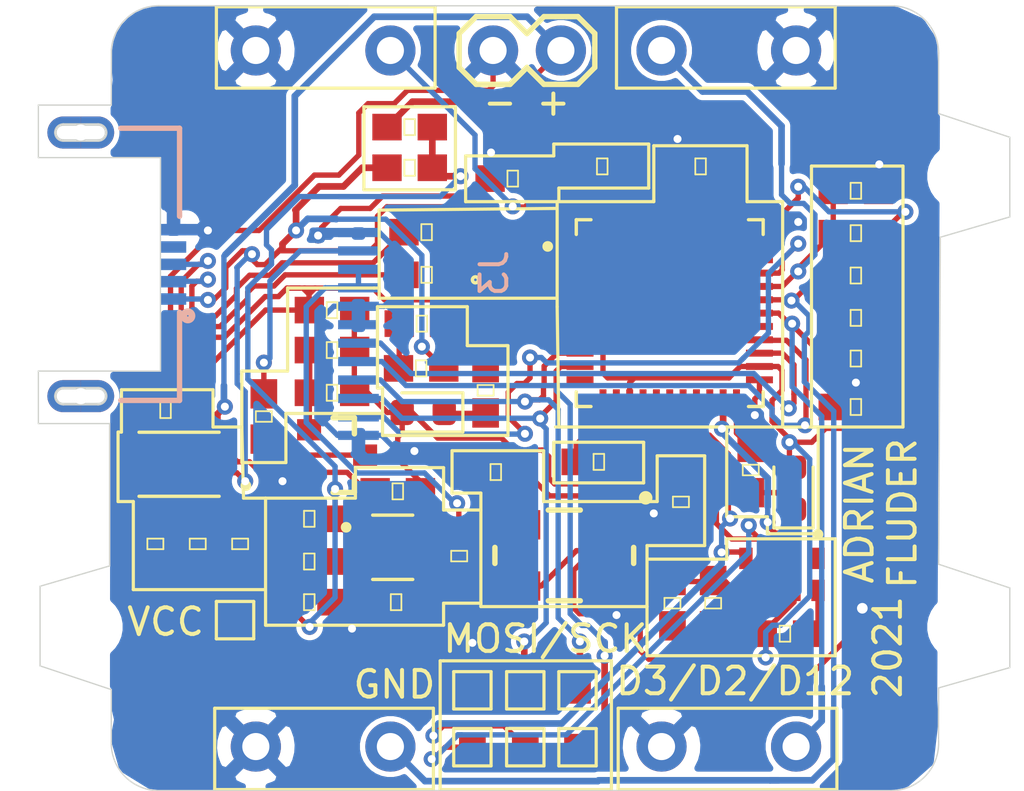
<source format=kicad_pcb>
(kicad_pcb (version 20171130) (host pcbnew "(5.1.10)-1")
  (layers (0 F.Cu signal) (31 B.Cu signal) (34 B.Paste user hide) (35 F.Paste user hide) (36 B.SilkS user hide) (37 F.SilkS user) (38 B.Mask user hide) (39 F.Mask user hide) (44 Edge.Cuts user))
  (net 0 "")
  (net 1 3.3V)
  (net 2 GND)
  (net 3 "Net-(C5-Pad1)")
  (net 4 "Net-(C6-Pad1)")
  (net 5 /BTN1)
  (net 6 /AREF)
  (net 7 VCC)
  (net 8 /BTN3)
  (net 9 /BTN4)
  (net 10 /BTN2)
  (net 11 /D-)
  (net 12 /D+)
  (net 13 /LEDK)
  (net 14 /D4)
  (net 15 /MISO)
  (net 16 /D5)
  (net 17 /SCK)
  (net 18 /MOSI)
  (net 19 "Net-(L1-Pad1)")
  (net 20 "Net-(Q1-Pad1)")
  (net 21 "Net-(Q1-Pad3)")
  (net 22 "Net-(R2-Pad1)")
  (net 23 "Net-(R4-Pad2)")
  (net 24 "Net-(R5-Pad2)")
  (net 25 "Net-(D2-PadC)")
  (net 26 "Net-(R6-Pad1)")
  (net 27 "Net-(R7-Pad2)")
  (net 28 "Net-(R9-Pad2)")
  (net 29 "Net-(R10-Pad2)")
  (net 30 /D14)
  (net 31 "Net-(D3-PadC)")
  (net 32 "Net-(R16-Pad1)")
  (net 33 /D3)
  (net 34 /D2)
  (net 35 /D11)
  (net 36 "Net-(U1-Pad1)")
  (net 37 "Net-(U4-Pad6)")
  (net 38 "Net-(U5-Pad2)")
  (net 39 /RXI)
  (net 40 /D12)
  (net 41 /D6)
  (net 42 /D13)
  (net 43 "Net-(U5-Pad36)")
  (net 44 "Net-(U5-Pad37)")
  (net 45 "Net-(U5-Pad38)")
  (net 46 VBUS)
  (net 47 /BAT+)
  (net 48 "Net-(D6-Pad2)")
  (net 49 /INT)
  (net 50 "Net-(U5-Pad39)")
  (net 51 "Net-(U5-Pad40)")
  (net 52 "Net-(U5-Pad41)")
  (net 53 "Net-(U3-PadID)")
  (net 54 "Net-(Q2-Pad8)")
  (net 55 "Net-(Q2-Pad7)")
  (net 56 "Net-(R18-Pad1)")
  (module MountingHole:MountingHole_2.1mm (layer F.Cu) (at 118.1735 75.5015 180)
    (fp_text reference REF** hide)
    (fp_text value MountingHole_2.1mm)
    (pad "" np_thru_hole circle (at 0 0 180) (size 2.1 2.1) (drill 2.1) (layers *.Cu *.Mask))
  )
  (module MountingHole:MountingHole_2.1mm (layer F.Cu) (at 118.1735 92.3925 180)
    (fp_text reference REF** hide)
    (fp_text value MountingHole_2.1mm)
    (pad "" np_thru_hole circle (at 0 0 180) (size 2.1 2.1) (drill 2.1) (layers *.Cu *.Mask))
  )
  (module MountingHole:MountingHole_2.1mm (layer F.Cu) (at 85.5345 92.3925)
    (fp_text reference REF** hide)
    (fp_text value MountingHole_2.1mm)
    (pad "" np_thru_hole circle (at 0 0) (size 2.1 2.1) (drill 2.1) (layers *.Cu *.Mask))
  )
  (module Downloads:GCT_USB3155-XX-X_REVA (layer B.Cu) (at 85.217 78.8035 90)
    (fp_text reference U3)
    (fp_text value USB-AB)
    (fp_line (start -5.24 0.65) (end -5.24 -0.65) (layer Edge.Cuts) (width 0.1))
    (fp_line (start -4.64 -0.65) (end -4.64 0.65) (layer Edge.Cuts) (width 0.1))
    (fp_poly (pts (xy -4.64 0) (xy -4.34 0) (xy -4.34 0.65) (xy -4.340822 0.681402) (xy -4.343287 0.712717) (xy -4.347387 0.743861) (xy -4.353111 0.774747) (xy -4.360445 0.805291) (xy -4.369366 0.83541) (xy -4.379852 0.865021) (xy -4.391873 0.894042) (xy -4.405396 0.922394) (xy -4.420385 0.95) (xy -4.436798 0.976783) (xy -4.45459 1.002671) (xy -4.473712 1.027592) (xy -4.494113 1.051478) (xy -4.515736 1.074264) (xy -4.538522 1.095887) (xy -4.562408 1.116288) (xy -4.587329 1.13541) (xy -4.613217 1.153202) (xy -4.64 1.169615) (xy -4.667606 1.184604) (xy -4.695958 1.198127) (xy -4.724979 1.210148) (xy -4.75459 1.220634) (xy -4.784709 1.229555) (xy -4.815253 1.236889) (xy -4.846139 1.242613) (xy -4.877283 1.246713) (xy -4.908598 1.249178) (xy -4.94 1.25) (xy -4.971402 1.249178) (xy -5.002717 1.246713) (xy -5.033861 1.242613) (xy -5.064747 1.236889) (xy -5.095291 1.229555) (xy -5.12541 1.220634) (xy -5.155021 1.210148) (xy -5.184042 1.198127) (xy -5.212394 1.184604) (xy -5.24 1.169615) (xy -5.266783 1.153202) (xy -5.292671 1.13541) (xy -5.317592 1.116288) (xy -5.341478 1.095887) (xy -5.364264 1.074264) (xy -5.385887 1.051478) (xy -5.406288 1.027592) (xy -5.42541 1.002671) (xy -5.443202 0.976783) (xy -5.459615 0.95) (xy -5.474604 0.922394) (xy -5.488127 0.894042) (xy -5.500148 0.865021) (xy -5.510634 0.83541) (xy -5.519555 0.805291) (xy -5.526889 0.774747) (xy -5.532613 0.743861) (xy -5.536713 0.712717) (xy -5.539178 0.681402) (xy -5.54 0.65) (xy -5.54 0) (xy -5.24 0) (xy -5.24 0.65) (xy -5.239589 0.665701) (xy -5.238357 0.681359) (xy -5.236307 0.69693) (xy -5.233444 0.712374) (xy -5.229778 0.727646) (xy -5.225317 0.742705) (xy -5.220074 0.75751) (xy -5.214064 0.772021) (xy -5.207302 0.786197) (xy -5.199808 0.8) (xy -5.191601 0.813392) (xy -5.182705 0.826336) (xy -5.173144 0.838796) (xy -5.162943 0.850739) (xy -5.152132 0.862132) (xy -5.140739 0.872943) (xy -5.128796 0.883144) (xy -5.116336 0.892705) (xy -5.103392 0.901601) (xy -5.09 0.909808) (xy -5.076197 0.917302) (xy -5.062021 0.924064) (xy -5.04751 0.930074) (xy -5.032705 0.935317) (xy -5.017646 0.939778) (xy -5.002374 0.943444) (xy -4.98693 0.946307) (xy -4.971359 0.948357) (xy -4.955701 0.949589) (xy -4.94 0.95) (xy -4.924299 0.949589) (xy -4.908641 0.948357) (xy -4.89307 0.946307) (xy -4.877626 0.943444) (xy -4.862354 0.939778) (xy -4.847295 0.935317) (xy -4.83249 0.930074) (xy -4.817979 0.924064) (xy -4.803803 0.917302) (xy -4.79 0.909808) (xy -4.776608 0.901601) (xy -4.763664 0.892705) (xy -4.751204 0.883144) (xy -4.739261 0.872943) (xy -4.727868 0.862132) (xy -4.717057 0.850739) (xy -4.706856 0.838796) (xy -4.697295 0.826336) (xy -4.688399 0.813392) (xy -4.680192 0.8) (xy -4.672698 0.786197) (xy -4.665936 0.772021) (xy -4.659926 0.75751) (xy -4.654683 0.742705) (xy -4.650222 0.727646) (xy -4.646556 0.712374) (xy -4.643693 0.69693) (xy -4.641643 0.681359) (xy -4.640411 0.665701) (xy -4.64 0.65) (xy -4.64 0)) (layer B.Cu) (width 0.001))
    (fp_poly (pts (xy -5.24 0) (xy -5.54 0) (xy -5.54 -0.65) (xy -5.539178 -0.681402) (xy -5.536713 -0.712717) (xy -5.532613 -0.743861) (xy -5.526889 -0.774747) (xy -5.519555 -0.805291) (xy -5.510634 -0.83541) (xy -5.500148 -0.865021) (xy -5.488127 -0.894042) (xy -5.474604 -0.922394) (xy -5.459615 -0.95) (xy -5.443202 -0.976783) (xy -5.42541 -1.002671) (xy -5.406288 -1.027592) (xy -5.385887 -1.051478) (xy -5.364264 -1.074264) (xy -5.341478 -1.095887) (xy -5.317592 -1.116288) (xy -5.292671 -1.13541) (xy -5.266783 -1.153202) (xy -5.24 -1.169615) (xy -5.212394 -1.184604) (xy -5.184042 -1.198127) (xy -5.155021 -1.210148) (xy -5.12541 -1.220634) (xy -5.095291 -1.229555) (xy -5.064747 -1.236889) (xy -5.033861 -1.242613) (xy -5.002717 -1.246713) (xy -4.971402 -1.249178) (xy -4.94 -1.25) (xy -4.908598 -1.249178) (xy -4.877283 -1.246713) (xy -4.846139 -1.242613) (xy -4.815253 -1.236889) (xy -4.784709 -1.229555) (xy -4.75459 -1.220634) (xy -4.724979 -1.210148) (xy -4.695958 -1.198127) (xy -4.667606 -1.184604) (xy -4.64 -1.169615) (xy -4.613217 -1.153202) (xy -4.587329 -1.13541) (xy -4.562408 -1.116288) (xy -4.538522 -1.095887) (xy -4.515736 -1.074264) (xy -4.494113 -1.051478) (xy -4.473712 -1.027592) (xy -4.45459 -1.002671) (xy -4.436798 -0.976783) (xy -4.420385 -0.95) (xy -4.405396 -0.922394) (xy -4.391873 -0.894042) (xy -4.379852 -0.865021) (xy -4.369366 -0.83541) (xy -4.360445 -0.805291) (xy -4.353111 -0.774747) (xy -4.347387 -0.743861) (xy -4.343287 -0.712717) (xy -4.340822 -0.681402) (xy -4.34 -0.65) (xy -4.34 0) (xy -4.64 0) (xy -4.64 -0.65) (xy -4.640411 -0.665701) (xy -4.641643 -0.681359) (xy -4.643693 -0.69693) (xy -4.646556 -0.712374) (xy -4.650222 -0.727646) (xy -4.654683 -0.742705) (xy -4.659926 -0.75751) (xy -4.665936 -0.772021) (xy -4.672698 -0.786197) (xy -4.680192 -0.8) (xy -4.688399 -0.813392) (xy -4.697295 -0.826336) (xy -4.706856 -0.838796) (xy -4.717057 -0.850739) (xy -4.727868 -0.862132) (xy -4.739261 -0.872943) (xy -4.751204 -0.883144) (xy -4.763664 -0.892705) (xy -4.776608 -0.901601) (xy -4.79 -0.909808) (xy -4.803803 -0.917302) (xy -4.817979 -0.924064) (xy -4.83249 -0.930074) (xy -4.847295 -0.935317) (xy -4.862354 -0.939778) (xy -4.877626 -0.943444) (xy -4.89307 -0.946307) (xy -4.908641 -0.948357) (xy -4.924299 -0.949589) (xy -4.94 -0.95) (xy -4.955701 -0.949589) (xy -4.971359 -0.948357) (xy -4.98693 -0.946307) (xy -5.002374 -0.943444) (xy -5.017646 -0.939778) (xy -5.032705 -0.935317) (xy -5.04751 -0.930074) (xy -5.062021 -0.924064) (xy -5.076197 -0.917302) (xy -5.09 -0.909808) (xy -5.103392 -0.901601) (xy -5.116336 -0.892705) (xy -5.128796 -0.883144) (xy -5.140739 -0.872943) (xy -5.152132 -0.862132) (xy -5.162943 -0.850739) (xy -5.173144 -0.838796) (xy -5.182705 -0.826336) (xy -5.191601 -0.813392) (xy -5.199808 -0.8) (xy -5.207302 -0.786197) (xy -5.214064 -0.772021) (xy -5.220074 -0.75751) (xy -5.225317 -0.742705) (xy -5.229778 -0.727646) (xy -5.233444 -0.712374) (xy -5.236307 -0.69693) (xy -5.238357 -0.681359) (xy -5.239589 -0.665701) (xy -5.24 -0.65) (xy -5.24 0)) (layer B.Cu) (width 0.001))
    (fp_poly (pts (xy -4.64 0) (xy -4.34 0) (xy -4.34 0.65) (xy -4.340822 0.681402) (xy -4.343287 0.712717) (xy -4.347387 0.743861) (xy -4.353111 0.774747) (xy -4.360445 0.805291) (xy -4.369366 0.83541) (xy -4.379852 0.865021) (xy -4.391873 0.894042) (xy -4.405396 0.922394) (xy -4.420385 0.95) (xy -4.436798 0.976783) (xy -4.45459 1.002671) (xy -4.473712 1.027592) (xy -4.494113 1.051478) (xy -4.515736 1.074264) (xy -4.538522 1.095887) (xy -4.562408 1.116288) (xy -4.587329 1.13541) (xy -4.613217 1.153202) (xy -4.64 1.169615) (xy -4.667606 1.184604) (xy -4.695958 1.198127) (xy -4.724979 1.210148) (xy -4.75459 1.220634) (xy -4.784709 1.229555) (xy -4.815253 1.236889) (xy -4.846139 1.242613) (xy -4.877283 1.246713) (xy -4.908598 1.249178) (xy -4.94 1.25) (xy -4.971402 1.249178) (xy -5.002717 1.246713) (xy -5.033861 1.242613) (xy -5.064747 1.236889) (xy -5.095291 1.229555) (xy -5.12541 1.220634) (xy -5.155021 1.210148) (xy -5.184042 1.198127) (xy -5.212394 1.184604) (xy -5.24 1.169615) (xy -5.266783 1.153202) (xy -5.292671 1.13541) (xy -5.317592 1.116288) (xy -5.341478 1.095887) (xy -5.364264 1.074264) (xy -5.385887 1.051478) (xy -5.406288 1.027592) (xy -5.42541 1.002671) (xy -5.443202 0.976783) (xy -5.459615 0.95) (xy -5.474604 0.922394) (xy -5.488127 0.894042) (xy -5.500148 0.865021) (xy -5.510634 0.83541) (xy -5.519555 0.805291) (xy -5.526889 0.774747) (xy -5.532613 0.743861) (xy -5.536713 0.712717) (xy -5.539178 0.681402) (xy -5.54 0.65) (xy -5.54 0) (xy -5.24 0) (xy -5.24 0.65) (xy -5.239589 0.665701) (xy -5.238357 0.681359) (xy -5.236307 0.69693) (xy -5.233444 0.712374) (xy -5.229778 0.727646) (xy -5.225317 0.742705) (xy -5.220074 0.75751) (xy -5.214064 0.772021) (xy -5.207302 0.786197) (xy -5.199808 0.8) (xy -5.191601 0.813392) (xy -5.182705 0.826336) (xy -5.173144 0.838796) (xy -5.162943 0.850739) (xy -5.152132 0.862132) (xy -5.140739 0.872943) (xy -5.128796 0.883144) (xy -5.116336 0.892705) (xy -5.103392 0.901601) (xy -5.09 0.909808) (xy -5.076197 0.917302) (xy -5.062021 0.924064) (xy -5.04751 0.930074) (xy -5.032705 0.935317) (xy -5.017646 0.939778) (xy -5.002374 0.943444) (xy -4.98693 0.946307) (xy -4.971359 0.948357) (xy -4.955701 0.949589) (xy -4.94 0.95) (xy -4.924299 0.949589) (xy -4.908641 0.948357) (xy -4.89307 0.946307) (xy -4.877626 0.943444) (xy -4.862354 0.939778) (xy -4.847295 0.935317) (xy -4.83249 0.930074) (xy -4.817979 0.924064) (xy -4.803803 0.917302) (xy -4.79 0.909808) (xy -4.776608 0.901601) (xy -4.763664 0.892705) (xy -4.751204 0.883144) (xy -4.739261 0.872943) (xy -4.727868 0.862132) (xy -4.717057 0.850739) (xy -4.706856 0.838796) (xy -4.697295 0.826336) (xy -4.688399 0.813392) (xy -4.680192 0.8) (xy -4.672698 0.786197) (xy -4.665936 0.772021) (xy -4.659926 0.75751) (xy -4.654683 0.742705) (xy -4.650222 0.727646) (xy -4.646556 0.712374) (xy -4.643693 0.69693) (xy -4.641643 0.681359) (xy -4.640411 0.665701) (xy -4.64 0.65) (xy -4.64 0)) (layer F.Cu) (width 0.001))
    (fp_poly (pts (xy -5.24 0) (xy -5.54 0) (xy -5.54 -0.65) (xy -5.539178 -0.681402) (xy -5.536713 -0.712717) (xy -5.532613 -0.743861) (xy -5.526889 -0.774747) (xy -5.519555 -0.805291) (xy -5.510634 -0.83541) (xy -5.500148 -0.865021) (xy -5.488127 -0.894042) (xy -5.474604 -0.922394) (xy -5.459615 -0.95) (xy -5.443202 -0.976783) (xy -5.42541 -1.002671) (xy -5.406288 -1.027592) (xy -5.385887 -1.051478) (xy -5.364264 -1.074264) (xy -5.341478 -1.095887) (xy -5.317592 -1.116288) (xy -5.292671 -1.13541) (xy -5.266783 -1.153202) (xy -5.24 -1.169615) (xy -5.212394 -1.184604) (xy -5.184042 -1.198127) (xy -5.155021 -1.210148) (xy -5.12541 -1.220634) (xy -5.095291 -1.229555) (xy -5.064747 -1.236889) (xy -5.033861 -1.242613) (xy -5.002717 -1.246713) (xy -4.971402 -1.249178) (xy -4.94 -1.25) (xy -4.908598 -1.249178) (xy -4.877283 -1.246713) (xy -4.846139 -1.242613) (xy -4.815253 -1.236889) (xy -4.784709 -1.229555) (xy -4.75459 -1.220634) (xy -4.724979 -1.210148) (xy -4.695958 -1.198127) (xy -4.667606 -1.184604) (xy -4.64 -1.169615) (xy -4.613217 -1.153202) (xy -4.587329 -1.13541) (xy -4.562408 -1.116288) (xy -4.538522 -1.095887) (xy -4.515736 -1.074264) (xy -4.494113 -1.051478) (xy -4.473712 -1.027592) (xy -4.45459 -1.002671) (xy -4.436798 -0.976783) (xy -4.420385 -0.95) (xy -4.405396 -0.922394) (xy -4.391873 -0.894042) (xy -4.379852 -0.865021) (xy -4.369366 -0.83541) (xy -4.360445 -0.805291) (xy -4.353111 -0.774747) (xy -4.347387 -0.743861) (xy -4.343287 -0.712717) (xy -4.340822 -0.681402) (xy -4.34 -0.65) (xy -4.34 0) (xy -4.64 0) (xy -4.64 -0.65) (xy -4.640411 -0.665701) (xy -4.641643 -0.681359) (xy -4.643693 -0.69693) (xy -4.646556 -0.712374) (xy -4.650222 -0.727646) (xy -4.654683 -0.742705) (xy -4.659926 -0.75751) (xy -4.665936 -0.772021) (xy -4.672698 -0.786197) (xy -4.680192 -0.8) (xy -4.688399 -0.813392) (xy -4.697295 -0.826336) (xy -4.706856 -0.838796) (xy -4.717057 -0.850739) (xy -4.727868 -0.862132) (xy -4.739261 -0.872943) (xy -4.751204 -0.883144) (xy -4.763664 -0.892705) (xy -4.776608 -0.901601) (xy -4.79 -0.909808) (xy -4.803803 -0.917302) (xy -4.817979 -0.924064) (xy -4.83249 -0.930074) (xy -4.847295 -0.935317) (xy -4.862354 -0.939778) (xy -4.877626 -0.943444) (xy -4.89307 -0.946307) (xy -4.908641 -0.948357) (xy -4.924299 -0.949589) (xy -4.94 -0.95) (xy -4.955701 -0.949589) (xy -4.971359 -0.948357) (xy -4.98693 -0.946307) (xy -5.002374 -0.943444) (xy -5.017646 -0.939778) (xy -5.032705 -0.935317) (xy -5.04751 -0.930074) (xy -5.062021 -0.924064) (xy -5.076197 -0.917302) (xy -5.09 -0.909808) (xy -5.103392 -0.901601) (xy -5.116336 -0.892705) (xy -5.128796 -0.883144) (xy -5.140739 -0.872943) (xy -5.152132 -0.862132) (xy -5.162943 -0.850739) (xy -5.173144 -0.838796) (xy -5.182705 -0.826336) (xy -5.191601 -0.813392) (xy -5.199808 -0.8) (xy -5.207302 -0.786197) (xy -5.214064 -0.772021) (xy -5.220074 -0.75751) (xy -5.225317 -0.742705) (xy -5.229778 -0.727646) (xy -5.233444 -0.712374) (xy -5.236307 -0.69693) (xy -5.238357 -0.681359) (xy -5.239589 -0.665701) (xy -5.24 -0.65) (xy -5.24 0)) (layer F.Cu) (width 0.001))
    (fp_line (start 4.64 0.65) (end 4.64 -0.65) (layer Edge.Cuts) (width 0.1))
    (fp_line (start 5.24 -0.65) (end 5.24 0.65) (layer Edge.Cuts) (width 0.1))
    (fp_poly (pts (xy 5.24 0) (xy 5.54 0) (xy 5.54 0.65) (xy 5.539178 0.681402) (xy 5.536713 0.712717) (xy 5.532613 0.743861) (xy 5.526889 0.774747) (xy 5.519555 0.805291) (xy 5.510634 0.83541) (xy 5.500148 0.865021) (xy 5.488127 0.894042) (xy 5.474604 0.922394) (xy 5.459615 0.95) (xy 5.443202 0.976783) (xy 5.42541 1.002671) (xy 5.406288 1.027592) (xy 5.385887 1.051478) (xy 5.364264 1.074264) (xy 5.341478 1.095887) (xy 5.317592 1.116288) (xy 5.292671 1.13541) (xy 5.266783 1.153202) (xy 5.24 1.169615) (xy 5.212394 1.184604) (xy 5.184042 1.198127) (xy 5.155021 1.210148) (xy 5.12541 1.220634) (xy 5.095291 1.229555) (xy 5.064747 1.236889) (xy 5.033861 1.242613) (xy 5.002717 1.246713) (xy 4.971402 1.249178) (xy 4.94 1.25) (xy 4.908598 1.249178) (xy 4.877283 1.246713) (xy 4.846139 1.242613) (xy 4.815253 1.236889) (xy 4.784709 1.229555) (xy 4.75459 1.220634) (xy 4.724979 1.210148) (xy 4.695958 1.198127) (xy 4.667606 1.184604) (xy 4.64 1.169615) (xy 4.613217 1.153202) (xy 4.587329 1.13541) (xy 4.562408 1.116288) (xy 4.538522 1.095887) (xy 4.515736 1.074264) (xy 4.494113 1.051478) (xy 4.473712 1.027592) (xy 4.45459 1.002671) (xy 4.436798 0.976783) (xy 4.420385 0.95) (xy 4.405396 0.922394) (xy 4.391873 0.894042) (xy 4.379852 0.865021) (xy 4.369366 0.83541) (xy 4.360445 0.805291) (xy 4.353111 0.774747) (xy 4.347387 0.743861) (xy 4.343287 0.712717) (xy 4.340822 0.681402) (xy 4.34 0.65) (xy 4.34 0) (xy 4.64 0) (xy 4.64 0.65) (xy 4.640411 0.665701) (xy 4.641643 0.681359) (xy 4.643693 0.69693) (xy 4.646556 0.712374) (xy 4.650222 0.727646) (xy 4.654683 0.742705) (xy 4.659926 0.75751) (xy 4.665936 0.772021) (xy 4.672698 0.786197) (xy 4.680192 0.8) (xy 4.688399 0.813392) (xy 4.697295 0.826336) (xy 4.706856 0.838796) (xy 4.717057 0.850739) (xy 4.727868 0.862132) (xy 4.739261 0.872943) (xy 4.751204 0.883144) (xy 4.763664 0.892705) (xy 4.776608 0.901601) (xy 4.79 0.909808) (xy 4.803803 0.917302) (xy 4.817979 0.924064) (xy 4.83249 0.930074) (xy 4.847295 0.935317) (xy 4.862354 0.939778) (xy 4.877626 0.943444) (xy 4.89307 0.946307) (xy 4.908641 0.948357) (xy 4.924299 0.949589) (xy 4.94 0.95) (xy 4.955701 0.949589) (xy 4.971359 0.948357) (xy 4.98693 0.946307) (xy 5.002374 0.943444) (xy 5.017646 0.939778) (xy 5.032705 0.935317) (xy 5.04751 0.930074) (xy 5.062021 0.924064) (xy 5.076197 0.917302) (xy 5.09 0.909808) (xy 5.103392 0.901601) (xy 5.116336 0.892705) (xy 5.128796 0.883144) (xy 5.140739 0.872943) (xy 5.152132 0.862132) (xy 5.162943 0.850739) (xy 5.173144 0.838796) (xy 5.182705 0.826336) (xy 5.191601 0.813392) (xy 5.199808 0.8) (xy 5.207302 0.786197) (xy 5.214064 0.772021) (xy 5.220074 0.75751) (xy 5.225317 0.742705) (xy 5.229778 0.727646) (xy 5.233444 0.712374) (xy 5.236307 0.69693) (xy 5.238357 0.681359) (xy 5.239589 0.665701) (xy 5.24 0.65) (xy 5.24 0)) (layer B.Cu) (width 0.001))
    (fp_poly (pts (xy 4.64 0) (xy 4.34 0) (xy 4.34 -0.65) (xy 4.340822 -0.681402) (xy 4.343287 -0.712717) (xy 4.347387 -0.743861) (xy 4.353111 -0.774747) (xy 4.360445 -0.805291) (xy 4.369366 -0.83541) (xy 4.379852 -0.865021) (xy 4.391873 -0.894042) (xy 4.405396 -0.922394) (xy 4.420385 -0.95) (xy 4.436798 -0.976783) (xy 4.45459 -1.002671) (xy 4.473712 -1.027592) (xy 4.494113 -1.051478) (xy 4.515736 -1.074264) (xy 4.538522 -1.095887) (xy 4.562408 -1.116288) (xy 4.587329 -1.13541) (xy 4.613217 -1.153202) (xy 4.64 -1.169615) (xy 4.667606 -1.184604) (xy 4.695958 -1.198127) (xy 4.724979 -1.210148) (xy 4.75459 -1.220634) (xy 4.784709 -1.229555) (xy 4.815253 -1.236889) (xy 4.846139 -1.242613) (xy 4.877283 -1.246713) (xy 4.908598 -1.249178) (xy 4.94 -1.25) (xy 4.971402 -1.249178) (xy 5.002717 -1.246713) (xy 5.033861 -1.242613) (xy 5.064747 -1.236889) (xy 5.095291 -1.229555) (xy 5.12541 -1.220634) (xy 5.155021 -1.210148) (xy 5.184042 -1.198127) (xy 5.212394 -1.184604) (xy 5.24 -1.169615) (xy 5.266783 -1.153202) (xy 5.292671 -1.13541) (xy 5.317592 -1.116288) (xy 5.341478 -1.095887) (xy 5.364264 -1.074264) (xy 5.385887 -1.051478) (xy 5.406288 -1.027592) (xy 5.42541 -1.002671) (xy 5.443202 -0.976783) (xy 5.459615 -0.95) (xy 5.474604 -0.922394) (xy 5.488127 -0.894042) (xy 5.500148 -0.865021) (xy 5.510634 -0.83541) (xy 5.519555 -0.805291) (xy 5.526889 -0.774747) (xy 5.532613 -0.743861) (xy 5.536713 -0.712717) (xy 5.539178 -0.681402) (xy 5.54 -0.65) (xy 5.54 0) (xy 5.24 0) (xy 5.24 -0.65) (xy 5.239589 -0.665701) (xy 5.238357 -0.681359) (xy 5.236307 -0.69693) (xy 5.233444 -0.712374) (xy 5.229778 -0.727646) (xy 5.225317 -0.742705) (xy 5.220074 -0.75751) (xy 5.214064 -0.772021) (xy 5.207302 -0.786197) (xy 5.199808 -0.8) (xy 5.191601 -0.813392) (xy 5.182705 -0.826336) (xy 5.173144 -0.838796) (xy 5.162943 -0.850739) (xy 5.152132 -0.862132) (xy 5.140739 -0.872943) (xy 5.128796 -0.883144) (xy 5.116336 -0.892705) (xy 5.103392 -0.901601) (xy 5.09 -0.909808) (xy 5.076197 -0.917302) (xy 5.062021 -0.924064) (xy 5.04751 -0.930074) (xy 5.032705 -0.935317) (xy 5.017646 -0.939778) (xy 5.002374 -0.943444) (xy 4.98693 -0.946307) (xy 4.971359 -0.948357) (xy 4.955701 -0.949589) (xy 4.94 -0.95) (xy 4.924299 -0.949589) (xy 4.908641 -0.948357) (xy 4.89307 -0.946307) (xy 4.877626 -0.943444) (xy 4.862354 -0.939778) (xy 4.847295 -0.935317) (xy 4.83249 -0.930074) (xy 4.817979 -0.924064) (xy 4.803803 -0.917302) (xy 4.79 -0.909808) (xy 4.776608 -0.901601) (xy 4.763664 -0.892705) (xy 4.751204 -0.883144) (xy 4.739261 -0.872943) (xy 4.727868 -0.862132) (xy 4.717057 -0.850739) (xy 4.706856 -0.838796) (xy 4.697295 -0.826336) (xy 4.688399 -0.813392) (xy 4.680192 -0.8) (xy 4.672698 -0.786197) (xy 4.665936 -0.772021) (xy 4.659926 -0.75751) (xy 4.654683 -0.742705) (xy 4.650222 -0.727646) (xy 4.646556 -0.712374) (xy 4.643693 -0.69693) (xy 4.641643 -0.681359) (xy 4.640411 -0.665701) (xy 4.64 -0.65) (xy 4.64 0)) (layer B.Cu) (width 0.001))
    (fp_poly (pts (xy 5.24 0) (xy 5.54 0) (xy 5.54 0.65) (xy 5.539178 0.681402) (xy 5.536713 0.712717) (xy 5.532613 0.743861) (xy 5.526889 0.774747) (xy 5.519555 0.805291) (xy 5.510634 0.83541) (xy 5.500148 0.865021) (xy 5.488127 0.894042) (xy 5.474604 0.922394) (xy 5.459615 0.95) (xy 5.443202 0.976783) (xy 5.42541 1.002671) (xy 5.406288 1.027592) (xy 5.385887 1.051478) (xy 5.364264 1.074264) (xy 5.341478 1.095887) (xy 5.317592 1.116288) (xy 5.292671 1.13541) (xy 5.266783 1.153202) (xy 5.24 1.169615) (xy 5.212394 1.184604) (xy 5.184042 1.198127) (xy 5.155021 1.210148) (xy 5.12541 1.220634) (xy 5.095291 1.229555) (xy 5.064747 1.236889) (xy 5.033861 1.242613) (xy 5.002717 1.246713) (xy 4.971402 1.249178) (xy 4.94 1.25) (xy 4.908598 1.249178) (xy 4.877283 1.246713) (xy 4.846139 1.242613) (xy 4.815253 1.236889) (xy 4.784709 1.229555) (xy 4.75459 1.220634) (xy 4.724979 1.210148) (xy 4.695958 1.198127) (xy 4.667606 1.184604) (xy 4.64 1.169615) (xy 4.613217 1.153202) (xy 4.587329 1.13541) (xy 4.562408 1.116288) (xy 4.538522 1.095887) (xy 4.515736 1.074264) (xy 4.494113 1.051478) (xy 4.473712 1.027592) (xy 4.45459 1.002671) (xy 4.436798 0.976783) (xy 4.420385 0.95) (xy 4.405396 0.922394) (xy 4.391873 0.894042) (xy 4.379852 0.865021) (xy 4.369366 0.83541) (xy 4.360445 0.805291) (xy 4.353111 0.774747) (xy 4.347387 0.743861) (xy 4.343287 0.712717) (xy 4.340822 0.681402) (xy 4.34 0.65) (xy 4.34 0) (xy 4.64 0) (xy 4.64 0.65) (xy 4.640411 0.665701) (xy 4.641643 0.681359) (xy 4.643693 0.69693) (xy 4.646556 0.712374) (xy 4.650222 0.727646) (xy 4.654683 0.742705) (xy 4.659926 0.75751) (xy 4.665936 0.772021) (xy 4.672698 0.786197) (xy 4.680192 0.8) (xy 4.688399 0.813392) (xy 4.697295 0.826336) (xy 4.706856 0.838796) (xy 4.717057 0.850739) (xy 4.727868 0.862132) (xy 4.739261 0.872943) (xy 4.751204 0.883144) (xy 4.763664 0.892705) (xy 4.776608 0.901601) (xy 4.79 0.909808) (xy 4.803803 0.917302) (xy 4.817979 0.924064) (xy 4.83249 0.930074) (xy 4.847295 0.935317) (xy 4.862354 0.939778) (xy 4.877626 0.943444) (xy 4.89307 0.946307) (xy 4.908641 0.948357) (xy 4.924299 0.949589) (xy 4.94 0.95) (xy 4.955701 0.949589) (xy 4.971359 0.948357) (xy 4.98693 0.946307) (xy 5.002374 0.943444) (xy 5.017646 0.939778) (xy 5.032705 0.935317) (xy 5.04751 0.930074) (xy 5.062021 0.924064) (xy 5.076197 0.917302) (xy 5.09 0.909808) (xy 5.103392 0.901601) (xy 5.116336 0.892705) (xy 5.128796 0.883144) (xy 5.140739 0.872943) (xy 5.152132 0.862132) (xy 5.162943 0.850739) (xy 5.173144 0.838796) (xy 5.182705 0.826336) (xy 5.191601 0.813392) (xy 5.199808 0.8) (xy 5.207302 0.786197) (xy 5.214064 0.772021) (xy 5.220074 0.75751) (xy 5.225317 0.742705) (xy 5.229778 0.727646) (xy 5.233444 0.712374) (xy 5.236307 0.69693) (xy 5.238357 0.681359) (xy 5.239589 0.665701) (xy 5.24 0.65) (xy 5.24 0)) (layer F.Cu) (width 0.001))
    (fp_poly (pts (xy 4.64 0) (xy 4.34 0) (xy 4.34 -0.65) (xy 4.340822 -0.681402) (xy 4.343287 -0.712717) (xy 4.347387 -0.743861) (xy 4.353111 -0.774747) (xy 4.360445 -0.805291) (xy 4.369366 -0.83541) (xy 4.379852 -0.865021) (xy 4.391873 -0.894042) (xy 4.405396 -0.922394) (xy 4.420385 -0.95) (xy 4.436798 -0.976783) (xy 4.45459 -1.002671) (xy 4.473712 -1.027592) (xy 4.494113 -1.051478) (xy 4.515736 -1.074264) (xy 4.538522 -1.095887) (xy 4.562408 -1.116288) (xy 4.587329 -1.13541) (xy 4.613217 -1.153202) (xy 4.64 -1.169615) (xy 4.667606 -1.184604) (xy 4.695958 -1.198127) (xy 4.724979 -1.210148) (xy 4.75459 -1.220634) (xy 4.784709 -1.229555) (xy 4.815253 -1.236889) (xy 4.846139 -1.242613) (xy 4.877283 -1.246713) (xy 4.908598 -1.249178) (xy 4.94 -1.25) (xy 4.971402 -1.249178) (xy 5.002717 -1.246713) (xy 5.033861 -1.242613) (xy 5.064747 -1.236889) (xy 5.095291 -1.229555) (xy 5.12541 -1.220634) (xy 5.155021 -1.210148) (xy 5.184042 -1.198127) (xy 5.212394 -1.184604) (xy 5.24 -1.169615) (xy 5.266783 -1.153202) (xy 5.292671 -1.13541) (xy 5.317592 -1.116288) (xy 5.341478 -1.095887) (xy 5.364264 -1.074264) (xy 5.385887 -1.051478) (xy 5.406288 -1.027592) (xy 5.42541 -1.002671) (xy 5.443202 -0.976783) (xy 5.459615 -0.95) (xy 5.474604 -0.922394) (xy 5.488127 -0.894042) (xy 5.500148 -0.865021) (xy 5.510634 -0.83541) (xy 5.519555 -0.805291) (xy 5.526889 -0.774747) (xy 5.532613 -0.743861) (xy 5.536713 -0.712717) (xy 5.539178 -0.681402) (xy 5.54 -0.65) (xy 5.54 0) (xy 5.24 0) (xy 5.24 -0.65) (xy 5.239589 -0.665701) (xy 5.238357 -0.681359) (xy 5.236307 -0.69693) (xy 5.233444 -0.712374) (xy 5.229778 -0.727646) (xy 5.225317 -0.742705) (xy 5.220074 -0.75751) (xy 5.214064 -0.772021) (xy 5.207302 -0.786197) (xy 5.199808 -0.8) (xy 5.191601 -0.813392) (xy 5.182705 -0.826336) (xy 5.173144 -0.838796) (xy 5.162943 -0.850739) (xy 5.152132 -0.862132) (xy 5.140739 -0.872943) (xy 5.128796 -0.883144) (xy 5.116336 -0.892705) (xy 5.103392 -0.901601) (xy 5.09 -0.909808) (xy 5.076197 -0.917302) (xy 5.062021 -0.924064) (xy 5.04751 -0.930074) (xy 5.032705 -0.935317) (xy 5.017646 -0.939778) (xy 5.002374 -0.943444) (xy 4.98693 -0.946307) (xy 4.971359 -0.948357) (xy 4.955701 -0.949589) (xy 4.94 -0.95) (xy 4.924299 -0.949589) (xy 4.908641 -0.948357) (xy 4.89307 -0.946307) (xy 4.877626 -0.943444) (xy 4.862354 -0.939778) (xy 4.847295 -0.935317) (xy 4.83249 -0.930074) (xy 4.817979 -0.924064) (xy 4.803803 -0.917302) (xy 4.79 -0.909808) (xy 4.776608 -0.901601) (xy 4.763664 -0.892705) (xy 4.751204 -0.883144) (xy 4.739261 -0.872943) (xy 4.727868 -0.862132) (xy 4.717057 -0.850739) (xy 4.706856 -0.838796) (xy 4.697295 -0.826336) (xy 4.688399 -0.813392) (xy 4.680192 -0.8) (xy 4.672698 -0.786197) (xy 4.665936 -0.772021) (xy 4.659926 -0.75751) (xy 4.654683 -0.742705) (xy 4.650222 -0.727646) (xy 4.646556 -0.712374) (xy 4.643693 -0.69693) (xy 4.641643 -0.681359) (xy 4.640411 -0.665701) (xy 4.64 -0.65) (xy 4.64 0)) (layer F.Cu) (width 0.001))
    (fp_arc (start 4.94 -0.65) (end 5.24 -0.65) (angle -90) (layer Edge.Cuts) (width 0.1))
    (fp_arc (start 4.94 -0.65) (end 4.94 -0.95) (angle -90) (layer Edge.Cuts) (width 0.1))
    (fp_arc (start 4.94 0.65) (end 4.64 0.65) (angle -90) (layer Edge.Cuts) (width 0.1))
    (fp_arc (start 4.94 0.65) (end 4.94 0.95) (angle -90) (layer Edge.Cuts) (width 0.1))
    (fp_arc (start -4.94 -0.65) (end -4.64 -0.65) (angle -90) (layer Edge.Cuts) (width 0.1))
    (fp_arc (start -4.94 -0.65) (end -4.94 -0.95) (angle -90) (layer Edge.Cuts) (width 0.1))
    (fp_arc (start -4.94 0.65) (end -5.24 0.65) (angle -90) (layer Edge.Cuts) (width 0.1))
    (fp_arc (start -4.94 0.65) (end -4.94 0.95) (angle -90) (layer Edge.Cuts) (width 0.1))
    (pad 7 smd rect (at 4.94 1.09 90) (size 0.1 0.1) (layers B.Cu))
    (pad None np_thru_hole circle (at 4.94 0 90) (size 0.6 0.6) (drill 0.6) (layers *.Cu *.Mask))
    (pad 6 smd rect (at -4.94 1.09 90) (size 0.1 0.1) (layers B.Cu))
    (pad None np_thru_hole circle (at -4.94 0 90) (size 0.6 0.6) (drill 0.6) (layers *.Cu *.Mask))
    (pad GND smd rect (at 1.3 3.475 90) (size 0.43 0.95) (layers B.Cu B.Paste B.Mask) (net 2 GND))
    (pad ID smd rect (at 0.65 3.475 90) (size 0.43 0.95) (layers B.Cu B.Paste B.Mask) (net 53 "Net-(U3-PadID)"))
    (pad D+ smd rect (at 0 3.475 90) (size 0.43 0.95) (layers B.Cu B.Paste B.Mask) (net 27 "Net-(R7-Pad2)"))
    (pad D- smd rect (at -0.65 3.475 90) (size 0.43 0.95) (layers B.Cu B.Paste B.Mask) (net 24 "Net-(R5-Pad2)"))
    (pad VBUS smd rect (at -1.3 3.475 90) (size 0.43 0.95) (layers B.Cu B.Paste B.Mask) (net 46 VBUS))
  )
  (module TestPoint:TestPoint_Pad_1.0x1.0mm (layer F.Cu) (at 90.9955 92.1385)
    (fp_text reference VCC)
    (fp_text value TestPoint)
    (pad 1 smd rect (at 0 0) (size 1 1) (layers F.Cu F.Mask) (net 7 VCC))
  )
  (module TestPoint:TestPoint_Pad_1.0x1.0mm (layer F.Cu) (at 99.8855 94.7688)
    (fp_text reference GND)
    (fp_text value TestPoint)
    (pad 1 smd rect (at 0 0) (size 1 1) (layers F.Cu F.Mask) (net 2 GND))
  )
  (module TestPoint:TestPoint_Pad_1.0x1.0mm (layer F.Cu) (at 101.8667 94.7688)
    (fp_text reference TP2)
    (fp_text value TestPoint)
    (pad 1 smd rect (at 0 0) (size 1 1) (layers F.Cu F.Mask) (net 18 /MOSI))
  )
  (module TestPoint:TestPoint_Pad_1.0x1.0mm (layer F.Cu) (at 103.8225 94.7688)
    (fp_text reference TP3)
    (fp_text value TestPoint)
    (pad 1 smd rect (at 0 0) (size 1 1) (layers F.Cu F.Mask) (net 17 /SCK))
  )
  (module TestPoint:TestPoint_Pad_1.0x1.0mm (layer F.Cu) (at 103.8225 96.901)
    (fp_text reference TP1 hide)
    (fp_text value TestPoint)
    (pad 1 smd rect (at 0 0) (size 1 1) (layers F.Cu F.Mask) (net 40 /D12))
  )
  (module Downloads:1X02 (layer F.Cu) (at 110.76 96.877 180)
    (fp_text reference SW1 hide)
    (fp_text value SW_Push hide)
    (pad 2 thru_hole circle (at 3.79 0 180) (size 1.8796 1.8796) (drill 1.016) (layers *.Cu *.Mask) (net 2 GND))
    (pad 1 thru_hole circle (at -1.25 0 180) (size 1.8796 1.8796) (drill 1.016) (layers *.Cu *.Mask) (net 8 /BTN3))
  )
  (module Downloads:1X02 (layer F.Cu) (at 95.5642 96.877 180)
    (fp_text reference SW3 hide)
    (fp_text value SW_Push hide)
    (pad 1 thru_hole circle (at -1.25 0 180) (size 1.8796 1.8796) (drill 1.016) (layers *.Cu *.Mask) (net 9 /BTN4))
    (pad 2 thru_hole circle (at 3.79 0 180) (size 1.8796 1.8796) (drill 1.016) (layers *.Cu *.Mask) (net 2 GND))
  )
  (module Downloads:1X02 (layer F.Cu) (at 108.22 70.7884)
    (fp_text reference SW4 hide)
    (fp_text value SW_Push hide)
    (pad 2 thru_hole circle (at 3.79 0) (size 1.8796 1.8796) (drill 1.016) (layers *.Cu *.Mask) (net 2 GND))
    (pad 1 thru_hole circle (at -1.25 0) (size 1.8796 1.8796) (drill 1.016) (layers *.Cu *.Mask) (net 10 /BTN2))
  )
  (module Downloads:1X02 (layer F.Cu) (at 95.5642 70.7884 180)
    (fp_text reference SW2 hide)
    (fp_text value SW_Push hide)
    (pad 2 thru_hole circle (at 3.79 0 180) (size 1.8796 1.8796) (drill 1.016) (layers *.Cu *.Mask) (net 2 GND))
    (pad 1 thru_hole circle (at -1.25 0 180) (size 1.8796 1.8796) (drill 1.016) (layers *.Cu *.Mask) (net 5 /BTN1))
  )
  (module Downloads:0603 (layer F.Cu) (at 94.6277 80.518 180)
    (fp_text reference C7 hide)
    (fp_text value 1uF hide)
    (pad 2 smd rect (at 0.84836 0 180) (size 1.09982 0.99822) (layers F.Cu F.Paste F.Mask) (net 2 GND))
    (pad 1 smd rect (at -0.84836 0 180) (size 1.09982 0.99822) (layers F.Cu F.Paste F.Mask) (net 1 3.3V))
  )
  (module Downloads:SON50P200X150X100-8N (layer F.Cu) (at 96.901 89.408)
    (fp_text reference U4 hide)
    (fp_text value TPS62840DLCR)
    (pad 1 smd rect (at -0.685 -0.75) (size 0.86 0.27) (layers F.Cu F.Paste F.Mask) (net 2 GND))
    (pad 2 smd rect (at -0.685 -0.25) (size 0.86 0.27) (layers F.Cu F.Paste F.Mask) (net 7 VCC))
    (pad 3 smd rect (at -0.685 0.25) (size 0.86 0.27) (layers F.Cu F.Paste F.Mask) (net 22 "Net-(R2-Pad1)"))
    (pad 4 smd rect (at -0.685 0.75) (size 0.86 0.27) (layers F.Cu F.Paste F.Mask) (net 29 "Net-(R10-Pad2)"))
    (pad 5 smd rect (at 0.685 0.75) (size 0.86 0.27) (layers F.Cu F.Paste F.Mask) (net 32 "Net-(R16-Pad1)"))
    (pad 6 smd rect (at 0.685 0.25) (size 0.86 0.27) (layers F.Cu F.Paste F.Mask) (net 37 "Net-(U4-Pad6)"))
    (pad 7 smd rect (at 0.685 -0.25) (size 0.86 0.27) (layers F.Cu F.Paste F.Mask) (net 19 "Net-(L1-Pad1)"))
    (pad 8 smd rect (at 0.685 -0.75) (size 0.86 0.27) (layers F.Cu F.Paste F.Mask) (net 1 3.3V))
  )
  (module Downloads:bearlcd12pin (layer B.Cu) (at 92.2655 79.1845 270)
    (fp_text reference J3 (at -0.0508 -8.4328 90) (layer B.SilkS) (effects (justify mirror)))
    (fp_text value FPC)
    (pad 10 smd rect (at 4.64566 -3.3528 270) (size 0.345 1.524) (layers B.Cu B.Paste B.Mask) (net 18 /MOSI))
    (pad 12 smd rect (at 6.02742 -3.3528 270) (size 0.345 1.524) (layers B.Cu B.Paste B.Mask) (net 2 GND))
    (pad 9 smd rect (at 3.95478 -3.3528 270) (size 0.345 1.524) (layers B.Cu B.Paste B.Mask) (net 17 /SCK))
    (pad 11 smd rect (at 5.33654 -3.3528 270) (size 0.345 1.524) (layers B.Cu B.Paste B.Mask) (net 16 /D5))
    (pad 6 smd rect (at 1.88214 -3.3528 270) (size 0.345 1.524) (layers B.Cu B.Paste B.Mask) (net 2 GND))
    (pad 8 smd rect (at 3.2639 -3.3528 270) (size 0.345 1.524) (layers B.Cu B.Paste B.Mask) (net 40 /D12))
    (pad 5 smd rect (at 1.19126 -3.3528 270) (size 0.345 1.524) (layers B.Cu B.Paste B.Mask) (net 2 GND))
    (pad 7 smd rect (at 2.57302 -3.3528 270) (size 0.345 1.524) (layers B.Cu B.Paste B.Mask) (net 14 /D4))
    (pad 4 smd rect (at 0.49784 -3.3528 270) (size 0.345 1.524) (layers B.Cu B.Paste B.Mask) (net 1 3.3V))
    (pad 3 smd rect (at -0.19304 -3.3528 270) (size 0.345 1.524) (layers B.Cu B.Paste B.Mask) (net 1 3.3V))
    (pad 2 smd rect (at -0.88392 -3.3528 270) (size 0.345 1.524) (layers B.Cu B.Paste B.Mask) (net 13 /LEDK))
    (pad 1 smd rect (at -1.5748 -3.3528 270) (size 0.345 1.524) (layers B.Cu B.Paste B.Mask) (net 2 GND))
  )
  (module Downloads:QFN50P700X700X100-45N (layer F.Cu) (at 107.2769 80.6323)
    (fp_text reference U5 hide)
    (fp_text value ATMEGA32U4QFN)
    (pad 12 smd rect (at -2.5 3.36) (size 0.26 1.01) (layers F.Cu F.Paste F.Mask) (net 35 /D11))
    (pad 13 smd rect (at -2 3.36) (size 0.26 1.01) (layers F.Cu F.Paste F.Mask) (net 23 "Net-(R4-Pad2)"))
    (pad 14 smd rect (at -1.5 3.36) (size 0.26 1.01) (layers F.Cu F.Paste F.Mask) (net 1 3.3V))
    (pad 15 smd rect (at -1 3.36) (size 0.26 1.01) (layers F.Cu F.Paste F.Mask) (net 2 GND))
    (pad 16 smd rect (at -0.5 3.36) (size 0.26 1.01) (layers F.Cu F.Paste F.Mask) (net 4 "Net-(C6-Pad1)"))
    (pad 17 smd rect (at 0 3.36) (size 0.26 1.01) (layers F.Cu F.Paste F.Mask) (net 3 "Net-(C5-Pad1)"))
    (pad 18 smd rect (at 0.5 3.36) (size 0.26 1.01) (layers F.Cu F.Paste F.Mask) (net 33 /D3))
    (pad 19 smd rect (at 1 3.36) (size 0.26 1.01) (layers F.Cu F.Paste F.Mask) (net 34 /D2))
    (pad 20 smd rect (at 1.5 3.36) (size 0.26 1.01) (layers F.Cu F.Paste F.Mask) (net 39 /RXI))
    (pad 21 smd rect (at 2 3.36) (size 0.26 1.01) (layers F.Cu F.Paste F.Mask) (net 49 /INT))
    (pad 22 smd rect (at 2.5 3.36) (size 0.26 1.01) (layers F.Cu F.Paste F.Mask) (net 26 "Net-(R6-Pad1)"))
    (pad 34 smd rect (at 2.5 -3.36) (size 0.26 1.01) (layers F.Cu F.Paste F.Mask) (net 1 3.3V))
    (pad 35 smd rect (at 2 -3.36) (size 0.26 1.01) (layers F.Cu F.Paste F.Mask) (net 2 GND))
    (pad 36 smd rect (at 1.5 -3.36) (size 0.26 1.01) (layers F.Cu F.Paste F.Mask) (net 43 "Net-(U5-Pad36)"))
    (pad 37 smd rect (at 1 -3.36) (size 0.26 1.01) (layers F.Cu F.Paste F.Mask) (net 44 "Net-(U5-Pad37)"))
    (pad 38 smd rect (at 0.5 -3.36) (size 0.26 1.01) (layers F.Cu F.Paste F.Mask) (net 45 "Net-(U5-Pad38)"))
    (pad 39 smd rect (at 0 -3.36) (size 0.26 1.01) (layers F.Cu F.Paste F.Mask) (net 50 "Net-(U5-Pad39)"))
    (pad 40 smd rect (at -0.5 -3.36) (size 0.26 1.01) (layers F.Cu F.Paste F.Mask) (net 51 "Net-(U5-Pad40)"))
    (pad 41 smd rect (at -1 -3.36) (size 0.26 1.01) (layers F.Cu F.Paste F.Mask) (net 52 "Net-(U5-Pad41)"))
    (pad 42 smd rect (at -1.5 -3.36) (size 0.26 1.01) (layers F.Cu F.Paste F.Mask) (net 6 /AREF))
    (pad 43 smd rect (at -2 -3.36) (size 0.26 1.01) (layers F.Cu F.Paste F.Mask) (net 2 GND))
    (pad 44 smd rect (at -2.5 -3.36) (size 0.26 1.01) (layers F.Cu F.Paste F.Mask) (net 1 3.3V))
    (pad 1 smd rect (at -3.36 -2.5) (size 1.01 0.26) (layers F.Cu F.Paste F.Mask) (net 5 /BTN1))
    (pad 2 smd rect (at -3.36 -2) (size 1.01 0.26) (layers F.Cu F.Paste F.Mask) (net 38 "Net-(U5-Pad2)"))
    (pad 3 smd rect (at -3.36 -1.5) (size 1.01 0.26) (layers F.Cu F.Paste F.Mask) (net 11 /D-))
    (pad 4 smd rect (at -3.36 -1) (size 1.01 0.26) (layers F.Cu F.Paste F.Mask) (net 12 /D+))
    (pad 5 smd rect (at -3.36 -0.5) (size 1.01 0.26) (layers F.Cu F.Paste F.Mask) (net 2 GND))
    (pad 6 smd rect (at -3.36 0) (size 1.01 0.26) (layers F.Cu F.Paste F.Mask) (net 1 3.3V))
    (pad 7 smd rect (at -3.36 0.5) (size 1.01 0.26) (layers F.Cu F.Paste F.Mask) (net 46 VBUS))
    (pad 8 smd rect (at -3.36 1) (size 1.01 0.26) (layers F.Cu F.Paste F.Mask) (net 30 /D14))
    (pad 9 smd rect (at -3.36 1.5) (size 1.01 0.26) (layers F.Cu F.Paste F.Mask) (net 17 /SCK))
    (pad 10 smd rect (at -3.36 2) (size 1.01 0.26) (layers F.Cu F.Paste F.Mask) (net 18 /MOSI))
    (pad 11 smd rect (at -3.36 2.5) (size 1.01 0.26) (layers F.Cu F.Paste F.Mask) (net 15 /MISO))
    (pad 23 smd rect (at 3.36 2.5) (size 1.01 0.26) (layers F.Cu F.Paste F.Mask) (net 2 GND))
    (pad 24 smd rect (at 3.36 2) (size 1.01 0.26) (layers F.Cu F.Paste F.Mask) (net 1 3.3V))
    (pad 25 smd rect (at 3.36 1.5) (size 1.01 0.26) (layers F.Cu F.Paste F.Mask) (net 14 /D4))
    (pad 26 smd rect (at 3.36 1) (size 1.01 0.26) (layers F.Cu F.Paste F.Mask) (net 40 /D12))
    (pad 27 smd rect (at 3.36 0.5) (size 1.01 0.26) (layers F.Cu F.Paste F.Mask) (net 41 /D6))
    (pad 28 smd rect (at 3.36 0) (size 1.01 0.26) (layers F.Cu F.Paste F.Mask) (net 8 /BTN3))
    (pad 29 smd rect (at 3.36 -0.5) (size 1.01 0.26) (layers F.Cu F.Paste F.Mask) (net 9 /BTN4))
    (pad 30 smd rect (at 3.36 -1) (size 1.01 0.26) (layers F.Cu F.Paste F.Mask) (net 10 /BTN2))
    (pad 31 smd rect (at 3.36 -1.5) (size 1.01 0.26) (layers F.Cu F.Paste F.Mask) (net 16 /D5))
    (pad 32 smd rect (at 3.36 -2) (size 1.01 0.26) (layers F.Cu F.Paste F.Mask) (net 42 /D13))
    (pad 33 smd rect (at 3.36 -2.5) (size 1.01 0.26) (layers F.Cu F.Paste F.Mask) (net 2 GND))
  )
  (module Diode_SMD:D_0603_1608Metric (layer F.Cu) (at 111.9124 87.1982 90)
    (fp_text reference D2 hide)
    (fp_text value Green)
    (pad A smd roundrect (at 0.7875 0 90) (size 0.875 0.95) (layers F.Cu F.Paste F.Mask) (net 1 3.3V))
    (pad C smd roundrect (at -0.7875 0 90) (size 0.875 0.95) (layers F.Cu F.Paste F.Mask) (net 25 "Net-(D2-PadC)"))
  )
  (module Downloads:CRYSTAL-SMD-5X3.2-4PAD (layer F.Cu) (at 103.3272 89.7128 180)
    (fp_text reference Y1 hide)
    (fp_text value 16MHz hide)
    (pad 4 smd rect (at -1.84912 -1.14808 180) (size 1.89992 1.09982) (layers F.Cu F.Paste F.Mask))
    (pad 3 smd rect (at 1.84912 -1.14808 180) (size 1.89992 1.09982) (layers F.Cu F.Paste F.Mask) (net 3 "Net-(C5-Pad1)"))
    (pad 2 smd rect (at 1.84912 1.14808 180) (size 1.89992 1.09982) (layers F.Cu F.Paste F.Mask))
    (pad 1 smd rect (at -1.84912 1.14808 180) (size 1.89992 1.09982) (layers F.Cu F.Paste F.Mask) (net 4 "Net-(C6-Pad1)"))
  )
  (module Diode_SMD:D_0603_1608Metric (layer F.Cu) (at 98.044 84.3534 180)
    (fp_text reference D3 hide)
    (fp_text value Yellow)
    (pad A smd roundrect (at 0.7875 0 180) (size 0.875 0.95) (layers F.Cu F.Paste F.Mask) (net 1 3.3V))
    (pad C smd roundrect (at -0.7875 0 180) (size 0.875 0.95) (layers F.Cu F.Paste F.Mask) (net 31 "Net-(D3-PadC)"))
  )
  (module Downloads:0603 (layer F.Cu) (at 101.3968 75.5904 180)
    (fp_text reference C9 hide)
    (fp_text value 100pF hide)
    (pad 2 smd rect (at 0.84836 0 180) (size 1.09982 0.99822) (layers F.Cu F.Paste F.Mask) (net 2 GND))
    (pad 1 smd rect (at -0.84836 0 180) (size 1.09982 0.99822) (layers F.Cu F.Paste F.Mask) (net 5 /BTN1))
  )
  (module Downloads:IC_RV-3028-C7 (layer F.Cu) (at 111.4806 90.424 270)
    (fp_text reference U1 hide)
    (fp_text value RV-3028-C7)
    (pad 1 smd rect (at -0.6 -1.35 270) (size 0.8 0.5) (layers F.Cu F.Paste F.Mask) (net 36 "Net-(U1-Pad1)"))
    (pad 2 smd rect (at -0.6 -0.45 270) (size 0.8 0.5) (layers F.Cu F.Paste F.Mask) (net 49 /INT))
    (pad 3 smd rect (at -0.6 0.45 270) (size 0.8 0.5) (layers F.Cu F.Paste F.Mask) (net 33 /D3))
    (pad 4 smd rect (at -0.6 1.35 270) (size 0.8 0.5) (layers F.Cu F.Paste F.Mask) (net 34 /D2))
    (pad 5 smd rect (at 0.6 1.35 270) (size 0.8 0.5) (layers F.Cu F.Paste F.Mask) (net 2 GND))
    (pad 6 smd rect (at 0.6 0.45 270) (size 0.8 0.5) (layers F.Cu F.Paste F.Mask) (net 56 "Net-(R18-Pad1)"))
    (pad 7 smd rect (at 0.6 -0.45 270) (size 0.8 0.5) (layers F.Cu F.Paste F.Mask) (net 1 3.3V))
    (pad 8 smd rect (at 0.6 -1.35 270) (size 0.8 0.5) (layers F.Cu F.Paste F.Mask) (net 28 "Net-(R9-Pad2)"))
  )
  (module Downloads:1X02 (layer F.Cu) (at 100.6602 70.7884)
    (fp_text reference J1 hide)
    (fp_text value Conn2 hide)
    (pad 2 thru_hole circle (at 2.54 0) (size 1.8796 1.8796) (drill 1.016) (layers *.Cu *.Mask) (net 47 /BAT+))
    (pad 1 thru_hole circle (at 0 0) (size 1.8796 1.8796) (drill 1.016) (layers *.Cu *.Mask) (net 2 GND))
  )
  (module Downloads:SOT143B (layer F.Cu) (at 101.4984 78.3844)
    (fp_text reference D4 hide)
    (fp_text value PRTR5V0U2X,215)
    (pad 4 smd rect (at -0.95 -1) (size 0.6 0.7) (layers F.Cu F.Paste F.Mask) (net 46 VBUS))
    (pad 3 smd rect (at 0.95 -1) (size 0.6 0.7) (layers F.Cu F.Paste F.Mask) (net 11 /D-))
    (pad 2 smd rect (at 0.95 1) (size 0.6 0.7) (layers F.Cu F.Paste F.Mask) (net 12 /D+))
    (pad 1 smd rect (at -0.75 1) (size 1 0.7) (layers F.Cu F.Paste F.Mask) (net 2 GND))
  )
  (module Downloads:SOT23-3 (layer F.Cu) (at 94.7674 85.9536 270)
    (fp_text reference Q1 hide)
    (fp_text value MMBT3904 hide)
    (pad 3 smd rect (at 0 -1.09982 270) (size 0.79756 0.89916) (layers F.Cu F.Paste F.Mask) (net 21 "Net-(Q1-Pad3)"))
    (pad 2 smd rect (at 0.94996 0.99822 270) (size 0.79756 0.89916) (layers F.Cu F.Paste F.Mask) (net 2 GND))
    (pad 1 smd rect (at -0.94996 0.99822 270) (size 0.79756 0.89916) (layers F.Cu F.Paste F.Mask) (net 20 "Net-(Q1-Pad1)"))
  )
  (module Downloads:0603 (layer F.Cu) (at 107.3785 91.5035 90)
    (fp_text reference C2 hide)
    (fp_text value 100nF hide)
    (pad 2 smd rect (at 0.84836 0 90) (size 1.09982 0.99822) (layers F.Cu F.Paste F.Mask) (net 2 GND))
    (pad 1 smd rect (at -0.84836 0 90) (size 1.09982 0.99822) (layers F.Cu F.Paste F.Mask) (net 1 3.3V))
  )
  (module Downloads:0603 (layer F.Cu) (at 100.7618 86.5886)
    (fp_text reference C5 hide)
    (fp_text value 22pF hide)
    (pad 2 smd rect (at 0.84836 0) (size 1.09982 0.99822) (layers F.Cu F.Paste F.Mask) (net 2 GND))
    (pad 1 smd rect (at -0.84836 0) (size 1.09982 0.99822) (layers F.Cu F.Paste F.Mask) (net 3 "Net-(C5-Pad1)"))
  )
  (module Downloads:0603 (layer F.Cu) (at 107.696 87.7062 90)
    (fp_text reference C6 hide)
    (fp_text value 22pF hide)
    (pad 2 smd rect (at 0.84836 0 90) (size 1.09982 0.99822) (layers F.Cu F.Paste F.Mask) (net 2 GND))
    (pad 1 smd rect (at -0.84836 0 90) (size 1.09982 0.99822) (layers F.Cu F.Paste F.Mask) (net 4 "Net-(C6-Pad1)"))
  )
  (module Downloads:0603 (layer F.Cu) (at 108.4326 75.1332)
    (fp_text reference C10 hide)
    (fp_text value 0.1uF hide)
    (pad 2 smd rect (at 0.84836 0) (size 1.09982 0.99822) (layers F.Cu F.Paste F.Mask) (net 6 /AREF))
    (pad 1 smd rect (at -0.84836 0) (size 1.09982 0.99822) (layers F.Cu F.Paste F.Mask) (net 2 GND))
  )
  (module Downloads:0603 (layer F.Cu) (at 97.9932 81.026)
    (fp_text reference C11 hide)
    (fp_text value 1uF hide)
    (pad 2 smd rect (at 0.84836 0) (size 1.09982 0.99822) (layers F.Cu F.Paste F.Mask) (net 1 3.3V))
    (pad 1 smd rect (at -0.84836 0) (size 1.09982 0.99822) (layers F.Cu F.Paste F.Mask) (net 2 GND))
  )
  (module Downloads:0603 (layer F.Cu) (at 97.96594 82.7024 180)
    (fp_text reference C12 hide)
    (fp_text value 1uF hide)
    (pad 2 smd rect (at 0.84836 0 180) (size 1.09982 0.99822) (layers F.Cu F.Paste F.Mask) (net 2 GND))
    (pad 1 smd rect (at -0.84836 0 180) (size 1.09982 0.99822) (layers F.Cu F.Paste F.Mask) (net 46 VBUS))
  )
  (module Downloads:0603 (layer F.Cu) (at 114.2492 82.3341)
    (fp_text reference C14 hide)
    (fp_text value 100pF hide)
    (pad 2 smd rect (at 0.84836 0) (size 1.09982 0.99822) (layers F.Cu F.Paste F.Mask) (net 2 GND))
    (pad 1 smd rect (at -0.84836 0) (size 1.09982 0.99822) (layers F.Cu F.Paste F.Mask) (net 8 /BTN3))
  )
  (module Downloads:0603 (layer F.Cu) (at 114.2492 80.8101)
    (fp_text reference C15 hide)
    (fp_text value 100pF hide)
    (pad 2 smd rect (at 0.84836 0) (size 1.09982 0.99822) (layers F.Cu F.Paste F.Mask) (net 2 GND))
    (pad 1 smd rect (at -0.84836 0) (size 1.09982 0.99822) (layers F.Cu F.Paste F.Mask) (net 9 /BTN4))
  )
  (module Downloads:0603 (layer F.Cu) (at 114.2492 76.0476)
    (fp_text reference C16 hide)
    (fp_text value 100pF hide)
    (pad 2 smd rect (at 0.84836 0) (size 1.09982 0.99822) (layers F.Cu F.Paste F.Mask) (net 2 GND))
    (pad 1 smd rect (at -0.84836 0) (size 1.09982 0.99822) (layers F.Cu F.Paste F.Mask) (net 10 /BTN2))
  )
  (module Downloads:0603 (layer F.Cu) (at 93.7768 88.3412 180)
    (fp_text reference C17 hide)
    (fp_text value 4.7uF hide)
    (pad 2 smd rect (at 0.84836 0 180) (size 1.09982 0.99822) (layers F.Cu F.Paste F.Mask) (net 2 GND))
    (pad 1 smd rect (at -0.84836 0 180) (size 1.09982 0.99822) (layers F.Cu F.Paste F.Mask) (net 7 VCC))
  )
  (module Downloads:0603 (layer F.Cu) (at 97.0915 87.3125 180)
    (fp_text reference C18 hide)
    (fp_text value 10uF hide)
    (pad 2 smd rect (at 0.84836 0 180) (size 1.09982 0.99822) (layers F.Cu F.Paste F.Mask) (net 2 GND))
    (pad 1 smd rect (at -0.84836 0 180) (size 1.09982 0.99822) (layers F.Cu F.Paste F.Mask) (net 1 3.3V))
  )
  (module Downloads:0603 (layer F.Cu) (at 99.3902 89.7382 90)
    (fp_text reference L1 hide)
    (fp_text value 2.2uH hide)
    (pad 2 smd rect (at 0.84836 0 90) (size 1.09982 0.99822) (layers F.Cu F.Paste F.Mask) (net 1 3.3V))
    (pad 1 smd rect (at -0.84836 0 90) (size 1.09982 0.99822) (layers F.Cu F.Paste F.Mask) (net 19 "Net-(L1-Pad1)"))
  )
  (module Downloads:0603 (layer F.Cu) (at 94.6277 82.0166)
    (fp_text reference R1 hide)
    (fp_text value 1K hide)
    (pad 2 smd rect (at 0.84836 0) (size 1.09982 0.99822) (layers F.Cu F.Paste F.Mask) (net 1 3.3V))
    (pad 1 smd rect (at -0.84836 0) (size 1.09982 0.99822) (layers F.Cu F.Paste F.Mask) (net 20 "Net-(Q1-Pad1)"))
  )
  (module Downloads:0603 (layer F.Cu) (at 93.7768 89.9414 180)
    (fp_text reference R2 hide)
    (fp_text value 6k hide)
    (pad 2 smd rect (at 0.84836 0 180) (size 1.09982 0.99822) (layers F.Cu F.Paste F.Mask) (net 2 GND))
    (pad 1 smd rect (at -0.84836 0 180) (size 1.09982 0.99822) (layers F.Cu F.Paste F.Mask) (net 22 "Net-(R2-Pad1)"))
  )
  (module Downloads:0603 (layer F.Cu) (at 94.6277 83.6168)
    (fp_text reference R3 hide)
    (fp_text value 10K hide)
    (pad 2 smd rect (at 0.84836 0) (size 1.09982 0.99822) (layers F.Cu F.Paste F.Mask) (net 1 3.3V))
    (pad 1 smd rect (at -0.84836 0) (size 1.09982 0.99822) (layers F.Cu F.Paste F.Mask) (net 20 "Net-(Q1-Pad1)"))
  )
  (module Downloads:0603 (layer F.Cu) (at 104.6226 86.2076 180)
    (fp_text reference R4 hide)
    (fp_text value 10k hide)
    (pad 2 smd rect (at 0.84836 0 180) (size 1.09982 0.99822) (layers F.Cu F.Paste F.Mask) (net 23 "Net-(R4-Pad2)"))
    (pad 1 smd rect (at -0.84836 0 180) (size 1.09982 0.99822) (layers F.Cu F.Paste F.Mask) (net 1 3.3V))
  )
  (module Downloads:0603 (layer F.Cu) (at 98.171 77.597 180)
    (fp_text reference R5 hide)
    (fp_text value 22 hide)
    (pad 1 smd rect (at -0.84836 0 180) (size 1.09982 0.99822) (layers F.Cu F.Paste F.Mask) (net 11 /D-))
    (pad 2 smd rect (at 0.84836 0 180) (size 1.09982 0.99822) (layers F.Cu F.Paste F.Mask) (net 24 "Net-(R5-Pad2)"))
  )
  (module Downloads:0603 (layer F.Cu) (at 110.3122 86.5124 270)
    (fp_text reference R6 hide)
    (fp_text value 330 hide)
    (pad 2 smd rect (at 0.84836 0 270) (size 1.09982 0.99822) (layers F.Cu F.Paste F.Mask) (net 25 "Net-(D2-PadC)"))
    (pad 1 smd rect (at -0.84836 0 270) (size 1.09982 0.99822) (layers F.Cu F.Paste F.Mask) (net 26 "Net-(R6-Pad1)"))
  )
  (module Downloads:0603 (layer F.Cu) (at 98.171 79.1972 180)
    (fp_text reference R7 hide)
    (fp_text value 22 hide)
    (pad 1 smd rect (at -0.84836 0 180) (size 1.09982 0.99822) (layers F.Cu F.Paste F.Mask) (net 12 /D+))
    (pad 2 smd rect (at 0.84836 0 180) (size 1.09982 0.99822) (layers F.Cu F.Paste F.Mask) (net 27 "Net-(R7-Pad2)"))
  )
  (module Downloads:0603 (layer F.Cu) (at 92.075 84.5058 270)
    (fp_text reference R8 hide)
    (fp_text value 10 hide)
    (pad 2 smd rect (at 0.84836 0 270) (size 1.09982 0.99822) (layers F.Cu F.Paste F.Mask) (net 21 "Net-(Q1-Pad3)"))
    (pad 1 smd rect (at -0.84836 0 270) (size 1.09982 0.99822) (layers F.Cu F.Paste F.Mask) (net 13 /LEDK))
  )
  (module Downloads:0603 (layer F.Cu) (at 111.59236 92.6465)
    (fp_text reference R9 hide)
    (fp_text value 10k hide)
    (pad 2 smd rect (at 0.84836 0) (size 1.09982 0.99822) (layers F.Cu F.Paste F.Mask) (net 28 "Net-(R9-Pad2)"))
    (pad 1 smd rect (at -0.84836 0) (size 1.09982 0.99822) (layers F.Cu F.Paste F.Mask) (net 1 3.3V))
  )
  (module Downloads:0603 (layer F.Cu) (at 93.7768 91.4654)
    (fp_text reference R10 hide)
    (fp_text value 6k hide)
    (pad 2 smd rect (at 0.84836 0) (size 1.09982 0.99822) (layers F.Cu F.Paste F.Mask) (net 29 "Net-(R10-Pad2)"))
    (pad 1 smd rect (at -0.84836 0) (size 1.09982 0.99822) (layers F.Cu F.Paste F.Mask) (net 7 VCC))
  )
  (module Downloads:0603 (layer F.Cu) (at 100.3808 83.52534 270)
    (fp_text reference R11 hide)
    (fp_text value 330 hide)
    (pad 2 smd rect (at 0.84836 0 270) (size 1.09982 0.99822) (layers F.Cu F.Paste F.Mask) (net 31 "Net-(D3-PadC)"))
    (pad 1 smd rect (at -0.84836 0 270) (size 1.09982 0.99822) (layers F.Cu F.Paste F.Mask) (net 30 /D14))
  )
  (module Downloads:0603 (layer F.Cu) (at 104.7496 75.1332 180)
    (fp_text reference R12 hide)
    (fp_text value 10k hide)
    (pad 2 smd rect (at 0.84836 0 180) (size 1.09982 0.99822) (layers F.Cu F.Paste F.Mask) (net 5 /BTN1))
    (pad 1 smd rect (at -0.84836 0 180) (size 1.09982 0.99822) (layers F.Cu F.Paste F.Mask) (net 1 3.3V))
  )
  (module Downloads:0603 (layer F.Cu) (at 114.2492 84.1502 180)
    (fp_text reference R13 hide)
    (fp_text value 10k hide)
    (pad 2 smd rect (at 0.84836 0 180) (size 1.09982 0.99822) (layers F.Cu F.Paste F.Mask) (net 8 /BTN3))
    (pad 1 smd rect (at -0.84836 0 180) (size 1.09982 0.99822) (layers F.Cu F.Paste F.Mask) (net 1 3.3V))
  )
  (module Downloads:0603 (layer F.Cu) (at 114.2492 79.2226 180)
    (fp_text reference R14 hide)
    (fp_text value 10k hide)
    (pad 2 smd rect (at 0.84836 0 180) (size 1.09982 0.99822) (layers F.Cu F.Paste F.Mask) (net 9 /BTN4))
    (pad 1 smd rect (at -0.84836 0 180) (size 1.09982 0.99822) (layers F.Cu F.Paste F.Mask) (net 1 3.3V))
  )
  (module Downloads:0603 (layer F.Cu) (at 114.2492 77.6351 180)
    (fp_text reference R15 hide)
    (fp_text value 10k hide)
    (pad 2 smd rect (at 0.84836 0 180) (size 1.09982 0.99822) (layers F.Cu F.Paste F.Mask) (net 10 /BTN2))
    (pad 1 smd rect (at -0.84836 0 180) (size 1.09982 0.99822) (layers F.Cu F.Paste F.Mask) (net 1 3.3V))
  )
  (module Downloads:0603 (layer F.Cu) (at 97.028 91.4654 180)
    (fp_text reference R16 hide)
    (fp_text value 267k hide)
    (pad 2 smd rect (at 0.84836 0 180) (size 1.09982 0.99822) (layers F.Cu F.Paste F.Mask) (net 2 GND))
    (pad 1 smd rect (at -0.84836 0 180) (size 1.09982 0.99822) (layers F.Cu F.Paste F.Mask) (net 32 "Net-(R16-Pad1)"))
  )
  (module Downloads:0603 (layer F.Cu) (at 89.5985 89.281 270)
    (fp_text reference C3)
    (fp_text value 4.7uF)
    (pad 1 smd rect (at -0.84836 0 270) (size 1.09982 0.99822) (layers F.Cu F.Paste F.Mask) (net 46 VBUS))
    (pad 2 smd rect (at 0.84836 0 270) (size 1.09982 0.99822) (layers F.Cu F.Paste F.Mask) (net 2 GND))
  )
  (module Downloads:0603 (layer F.Cu) (at 91.186 89.281 270)
    (fp_text reference C4)
    (fp_text value 4.7uF)
    (pad 2 smd rect (at 0.84836 0 270) (size 1.09982 0.99822) (layers F.Cu F.Paste F.Mask) (net 2 GND))
    (pad 1 smd rect (at -0.84836 0 270) (size 1.09982 0.99822) (layers F.Cu F.Paste F.Mask) (net 47 /BAT+))
  )
  (module Downloads:0603 (layer F.Cu) (at 97.536 75.184 180)
    (fp_text reference D1 hide)
    (fp_text value D_Schottky)
    (pad 2 smd rect (at 0.84836 0 180) (size 1.09982 0.99822) (layers F.Cu F.Paste F.Mask) (net 46 VBUS))
    (pad 1 smd rect (at -0.84836 0 180) (size 1.09982 0.99822) (layers F.Cu F.Paste F.Mask) (net 7 VCC))
  )
  (module Downloads:0603 (layer F.Cu) (at 97.536 73.66 180)
    (fp_text reference D5 hide)
    (fp_text value D_Schottky)
    (pad 1 smd rect (at -0.84836 0 180) (size 1.09982 0.99822) (layers F.Cu F.Paste F.Mask) (net 7 VCC))
    (pad 2 smd rect (at 0.84836 0 180) (size 1.09982 0.99822) (layers F.Cu F.Paste F.Mask) (net 47 /BAT+))
  )
  (module Downloads:0603 (layer F.Cu) (at 88.392 84.2645)
    (fp_text reference D6)
    (fp_text value LED)
    (pad 1 smd rect (at -0.84836 0) (size 1.09982 0.99822) (layers F.Cu F.Paste F.Mask) (net 2 GND))
    (pad 2 smd rect (at 0.84836 0) (size 1.09982 0.99822) (layers F.Cu F.Paste F.Mask) (net 48 "Net-(D6-Pad2)"))
  )
  (module Downloads:0603 (layer F.Cu) (at 88.011 89.281 270)
    (fp_text reference R17)
    (fp_text value 2k)
    (pad 2 smd rect (at 0.84836 0 270) (size 1.09982 0.99822) (layers F.Cu F.Paste F.Mask) (net 2 GND))
    (pad 1 smd rect (at -0.84836 0 270) (size 1.09982 0.99822) (layers F.Cu F.Paste F.Mask) (net 54 "Net-(Q2-Pad8)"))
  )
  (module TestPoint:TestPoint_Pad_1.0x1.0mm (layer F.Cu) (at 99.8855 96.901)
    (fp_text reference TP4 hide)
    (fp_text value TestPoint)
    (pad 1 smd rect (at 0 0) (size 1 1) (layers F.Cu F.Mask) (net 33 /D3))
  )
  (module TestPoint:TestPoint_Pad_1.0x1.0mm (layer F.Cu) (at 101.8667 96.901)
    (fp_text reference TP5 hide)
    (fp_text value TestPoint)
    (pad 1 smd rect (at 0 0) (size 1 1) (layers F.Cu F.Mask) (net 34 /D2))
  )
  (module Downloads:SON50P200X300X100-9N (layer F.Cu) (at 88.9 86.2965 180)
    (fp_text reference Q2 hide)
    (fp_text value MCP73831_2)
    (pad 9 smd rect (at 0 0 180) (size 1.625 1.425) (layers F.Cu F.Mask))
    (pad 8 smd rect (at 1.435 -0.75 180) (size 0.84 0.27) (layers F.Cu F.Paste F.Mask) (net 54 "Net-(Q2-Pad8)"))
    (pad 7 smd rect (at 1.435 -0.25 180) (size 0.84 0.27) (layers F.Cu F.Paste F.Mask) (net 55 "Net-(Q2-Pad7)"))
    (pad 6 smd rect (at 1.435 0.25 180) (size 0.84 0.27) (layers F.Cu F.Paste F.Mask) (net 2 GND))
    (pad 5 smd rect (at 1.435 0.75 180) (size 0.84 0.27) (layers F.Cu F.Paste F.Mask) (net 48 "Net-(D6-Pad2)"))
    (pad 4 smd rect (at -1.435 0.75 180) (size 0.84 0.27) (layers F.Cu F.Paste F.Mask) (net 47 /BAT+))
    (pad 3 smd rect (at -1.435 0.25 180) (size 0.84 0.27) (layers F.Cu F.Paste F.Mask) (net 47 /BAT+))
    (pad 2 smd rect (at -1.435 -0.25 180) (size 0.84 0.27) (layers F.Cu F.Paste F.Mask) (net 46 VBUS))
    (pad 1 smd rect (at -1.435 -0.75 180) (size 0.84 0.27) (layers F.Cu F.Paste F.Mask) (net 46 VBUS))
  )
  (module Downloads:0603 (layer F.Cu) (at 108.9025 91.5035 90)
    (fp_text reference R18)
    (fp_text value 10k)
    (pad 1 smd rect (at -0.84836 0 90) (size 1.09982 0.99822) (layers F.Cu F.Paste F.Mask) (net 56 "Net-(R18-Pad1)"))
    (pad 2 smd rect (at 0.84836 0 90) (size 1.09982 0.99822) (layers F.Cu F.Paste F.Mask) (net 2 GND))
  )
  (gr_line (start 117.348 73.152) (end 117.348 70.89) (layer Edge.Cuts) (width 0.05))
  (gr_line (start 120.015 74.041) (end 120.015 77.0255) (layer Edge.Cuts) (width 0.05))
  (gr_line (start 120.015 74.041) (end 117.348 73.152) (layer Edge.Cuts) (width 0.05))
  (gr_line (start 120.015 77.0255) (end 117.4115 77.7875) (layer Edge.Cuts) (width 0.05))
  (gr_line (start 117.348 94.6785) (end 117.343482 96.623323) (layer Edge.Cuts) (width 0.05))
  (gr_line (start 120.015 90.932) (end 120.015 93.9165) (layer Edge.Cuts) (width 0.05))
  (gr_line (start 120.015 90.932) (end 117.348 90.043) (layer Edge.Cuts) (width 0.05))
  (gr_line (start 120.015 93.9165) (end 117.348 94.6785) (layer Edge.Cuts) (width 0.05))
  (gr_line (start 83.693 93.853) (end 86.36 94.742) (layer Edge.Cuts) (width 0.05))
  (gr_line (start 83.693 90.8685) (end 86.2965 90.1065) (layer Edge.Cuts) (width 0.05))
  (gr_line (start 86.36 96.75) (end 86.36 94.742) (layer Edge.Cuts) (width 0.05))
  (gr_line (start 83.693 93.853) (end 83.693 90.8685) (layer Edge.Cuts) (width 0.05))
  (gr_line (start 91.313 87.5665) (end 92.1385 87.5665) (layer F.SilkS) (width 0.12))
  (gr_line (start 91.2495 84.8995) (end 91.313 87.5665) (layer F.SilkS) (width 0.12))
  (gr_line (start 90.17 84.8995) (end 91.2495 84.8995) (layer F.SilkS) (width 0.12))
  (gr_line (start 90.17 83.5025) (end 90.17 84.8995) (layer F.SilkS) (width 0.12))
  (gr_line (start 86.741 83.5025) (end 90.17 83.5025) (layer F.SilkS) (width 0.12))
  (gr_line (start 86.741 85.09) (end 86.741 83.5025) (layer F.SilkS) (width 0.12))
  (gr_line (start 86.741 85.09) (end 86.614 85.09) (layer F.SilkS) (width 0.12))
  (gr_line (start 86.614 87.6935) (end 86.614 85.09) (layer F.SilkS) (width 0.12))
  (gr_line (start 87.1855 87.6935) (end 86.614 87.6935) (layer F.SilkS) (width 0.12))
  (gr_line (start 87.1855 90.9955) (end 87.1855 87.6935) (layer F.SilkS) (width 0.12))
  (gr_line (start 92.075 90.9955) (end 87.1855 90.9955) (layer F.SilkS) (width 0.12))
  (gr_text "- +" (at 101.9175 72.7075) (layer F.SilkS) (effects (font (size 1 1))))
  (gr_line (start 110.1725 76.454) (end 111.506 76.454) (layer F.SilkS) (width 0.12))
  (gr_line (start 106.68 76.454) (end 106.68 76.3905) (layer F.SilkS) (width 0.12))
  (gr_line (start 103.0605 76.454) (end 106.68 76.454) (layer F.SilkS) (width 0.12))
  (gr_line (start 99.6315 76.454) (end 103.0605 76.454) (layer F.SilkS) (width 0.12))
  (gr_line (start 106.4895 74.295) (end 106.4895 75.946) (layer F.SilkS) (width 0.12))
  (gr_line (start 103.124 75.946) (end 106.4895 75.946) (layer F.SilkS) (width 0.12))
  (gr_line (start 103.124 76.3905) (end 103.124 75.946) (layer F.SilkS) (width 0.12))
  (gr_text 2021 (at 115.443 93.1545 90) (layer F.SilkS) (effects (font (size 1 1))))
  (gr_text "ADRIAN\nFLUDER" (at 115.189 88.138 90) (layer F.SilkS) (effects (font (size 1 1))))
  (gr_text D3/D2/D12 (at 109.728 94.4245) (layer F.SilkS) (effects (font (size 1 1))))
  (gr_text MOSI/SCK (at 102.616 92.837) (layer F.SilkS) (effects (font (size 1 1))))
  (gr_text GND (at 96.9645 94.5515) (layer F.SilkS) (effects (font (size 1 1))))
  (gr_line (start 98.425 95.4405) (end 90.2335 95.4405) (layer F.SilkS) (width 0.12))
  (gr_line (start 98.425 98.4885) (end 98.425 95.4405) (layer F.SilkS) (width 0.12))
  (gr_line (start 90.2335 98.4885) (end 98.425 98.4885) (layer F.SilkS) (width 0.12))
  (gr_line (start 90.2335 95.4405) (end 90.2335 98.4885) (layer F.SilkS) (width 0.12))
  (gr_line (start 113.538 95.4405) (end 105.3465 95.4405) (layer F.SilkS) (width 0.12))
  (gr_line (start 113.538 98.4885) (end 113.538 95.4405) (layer F.SilkS) (width 0.12))
  (gr_line (start 105.3465 98.4885) (end 113.538 98.4885) (layer F.SilkS) (width 0.12))
  (gr_line (start 105.3465 95.4405) (end 105.3465 98.4885) (layer F.SilkS) (width 0.12))
  (gr_line (start 113.4745 69.1515) (end 105.283 69.1515) (layer F.SilkS) (width 0.12))
  (gr_line (start 113.4745 72.1995) (end 113.4745 69.1515) (layer F.SilkS) (width 0.12))
  (gr_line (start 105.283 72.1995) (end 113.4745 72.1995) (layer F.SilkS) (width 0.12))
  (gr_line (start 105.283 69.1515) (end 105.283 72.1995) (layer F.SilkS) (width 0.12))
  (gr_line (start 98.4885 69.1515) (end 90.297 69.1515) (layer F.SilkS) (width 0.12))
  (gr_line (start 98.4885 72.1995) (end 98.4885 69.1515) (layer F.SilkS) (width 0.12))
  (gr_line (start 90.297 72.1995) (end 98.4885 72.1995) (layer F.SilkS) (width 0.12))
  (gr_line (start 90.297 69.1515) (end 90.297 72.1995) (layer F.SilkS) (width 0.12))
  (gr_line (start 96.2025 79.6925) (end 96.393 79.6925) (layer F.SilkS) (width 0.12))
  (gr_line (start 96.3295 80.391) (end 96.4565 80.391) (layer F.SilkS) (width 0.12))
  (gr_line (start 96.3295 83.439) (end 96.3295 80.391) (layer F.SilkS) (width 0.12))
  (gr_line (start 96.4565 80.391) (end 99.695 80.391) (layer F.SilkS) (width 0.12))
  (gr_line (start 103.0605 80.391) (end 103.124 84.8995) (layer F.SilkS) (width 0.12))
  (gr_line (start 101.219 81.8515) (end 101.219 84.8995) (layer F.SilkS) (width 0.12))
  (gr_line (start 101.1555 81.8515) (end 101.219 81.8515) (layer F.SilkS) (width 0.12))
  (gr_line (start 99.695 81.8515) (end 101.1555 81.8515) (layer F.SilkS) (width 0.12))
  (gr_line (start 99.695 80.391) (end 99.695 81.8515) (layer F.SilkS) (width 0.12))
  (gr_line (start 99.2505 76.0095) (end 95.8215 76.0095) (layer F.SilkS) (width 0.12))
  (gr_line (start 95.8215 72.898) (end 95.8215 76.0095) (layer F.SilkS) (width 0.12))
  (gr_line (start 99.2505 72.898) (end 95.8215 72.898) (layer F.SilkS) (width 0.12))
  (gr_line (start 99.2505 76.0095) (end 99.2505 72.898) (layer F.SilkS) (width 0.12))
  (gr_line (start 92.9005 84.3915) (end 96.52 84.3915) (layer F.SilkS) (width 0.12))
  (gr_line (start 92.9005 86.233) (end 92.9005 84.3915) (layer F.SilkS) (width 0.12))
  (gr_line (start 91.313 86.233) (end 92.9005 86.233) (layer F.SilkS) (width 0.12))
  (gr_line (start 91.2495 82.804) (end 91.2495 86.233) (layer F.SilkS) (width 0.12))
  (gr_line (start 92.964 82.804) (end 91.2495 82.804) (layer F.SilkS) (width 0.12))
  (gr_line (start 92.964 79.6925) (end 92.964 82.804) (layer F.SilkS) (width 0.12))
  (gr_line (start 96.2025 79.6925) (end 92.964 79.6925) (layer F.SilkS) (width 0.12))
  (gr_line (start 101.219 85.217) (end 101.219 84.8995) (layer F.SilkS) (width 0.12))
  (gr_line (start 96.52 85.217) (end 101.219 85.217) (layer F.SilkS) (width 0.12))
  (gr_line (start 96.52 83.439) (end 96.52 85.217) (layer F.SilkS) (width 0.12))
  (gr_line (start 96.3295 83.439) (end 96.52 83.439) (layer F.SilkS) (width 0.12))
  (gr_line (start 103.0605 76.454) (end 103.0605 80.391) (layer F.SilkS) (width 0.12))
  (gr_line (start 99.6315 74.7395) (end 99.6315 76.454) (layer F.SilkS) (width 0.12))
  (gr_line (start 102.9335 74.7395) (end 99.6315 74.7395) (layer F.SilkS) (width 0.12))
  (gr_line (start 102.9335 74.295) (end 102.9335 74.7395) (layer F.SilkS) (width 0.12))
  (gr_line (start 106.4895 74.295) (end 102.9335 74.295) (layer F.SilkS) (width 0.12))
  (gr_line (start 96.393 80.0735) (end 102.997 80.0735) (layer F.SilkS) (width 0.12))
  (gr_line (start 96.393 76.7715) (end 96.393 80.0735) (layer F.SilkS) (width 0.12))
  (gr_line (start 102.997 76.708) (end 96.393 76.7715) (layer F.SilkS) (width 0.12))
  (gr_line (start 111.506 84.8995) (end 112.5855 84.8995) (layer F.SilkS) (width 0.12))
  (gr_line (start 112.8395 88.9) (end 112.8395 84.963) (layer F.SilkS) (width 0.12))
  (gr_line (start 111.506 84.8995) (end 109.4105 84.8995) (layer F.SilkS) (width 0.12))
  (gr_line (start 111.506 84.836) (end 111.506 84.8995) (layer F.SilkS) (width 0.12))
  (gr_line (start 111.506 76.454) (end 111.506 84.836) (layer F.SilkS) (width 0.12))
  (gr_line (start 110.1725 74.3585) (end 110.1725 76.454) (layer F.SilkS) (width 0.12))
  (gr_line (start 106.68 74.3585) (end 110.1725 74.3585) (layer F.SilkS) (width 0.12))
  (gr_line (start 106.68 76.3905) (end 106.68 74.3585) (layer F.SilkS) (width 0.12))
  (gr_line (start 109.4105 84.8995) (end 102.997 84.8995) (layer F.SilkS) (width 0.12))
  (gr_line (start 109.4105 88.265) (end 109.4105 84.8995) (layer F.SilkS) (width 0.12))
  (gr_line (start 110.9345 88.265) (end 109.4105 88.265) (layer F.SilkS) (width 0.12))
  (gr_line (start 110.9345 88.9) (end 110.9345 88.265) (layer F.SilkS) (width 0.12))
  (gr_line (start 112.8395 88.9) (end 110.9345 88.9) (layer F.SilkS) (width 0.12))
  (gr_line (start 109.4105 89.0905) (end 109.4105 89.8525) (layer F.SilkS) (width 0.12))
  (gr_line (start 113.4745 89.0905) (end 109.4105 89.0905) (layer F.SilkS) (width 0.12))
  (gr_line (start 112.5855 84.8995) (end 112.5855 75.1205) (layer F.SilkS) (width 0.12))
  (gr_line (start 116.0145 84.8995) (end 112.5855 84.8995) (layer F.SilkS) (width 0.12))
  (gr_line (start 116.0145 75.1205) (end 116.0145 84.8995) (layer F.SilkS) (width 0.12))
  (gr_line (start 112.5855 75.1205) (end 116.0145 75.1205) (layer F.SilkS) (width 0.12))
  (gr_text VCC (at 88.392 92.202) (layer F.SilkS) (effects (font (size 1 1))))
  (gr_line (start 109.4105 89.8525) (end 106.4895 89.8525) (layer F.SilkS) (width 0.12))
  (gr_line (start 113.4745 93.472) (end 113.4745 89.0905) (layer F.SilkS) (width 0.12))
  (gr_line (start 106.426 93.472) (end 113.4745 93.472) (layer F.SilkS) (width 0.12))
  (gr_line (start 106.426 91.6305) (end 106.426 93.472) (layer F.SilkS) (width 0.12))
  (gr_line (start 106.3625 91.6305) (end 106.426 91.6305) (layer F.SilkS) (width 0.12))
  (gr_line (start 106.2355 85.471) (end 106.299 85.471) (layer F.SilkS) (width 0.12))
  (gr_line (start 102.9335 85.471) (end 106.2355 85.471) (layer F.SilkS) (width 0.12))
  (gr_line (start 102.9335 85.471) (end 102.9335 85.5345) (layer F.SilkS) (width 0.12))
  (gr_line (start 106.299 86.995) (end 106.299 85.471) (layer F.SilkS) (width 0.12))
  (gr_line (start 102.9335 86.995) (end 106.299 86.995) (layer F.SilkS) (width 0.12))
  (gr_line (start 102.9335 85.5345) (end 102.9335 86.995) (layer F.SilkS) (width 0.12))
  (gr_line (start 100.203 91.6305) (end 100.203 91.5035) (layer F.SilkS) (width 0.12))
  (gr_line (start 106.426 91.6305) (end 100.203 91.6305) (layer F.SilkS) (width 0.12))
  (gr_line (start 106.426 89.3445) (end 106.426 91.6305) (layer F.SilkS) (width 0.12))
  (gr_line (start 108.585 89.3445) (end 106.426 89.3445) (layer F.SilkS) (width 0.12))
  (gr_line (start 108.585 85.979) (end 108.585 89.3445) (layer F.SilkS) (width 0.12))
  (gr_line (start 106.807 85.979) (end 108.585 85.979) (layer F.SilkS) (width 0.12))
  (gr_line (start 106.807 87.6935) (end 106.807 85.979) (layer F.SilkS) (width 0.12))
  (gr_line (start 102.5525 87.6935) (end 106.807 87.6935) (layer F.SilkS) (width 0.12))
  (gr_line (start 102.5525 85.7885) (end 102.5525 87.6935) (layer F.SilkS) (width 0.12))
  (gr_line (start 99.1235 85.7885) (end 102.5525 85.7885) (layer F.SilkS) (width 0.12))
  (gr_line (start 99.1235 87.376) (end 99.1235 85.7885) (layer F.SilkS) (width 0.12))
  (gr_line (start 100.203 87.376) (end 99.1235 87.376) (layer F.SilkS) (width 0.12))
  (gr_line (start 100.203 88.011) (end 100.203 87.376) (layer F.SilkS) (width 0.12))
  (gr_line (start 98.679 93.6625) (end 98.806 93.6625) (layer F.SilkS) (width 0.12))
  (gr_line (start 98.679 98.4885) (end 98.679 93.6625) (layer F.SilkS) (width 0.12))
  (gr_line (start 105.0925 98.4885) (end 98.679 98.4885) (layer F.SilkS) (width 0.12))
  (gr_line (start 105.0925 93.6625) (end 105.0925 98.4885) (layer F.SilkS) (width 0.12))
  (gr_line (start 98.806 93.6625) (end 105.0925 93.6625) (layer F.SilkS) (width 0.12))
  (gr_line (start 92.1385 92.329) (end 92.202 92.329) (layer F.SilkS) (width 0.12))
  (gr_line (start 92.1385 87.5665) (end 92.1385 92.329) (layer F.SilkS) (width 0.12))
  (gr_line (start 95.504 87.5665) (end 92.1385 87.5665) (layer F.SilkS) (width 0.12))
  (gr_line (start 95.504 86.4235) (end 95.504 87.5665) (layer F.SilkS) (width 0.12))
  (gr_line (start 98.806 86.4235) (end 95.504 86.4235) (layer F.SilkS) (width 0.12))
  (gr_line (start 98.806 88.011) (end 98.806 86.4235) (layer F.SilkS) (width 0.12))
  (gr_line (start 100.203 88.011) (end 98.806 88.011) (layer F.SilkS) (width 0.12))
  (gr_line (start 100.203 91.5035) (end 100.203 88.011) (layer F.SilkS) (width 0.12))
  (gr_line (start 98.806 91.5035) (end 100.203 91.5035) (layer F.SilkS) (width 0.12))
  (gr_line (start 98.806 92.329) (end 98.806 91.5035) (layer F.SilkS) (width 0.12))
  (gr_line (start 92.202 92.329) (end 98.806 92.329) (layer F.SilkS) (width 0.12))
  (gr_line (start 83.6295 84.7725) (end 86.2965 84.7725) (layer Edge.Cuts) (width 0.05))
  (gr_line (start 86.36 72.8345) (end 83.6295 72.8345) (layer Edge.Cuts) (width 0.05))
  (gr_line (start 86.2965 84.7725) (end 86.2965 90.1065) (layer Edge.Cuts) (width 0.05))
  (gr_line (start 83.6295 82.804) (end 83.6295 84.7725) (layer Edge.Cuts) (width 0.05))
  (gr_line (start 88.2015 82.804) (end 83.6295 82.804) (layer Edge.Cuts) (width 0.05))
  (gr_line (start 88.2015 74.803) (end 88.2015 82.804) (layer Edge.Cuts) (width 0.05))
  (gr_line (start 83.6295 74.803) (end 88.2015 74.803) (layer Edge.Cuts) (width 0.05))
  (gr_line (start 83.6295 72.8345) (end 83.6295 74.803) (layer Edge.Cuts) (width 0.05))
  (gr_line (start 86.364518 70.763323) (end 86.36 72.8345) (layer Edge.Cuts) (width 0.05))
  (gr_arc (start 115.57 96.75) (end 115.57 98.528) (angle -94.08561678) (layer Edge.Cuts) (width 0.05))
  (gr_arc (start 88.138 96.75) (end 86.36 96.75) (angle -87.95459151) (layer Edge.Cuts) (width 0.05))
  (gr_arc (start 115.57 70.89) (end 117.348 70.89) (angle -85.91438322) (layer Edge.Cuts) (width 0.05))
  (gr_arc (start 88.138 70.89) (end 88.138 69.112) (angle -85.91438322) (layer Edge.Cuts) (width 0.05))
  (gr_line (start 115.57 98.528) (end 88.07454 98.526867) (layer Edge.Cuts) (width 0.05))
  (gr_line (start 88.138 69.112) (end 115.696677 69.116518) (layer Edge.Cuts) (width 0.05))
  (gr_line (start 117.4115 77.7875) (end 117.348 90.043) (layer Edge.Cuts) (width 0.05))
  (via (at 99.314 87.757) (size 0.6) (drill 0.3) (layers F.Cu B.Cu) (net 1))
  (via (at 110.871 93.5355) (size 0.6) (drill 0.3) (layers F.Cu B.Cu) (net 1))
  (via (at 111.76 85.471) (size 0.6) (drill 0.3) (layers F.Cu B.Cu) (net 1))
  (via (at 116.1034 76.835) (size 0.6) (drill 0.3) (layers F.Cu B.Cu) (net 1))
  (via (at 112.0902 75.8952) (size 0.6) (drill 0.3) (layers F.Cu B.Cu) (net 1))
  (segment (start 112.519191 91.239609) (end 112.519191 86.103191) (width 0.2) (layer B.Cu) (net 1))
  (segment (start 112.519191 86.103191) (end 111.76 85.344) (width 0.2) (layer B.Cu) (net 1))
  (segment (start 111.4298 92.329) (end 112.519191 91.239609) (width 0.2) (layer B.Cu) (net 1))
  (segment (start 112.305412 75.8952) (end 113.245212 76.835) (width 0.2) (layer B.Cu) (net 1))
  (segment (start 113.245212 76.835) (end 116.1034 76.835) (width 0.2) (layer B.Cu) (net 1))
  (segment (start 112.0902 75.8952) (end 112.305412 75.8952) (width 0.2) (layer B.Cu) (net 1))
  (segment (start 95.6183 79.68234) (end 95.6183 78.99146) (width 0.2) (layer B.Cu) (net 1))
  (segment (start 95.555477 86.623599) (end 93.6625 84.730622) (width 0.2) (layer B.Cu) (net 1))
  (segment (start 99.1743 87.7062) (end 98.091699 86.623599) (width 0.2) (layer B.Cu) (net 1))
  (segment (start 98.091699 86.623599) (end 95.555477 86.623599) (width 0.2) (layer B.Cu) (net 1))
  (segment (start 93.6625 84.730622) (end 93.6625 80.391) (width 0.2) (layer B.Cu) (net 1))
  (segment (start 94.37116 79.68234) (end 95.6183 79.68234) (width 0.2) (layer B.Cu) (net 1))
  (segment (start 93.6625 80.391) (end 94.37116 79.68234) (width 0.2) (layer B.Cu) (net 1))
  (segment (start 104.7769 82.8821) (end 104.9528 83.058) (width 0.2) (layer F.Cu) (net 1))
  (segment (start 104.9528 83.058) (end 105.9562 83.058) (width 0.2) (layer F.Cu) (net 1))
  (segment (start 104.7769 80.492302) (end 104.7769 82.8821) (width 0.2) (layer F.Cu) (net 1))
  (segment (start 115.09756 77.6351) (end 115.09756 79.2226) (width 0.2) (layer F.Cu) (net 1))
  (segment (start 115.972471 83.275289) (end 115.972471 80.097511) (width 0.2) (layer F.Cu) (net 1))
  (segment (start 115.972471 80.097511) (end 115.09756 79.2226) (width 0.2) (layer F.Cu) (net 1))
  (segment (start 115.09756 84.1502) (end 115.972471 83.275289) (width 0.2) (layer F.Cu) (net 1))
  (segment (start 109.7769 77.2723) (end 109.7769 77.3703) (width 0.2) (layer F.Cu) (net 1))
  (segment (start 115.09756 77.6351) (end 115.2271 77.6351) (width 0.2) (layer F.Cu) (net 1))
  (segment (start 115.2271 77.6351) (end 116.0018 76.8604) (width 0.2) (layer F.Cu) (net 1))
  (segment (start 109.7769 77.2723) (end 109.7769 77.5951) (width 0.2) (layer F.Cu) (net 1))
  (segment (start 105.59796 75.40103) (end 105.59796 75.1332) (width 0.2) (layer F.Cu) (net 1))
  (segment (start 104.7769 77.2723) (end 104.7769 76.22209) (width 0.2) (layer F.Cu) (net 1))
  (segment (start 104.7769 76.22209) (end 105.59796 75.40103) (width 0.2) (layer F.Cu) (net 1))
  (segment (start 105.47096 86.2076) (end 105.7769 85.90166) (width 0.2) (layer F.Cu) (net 1))
  (segment (start 105.47096 86.2076) (end 104.646849 87.031711) (width 0.2) (layer F.Cu) (net 1))
  (segment (start 102.964329 87.031711) (end 102.964329 87.013129) (width 0.2) (layer F.Cu) (net 1))
  (segment (start 104.646849 87.031711) (end 102.964329 87.031711) (width 0.2) (layer F.Cu) (net 1))
  (segment (start 105.7769 83.2373) (end 105.9562 83.058) (width 0.2) (layer F.Cu) (net 1))
  (segment (start 105.7769 83.9923) (end 105.7769 83.2373) (width 0.2) (layer F.Cu) (net 1))
  (segment (start 109.916898 82.6323) (end 110.6369 82.6323) (width 0.2) (layer F.Cu) (net 1))
  (segment (start 109.4994 83.049798) (end 109.916898 82.6323) (width 0.2) (layer F.Cu) (net 1))
  (segment (start 109.4994 83.058) (end 109.4994 83.049798) (width 0.2) (layer F.Cu) (net 1))
  (segment (start 111.109599 84.693599) (end 111.76 85.344) (width 0.2) (layer F.Cu) (net 1))
  (segment (start 111.3343 82.6323) (end 111.4806 82.7786) (width 0.2) (layer F.Cu) (net 1))
  (segment (start 111.4806 82.7786) (end 111.4806 83.529998) (width 0.2) (layer F.Cu) (net 1))
  (segment (start 110.6369 82.6323) (end 111.3343 82.6323) (width 0.2) (layer F.Cu) (net 1))
  (segment (start 111.4806 83.529998) (end 111.109599 83.900999) (width 0.2) (layer F.Cu) (net 1))
  (segment (start 111.109599 83.900999) (end 111.109599 84.693599) (width 0.2) (layer F.Cu) (net 1))
  (segment (start 111.76 86.2583) (end 111.9124 86.4107) (width 0.2) (layer F.Cu) (net 1))
  (segment (start 111.76 85.344) (end 111.76 86.2583) (width 0.2) (layer F.Cu) (net 1))
  (segment (start 115.034862 84.1502) (end 115.09756 84.1502) (width 0.2) (layer F.Cu) (net 1))
  (segment (start 98.84156 81.1022) (end 99.0854 81.1022) (width 0.2) (layer F.Cu) (net 1))
  (segment (start 102.0699 80.6323) (end 101.8667 80.6323) (width 0.2) (layer F.Cu) (net 1))
  (segment (start 103.9169 80.6323) (end 102.0699 80.6323) (width 0.2) (layer F.Cu) (net 1))
  (segment (start 104.636902 80.6323) (end 103.9169 80.6323) (width 0.2) (layer F.Cu) (net 1))
  (segment (start 104.7769 80.492302) (end 104.636902 80.6323) (width 0.2) (layer F.Cu) (net 1))
  (segment (start 104.7769 77.2723) (end 104.7769 80.492302) (width 0.2) (layer F.Cu) (net 1))
  (segment (start 105.9562 83.058) (end 109.4994 83.058) (width 0.2) (layer F.Cu) (net 1))
  (segment (start 95.41256 83.6041) (end 95.42526 83.6168) (width 0.2) (layer F.Cu) (net 1))
  (segment (start 95.46336 80.518) (end 95.46336 83.6041) (width 0.2) (layer F.Cu) (net 1))
  (segment (start 95.47606 83.6168) (end 95.9612 83.6168) (width 0.2) (layer F.Cu) (net 1))
  (segment (start 96.6978 84.3534) (end 97.2565 84.3534) (width 0.2) (layer F.Cu) (net 1))
  (segment (start 95.9612 83.6168) (end 96.6978 84.3534) (width 0.2) (layer F.Cu) (net 1))
  (segment (start 97.586 87.69176) (end 97.97796 87.2998) (width 0.2) (layer F.Cu) (net 1))
  (segment (start 97.586 88.658) (end 97.586 87.69176) (width 0.2) (layer F.Cu) (net 1))
  (segment (start 99.15836 88.658) (end 99.3902 88.88984) (width 0.2) (layer F.Cu) (net 1))
  (segment (start 97.586 88.658) (end 99.15836 88.658) (width 0.2) (layer F.Cu) (net 1))
  (segment (start 97.088799 84.521101) (end 97.2565 84.3534) (width 0.2) (layer F.Cu) (net 1))
  (segment (start 97.97796 86.990362) (end 97.088799 86.101201) (width 0.2) (layer F.Cu) (net 1))
  (segment (start 97.97796 87.2998) (end 97.97796 86.990362) (width 0.2) (layer F.Cu) (net 1))
  (segment (start 105.47096 86.2076) (end 105.47096 85.47354) (width 0.2) (layer F.Cu) (net 1))
  (segment (start 105.7769 85.1676) (end 105.7769 83.9923) (width 0.2) (layer F.Cu) (net 1))
  (segment (start 105.47096 85.47354) (end 105.7769 85.1676) (width 0.2) (layer F.Cu) (net 1))
  (segment (start 100.320562 80.6323) (end 100.9142 80.6323) (width 0.2) (layer F.Cu) (net 1))
  (segment (start 99.926862 81.026) (end 100.320562 80.6323) (width 0.2) (layer F.Cu) (net 1))
  (segment (start 98.84156 81.026) (end 99.926862 81.026) (width 0.2) (layer F.Cu) (net 1))
  (segment (start 102.0699 80.6323) (end 100.9142 80.6323) (width 0.2) (layer F.Cu) (net 1))
  (segment (start 100.9142 80.6323) (end 100.7237 80.6323) (width 0.2) (layer F.Cu) (net 1))
  (segment (start 110.88418 93.52232) (end 110.871 93.5355) (width 0.2) (layer F.Cu) (net 1))
  (segment (start 110.88418 92.4814) (end 110.88418 93.52232) (width 0.2) (layer F.Cu) (net 1))
  (segment (start 111.4298 92.329) (end 111.125 92.329) (width 0.2) (layer B.Cu) (net 1))
  (segment (start 110.871 92.583) (end 110.871 93.5355) (width 0.2) (layer B.Cu) (net 1))
  (segment (start 111.125 92.329) (end 110.871 92.583) (width 0.2) (layer B.Cu) (net 1))
  (segment (start 112.597202 85.471) (end 113.0935 84.974702) (width 0.2) (layer F.Cu) (net 1))
  (segment (start 111.76 85.471) (end 112.597202 85.471) (width 0.2) (layer F.Cu) (net 1))
  (segment (start 114.298449 84.949311) (end 115.09756 84.1502) (width 0.2) (layer F.Cu) (net 1))
  (segment (start 113.0935 84.963) (end 113.107189 84.949311) (width 0.2) (layer F.Cu) (net 1))
  (segment (start 113.107189 84.949311) (end 114.298449 84.949311) (width 0.2) (layer F.Cu) (net 1))
  (segment (start 113.0935 84.974702) (end 113.0935 84.963) (width 0.2) (layer F.Cu) (net 1))
  (segment (start 112.0902 76.327998) (end 112.0902 75.8952) (width 0.2) (layer F.Cu) (net 1))
  (segment (start 112.0902 76.327998) (end 112.076502 76.327998) (width 0.2) (layer F.Cu) (net 1))
  (segment (start 111.1322 77.2723) (end 109.7769 77.2723) (width 0.2) (layer F.Cu) (net 1))
  (segment (start 112.076502 76.327998) (end 111.1322 77.2723) (width 0.2) (layer F.Cu) (net 1))
  (segment (start 99.3775 88.87714) (end 99.3902 88.88984) (width 0.2) (layer F.Cu) (net 1))
  (segment (start 99.3775 87.6935) (end 99.3775 88.87714) (width 0.2) (layer F.Cu) (net 1))
  (segment (start 102.743 86.810382) (end 102.964329 87.031711) (width 0.2) (layer F.Cu) (net 1))
  (segment (start 102.503089 85.764489) (end 102.743 86.0044) (width 0.2) (layer F.Cu) (net 1))
  (segment (start 101.422459 85.764489) (end 102.503089 85.764489) (width 0.2) (layer F.Cu) (net 1))
  (segment (start 102.743 86.0044) (end 102.743 86.810382) (width 0.2) (layer F.Cu) (net 1))
  (segment (start 97.62286 84.3534) (end 98.39787 85.12841) (width 0.2) (layer F.Cu) (net 1))
  (segment (start 97.2565 84.3534) (end 97.62286 84.3534) (width 0.2) (layer F.Cu) (net 1))
  (segment (start 100.972449 85.314479) (end 101.422459 85.764489) (width 0.2) (layer F.Cu) (net 1))
  (segment (start 98.39787 85.12841) (end 98.39991 85.12841) (width 0.2) (layer F.Cu) (net 1))
  (segment (start 98.39991 85.12841) (end 98.585979 85.314479) (width 0.2) (layer F.Cu) (net 1))
  (segment (start 98.585979 85.314479) (end 100.972449 85.314479) (width 0.2) (layer F.Cu) (net 1))
  (segment (start 97.088799 86.101201) (end 97.088799 85.283201) (width 0.2) (layer F.Cu) (net 1))
  (segment (start 97.2565 85.1155) (end 97.2565 84.3534) (width 0.2) (layer F.Cu) (net 1))
  (segment (start 97.088799 85.283201) (end 97.2565 85.1155) (width 0.2) (layer F.Cu) (net 1))
  (segment (start 111.9306 91.4599) (end 110.744 92.6465) (width 0.2) (layer F.Cu) (net 1))
  (segment (start 111.9306 91.024) (end 111.9306 91.4599) (width 0.2) (layer F.Cu) (net 1))
  (segment (start 108.228411 93.201771) (end 107.3785 92.35186) (width 0.2) (layer F.Cu) (net 1))
  (segment (start 110.188729 93.201771) (end 108.228411 93.201771) (width 0.2) (layer F.Cu) (net 1))
  (segment (start 110.744 92.6465) (end 110.188729 93.201771) (width 0.2) (layer F.Cu) (net 1))
  (via (at 92.7735 86.9315) (size 0.6) (drill 0.3) (layers F.Cu B.Cu) (net 2))
  (via (at 94.107 77.724) (size 0.6) (drill 0.3) (layers F.Cu B.Cu) (net 2))
  (via (at 89.9795 77.5335) (size 0.6) (drill 0.3) (layers F.Cu B.Cu) (net 2))
  (via (at 95.377 92.456) (size 0.6) (drill 0.3) (layers F.Cu B.Cu) (net 2))
  (via (at 105.283 91.948) (size 0.6) (drill 0.3) (layers F.Cu B.Cu) (net 2))
  (via (at 106.68 88.138) (size 0.6) (drill 0.3) (layers F.Cu B.Cu) (net 2))
  (via (at 107.569 74.1045) (size 0.6) (drill 0.3) (layers F.Cu B.Cu) (net 2))
  (via (at 100.584 74.6125) (size 0.6) (drill 0.3) (layers F.Cu B.Cu) (net 2))
  (via (at 97.7138 85.8012) (size 0.6) (drill 0.3) (layers F.Cu B.Cu) (net 2))
  (via (at 110.4646 84.455) (size 0.6) (drill 0.3) (layers F.Cu B.Cu) (net 2))
  (via (at 112.0902 77.216) (size 0.6) (drill 0.3) (layers F.Cu B.Cu) (net 2))
  (via (at 114.2492 83.2358) (size 0.6) (drill 0.3) (layers F.Cu B.Cu) (net 2))
  (via (at 115.1255 75.057) (size 0.6) (drill 0.3) (layers F.Cu B.Cu) (net 2))
  (segment (start 97.1296 85.852) (end 97.7646 85.852) (width 0.2) (layer B.Cu) (net 2))
  (segment (start 96.48952 85.21192) (end 97.1296 85.852) (width 0.2) (layer B.Cu) (net 2))
  (segment (start 95.6183 85.21192) (end 96.48952 85.21192) (width 0.2) (layer B.Cu) (net 2))
  (segment (start 96.401922 77.6097) (end 95.6183 77.6097) (width 0.2) (layer B.Cu) (net 2))
  (segment (start 97.282 78.489778) (end 96.401922 77.6097) (width 0.2) (layer B.Cu) (net 2))
  (segment (start 97.282 79.67406) (end 97.282 78.489778) (width 0.2) (layer B.Cu) (net 2))
  (segment (start 96.5803 80.37576) (end 97.282 79.67406) (width 0.2) (layer B.Cu) (net 2))
  (segment (start 95.6183 80.37576) (end 96.5803 80.37576) (width 0.2) (layer B.Cu) (net 2))
  (segment (start 94.834678 85.21192) (end 94.1705 84.547742) (width 0.2) (layer B.Cu) (net 2))
  (segment (start 95.6183 85.21192) (end 94.834678 85.21192) (width 0.2) (layer B.Cu) (net 2))
  (segment (start 94.1705 84.547742) (end 94.1705 80.899) (width 0.2) (layer B.Cu) (net 2))
  (segment (start 94.69374 80.37576) (end 95.6183 80.37576) (width 0.2) (layer B.Cu) (net 2))
  (segment (start 94.1705 80.899) (end 94.69374 80.37576) (width 0.2) (layer B.Cu) (net 2))
  (segment (start 93.76918 86.90356) (end 92.92336 86.90356) (width 0.2) (layer F.Cu) (net 2))
  (segment (start 96.28124 91.4654) (end 96.28124 91.47556) (width 0.2) (layer F.Cu) (net 2))
  (segment (start 115.09756 80.8101) (end 115.09756 82.3341) (width 0.2) (layer F.Cu) (net 2))
  (segment (start 115.09756 76.0476) (end 115.09756 75.87996) (width 0.2) (layer F.Cu) (net 2))
  (segment (start 114.9604 82.47126) (end 115.09756 82.3341) (width 0.2) (layer F.Cu) (net 2))
  (segment (start 115.09756 76.0476) (end 115.09756 75.93076) (width 0.2) (layer F.Cu) (net 2))
  (segment (start 115.09756 82.38744) (end 114.2492 83.2358) (width 0.2) (layer F.Cu) (net 2))
  (segment (start 115.09756 82.3341) (end 115.09756 82.38744) (width 0.2) (layer F.Cu) (net 2))
  (segment (start 109.416898 78.1323) (end 110.6369 78.1323) (width 0.2) (layer F.Cu) (net 2))
  (segment (start 109.2769 77.992302) (end 109.416898 78.1323) (width 0.2) (layer F.Cu) (net 2))
  (segment (start 109.2769 77.2723) (end 109.2769 77.992302) (width 0.2) (layer F.Cu) (net 2))
  (segment (start 110.4646 84.455) (end 110.4646 83.8454) (width 0.2) (layer F.Cu) (net 2))
  (segment (start 110.6369 83.6731) (end 110.6369 83.1323) (width 0.2) (layer F.Cu) (net 2))
  (segment (start 110.4646 83.8454) (end 110.6369 83.6731) (width 0.2) (layer F.Cu) (net 2))
  (segment (start 106.760129 75.957311) (end 107.58424 75.1332) (width 0.2) (layer F.Cu) (net 2))
  (segment (start 105.678089 75.957311) (end 106.760129 75.957311) (width 0.2) (layer F.Cu) (net 2))
  (segment (start 105.2769 76.3585) (end 105.678089 75.957311) (width 0.2) (layer F.Cu) (net 2))
  (segment (start 105.2769 77.2723) (end 105.2769 76.3585) (width 0.2) (layer F.Cu) (net 2))
  (segment (start 107.231982 75.1332) (end 107.58424 75.1332) (width 0.2) (layer F.Cu) (net 2))
  (segment (start 101.61016 86.5886) (end 101.6508 86.5886) (width 0.2) (layer F.Cu) (net 2))
  (segment (start 97.750511 85.764489) (end 97.7138 85.8012) (width 0.2) (layer F.Cu) (net 2))
  (segment (start 100.786049 85.764489) (end 97.750511 85.764489) (width 0.2) (layer F.Cu) (net 2))
  (segment (start 101.61016 86.5886) (end 100.786049 85.764489) (width 0.2) (layer F.Cu) (net 2))
  (segment (start 103.9122 80.137) (end 103.9169 80.1323) (width 0.2) (layer F.Cu) (net 2))
  (segment (start 100.7484 79.3844) (end 100.8982 79.3844) (width 0.2) (layer F.Cu) (net 2))
  (segment (start 103.9169 80.1323) (end 101.6461 80.1323) (width 0.2) (layer F.Cu) (net 2))
  (segment (start 97.34804 82.6262) (end 97.32264 82.6516) (width 0.2) (layer F.Cu) (net 2))
  (segment (start 97.14484 82.677) (end 97.11944 82.7024) (width 0.2) (layer F.Cu) (net 2))
  (segment (start 97.14484 81.026) (end 97.14484 82.677) (width 0.2) (layer F.Cu) (net 2))
  (segment (start 97.14484 81.026) (end 97.14484 80.616258) (width 0.2) (layer F.Cu) (net 2))
  (segment (start 96.222471 79.693889) (end 95.007311 79.693889) (width 0.2) (layer F.Cu) (net 2))
  (segment (start 95.007311 79.693889) (end 94.539951 79.693889) (width 0.2) (layer F.Cu) (net 2))
  (segment (start 93.76664 79.921338) (end 93.994089 79.693889) (width 0.2) (layer F.Cu) (net 2))
  (segment (start 93.76664 80.518) (end 93.76664 79.921338) (width 0.2) (layer F.Cu) (net 2))
  (segment (start 93.994089 79.693889) (end 95.007311 79.693889) (width 0.2) (layer F.Cu) (net 2))
  (segment (start 96.222471 79.756453) (end 96.598318 80.1323) (width 0.2) (layer F.Cu) (net 2))
  (segment (start 96.222471 79.693889) (end 96.222471 79.756453) (width 0.2) (layer F.Cu) (net 2))
  (segment (start 97.6583 80.1323) (end 97.4043 80.1323) (width 0.2) (layer F.Cu) (net 2))
  (segment (start 97.14484 80.26476) (end 97.2773 80.1323) (width 0.2) (layer F.Cu) (net 2))
  (segment (start 96.8709 80.1831) (end 97.14484 80.45704) (width 0.2) (layer F.Cu) (net 2))
  (segment (start 96.8709 80.1323) (end 96.8709 80.1831) (width 0.2) (layer F.Cu) (net 2))
  (segment (start 96.598318 80.1323) (end 96.8709 80.1323) (width 0.2) (layer F.Cu) (net 2))
  (segment (start 96.8709 80.1323) (end 97.2773 80.1323) (width 0.2) (layer F.Cu) (net 2))
  (segment (start 97.14484 81.026) (end 97.14484 80.45704) (width 0.2) (layer F.Cu) (net 2))
  (segment (start 97.14484 80.45704) (end 97.14484 80.26476) (width 0.2) (layer F.Cu) (net 2))
  (segment (start 97.14484 80.40116) (end 97.4137 80.1323) (width 0.2) (layer F.Cu) (net 2))
  (segment (start 97.14484 80.45704) (end 97.14484 80.40116) (width 0.2) (layer F.Cu) (net 2))
  (segment (start 97.2773 80.1323) (end 97.4137 80.1323) (width 0.2) (layer F.Cu) (net 2))
  (segment (start 97.4137 80.1323) (end 97.6583 80.1323) (width 0.2) (layer F.Cu) (net 2))
  (segment (start 96.216 87.36504) (end 96.28124 87.2998) (width 0.2) (layer F.Cu) (net 2))
  (segment (start 96.216 88.658) (end 96.216 87.36504) (width 0.2) (layer F.Cu) (net 2))
  (segment (start 92.95384 88.3412) (end 92.95384 89.9414) (width 0.2) (layer F.Cu) (net 2))
  (segment (start 92.95384 88.3412) (end 92.95384 88.1507) (width 0.2) (layer F.Cu) (net 2))
  (segment (start 92.95384 89.9414) (end 92.7608 89.9414) (width 0.2) (layer F.Cu) (net 2))
  (segment (start 95.895602 87.2998) (end 95.194401 86.598599) (width 0.2) (layer F.Cu) (net 2))
  (segment (start 96.28124 87.2998) (end 95.895602 87.2998) (width 0.2) (layer F.Cu) (net 2))
  (segment (start 100.54844 75.5904) (end 100.54844 75.49896) (width 0.2) (layer F.Cu) (net 2))
  (segment (start 96.17964 91.65336) (end 96.17964 91.4654) (width 0.2) (layer F.Cu) (net 2))
  (segment (start 95.377 92.456) (end 96.17964 91.65336) (width 0.2) (layer F.Cu) (net 2))
  (segment (start 105.2322 91.8972) (end 105.283 91.948) (width 0.2) (layer F.Cu) (net 2))
  (segment (start 103.893536 91.8972) (end 105.2322 91.8972) (width 0.2) (layer F.Cu) (net 2))
  (segment (start 103.6828 90.269528) (end 103.6828 91.686464) (width 0.2) (layer F.Cu) (net 2))
  (segment (start 103.6828 91.686464) (end 103.893536 91.8972) (width 0.2) (layer F.Cu) (net 2))
  (segment (start 106.68 88.138) (end 106.68 87.834691) (width 0.2) (layer F.Cu) (net 2))
  (segment (start 107.656851 86.85784) (end 107.696 86.85784) (width 0.2) (layer F.Cu) (net 2))
  (segment (start 106.68 87.834691) (end 107.656851 86.85784) (width 0.2) (layer F.Cu) (net 2))
  (segment (start 104.833249 87.481721) (end 102.777928 87.48172) (width 0.2) (layer F.Cu) (net 2))
  (segment (start 104.833249 87.481721) (end 105.16757 87.1474) (width 0.2) (layer F.Cu) (net 2))
  (segment (start 102.777928 87.48172) (end 102.235 86.938792) (width 0.2) (layer F.Cu) (net 2))
  (segment (start 102.235 86.938792) (end 101.960352 86.938792) (width 0.2) (layer F.Cu) (net 2))
  (segment (start 106.320871 85.468489) (end 106.320871 86.946711) (width 0.2) (layer F.Cu) (net 2))
  (segment (start 101.960352 86.938792) (end 101.61016 86.5886) (width 0.2) (layer F.Cu) (net 2))
  (segment (start 106.120182 87.1474) (end 105.16757 87.1474) (width 0.2) (layer F.Cu) (net 2))
  (segment (start 106.320871 86.946711) (end 106.120182 87.1474) (width 0.2) (layer F.Cu) (net 2))
  (segment (start 106.2769 85.424518) (end 106.320871 85.468489) (width 0.2) (layer F.Cu) (net 2))
  (segment (start 106.2769 83.9923) (end 106.2769 85.424518) (width 0.2) (layer F.Cu) (net 2))
  (segment (start 112.020899 77.216) (end 112.0902 77.216) (width 0.2) (layer F.Cu) (net 2))
  (segment (start 111.104599 78.1323) (end 112.020899 77.216) (width 0.2) (layer F.Cu) (net 2))
  (segment (start 110.6369 78.1323) (end 111.104599 78.1323) (width 0.2) (layer F.Cu) (net 2))
  (segment (start 107.57154 75.1205) (end 107.58424 75.1332) (width 0.2) (layer F.Cu) (net 2))
  (segment (start 107.569 75.11796) (end 107.58424 75.1332) (width 0.2) (layer F.Cu) (net 2))
  (segment (start 107.569 74.1045) (end 107.569 75.11796) (width 0.2) (layer F.Cu) (net 2))
  (segment (start 100.584 75.55484) (end 100.54844 75.5904) (width 0.2) (layer F.Cu) (net 2))
  (segment (start 100.584 74.6125) (end 100.584 75.55484) (width 0.2) (layer F.Cu) (net 2))
  (segment (start 115.1255 76.01966) (end 115.09756 76.0476) (width 0.2) (layer F.Cu) (net 2))
  (segment (start 115.1255 75.057) (end 115.1255 76.01966) (width 0.2) (layer F.Cu) (net 2))
  (segment (start 92.8624 88.27516) (end 92.92844 88.3412) (width 0.2) (layer F.Cu) (net 2))
  (segment (start 94.074141 86.598599) (end 95.194401 86.598599) (width 0.2) (layer F.Cu) (net 2))
  (segment (start 93.76918 86.90356) (end 94.074141 86.598599) (width 0.2) (layer F.Cu) (net 2))
  (segment (start 93.082081 79.693889) (end 93.409889 79.693889) (width 0.2) (layer F.Cu) (net 2))
  (segment (start 93.597611 79.752309) (end 93.76664 79.921338) (width 0.2) (layer F.Cu) (net 2))
  (segment (start 93.597611 79.693889) (end 93.597611 79.752309) (width 0.2) (layer F.Cu) (net 2))
  (segment (start 93.597611 79.693889) (end 93.994089 79.693889) (width 0.2) (layer F.Cu) (net 2))
  (segment (start 93.409889 79.693889) (end 93.597611 79.693889) (width 0.2) (layer F.Cu) (net 2))
  (segment (start 100.7484 79.7821) (end 100.3982 80.1323) (width 0.2) (layer F.Cu) (net 2))
  (segment (start 100.7484 79.3844) (end 100.7484 79.7821) (width 0.2) (layer F.Cu) (net 2))
  (segment (start 100.3982 80.1323) (end 97.6583 80.1323) (width 0.2) (layer F.Cu) (net 2))
  (segment (start 100.7484 79.7934) (end 101.0873 80.1323) (width 0.2) (layer F.Cu) (net 2))
  (segment (start 100.7484 79.3844) (end 100.7484 79.7934) (width 0.2) (layer F.Cu) (net 2))
  (segment (start 101.6461 80.1323) (end 101.0873 80.1323) (width 0.2) (layer F.Cu) (net 2))
  (segment (start 100.7484 80.0996) (end 100.7157 80.1323) (width 0.2) (layer F.Cu) (net 2))
  (segment (start 100.7484 79.7934) (end 100.7484 80.0996) (width 0.2) (layer F.Cu) (net 2))
  (segment (start 101.0873 80.1323) (end 100.7157 80.1323) (width 0.2) (layer F.Cu) (net 2))
  (segment (start 100.7157 80.1323) (end 100.3982 80.1323) (width 0.2) (layer F.Cu) (net 2))
  (segment (start 95.519401 92.313599) (end 95.377 92.456) (width 0.25) (layer B.Cu) (net 2))
  (segment (start 97.836001 92.313599) (end 95.519401 92.313599) (width 0.25) (layer B.Cu) (net 2))
  (via (at 99.8855 92.9894) (size 0.6) (drill 0.3) (layers F.Cu B.Cu) (net 2))
  (segment (start 99.8855 93.4085) (end 99.8855 94.7688) (width 0.25) (layer F.Cu) (net 2))
  (segment (start 96.056919 76.708) (end 96.520429 76.24449) (width 0.2) (layer F.Cu) (net 2))
  (segment (start 94.95536 76.708) (end 96.056919 76.708) (width 0.2) (layer F.Cu) (net 2))
  (segment (start 99.89435 76.24449) (end 100.54844 75.5904) (width 0.2) (layer F.Cu) (net 2))
  (segment (start 96.520429 76.24449) (end 99.89435 76.24449) (width 0.2) (layer F.Cu) (net 2))
  (segment (start 100.6602 70.7884) (end 99.528749 71.919851) (width 0.2) (layer B.Cu) (net 2))
  (segment (start 99.528749 72.937251) (end 100.584 73.992502) (width 0.2) (layer B.Cu) (net 2))
  (segment (start 100.584 73.992502) (end 100.584 74.6125) (width 0.2) (layer B.Cu) (net 2))
  (segment (start 99.528749 71.919851) (end 99.528749 72.937251) (width 0.2) (layer B.Cu) (net 2))
  (segment (start 92.940659 79.693889) (end 92.62086 80.013688) (width 0.2) (layer F.Cu) (net 2))
  (segment (start 93.409889 79.693889) (end 92.940659 79.693889) (width 0.2) (layer F.Cu) (net 2))
  (segment (start 94.234 77.7875) (end 94.5515 77.7875) (width 0.2) (layer B.Cu) (net 2))
  (segment (start 94.7293 77.6097) (end 95.6183 77.6097) (width 0.2) (layer B.Cu) (net 2))
  (segment (start 94.5515 77.7875) (end 94.7293 77.6097) (width 0.2) (layer B.Cu) (net 2))
  (segment (start 94.234 77.42936) (end 94.95536 76.708) (width 0.2) (layer F.Cu) (net 2))
  (segment (start 94.234 77.7875) (end 94.234 77.42936) (width 0.2) (layer F.Cu) (net 2))
  (segment (start 105.283 89.535) (end 106.68 88.138) (width 0.25) (layer B.Cu) (net 2))
  (segment (start 105.283 91.948) (end 105.283 89.535) (width 0.25) (layer B.Cu) (net 2))
  (via (at 114.4905 91.694) (size 0.8) (drill 0.4) (layers F.Cu B.Cu) (net 2))
  (segment (start 88.9125 77.5335) (end 88.8825 77.5035) (width 0.2) (layer B.Cu) (net 2))
  (segment (start 89.9795 77.5335) (end 88.9125 77.5335) (width 0.2) (layer B.Cu) (net 2))
  (segment (start 92.62086 80.013688) (end 92.12221 80.013688) (width 0.2) (layer F.Cu) (net 2))
  (segment (start 89.360121 81.537021) (end 88.579479 80.756379) (width 0.2) (layer F.Cu) (net 2))
  (segment (start 92.12221 80.013688) (end 90.598877 81.537021) (width 0.2) (layer F.Cu) (net 2))
  (segment (start 88.579479 80.756379) (end 88.579479 79.251021) (width 0.2) (layer F.Cu) (net 2))
  (segment (start 90.598877 81.537021) (end 89.360121 81.537021) (width 0.2) (layer F.Cu) (net 2))
  (segment (start 89.9795 77.851) (end 89.9795 77.5335) (width 0.2) (layer F.Cu) (net 2))
  (segment (start 88.579479 79.251021) (end 89.9795 77.851) (width 0.2) (layer F.Cu) (net 2))
  (segment (start 91.894784 77.5335) (end 89.9795 77.5335) (width 0.2) (layer F.Cu) (net 2))
  (segment (start 100.495187 72.28249) (end 97.45301 72.28249) (width 0.2) (layer F.Cu) (net 2))
  (segment (start 100.6602 70.7884) (end 100.6602 72.117477) (width 0.2) (layer F.Cu) (net 2))
  (segment (start 100.6602 72.117477) (end 100.495187 72.28249) (width 0.2) (layer F.Cu) (net 2))
  (segment (start 89.5985 90.12936) (end 91.186 90.12936) (width 0.2) (layer F.Cu) (net 2))
  (segment (start 92.74048 90.12936) (end 92.92844 89.9414) (width 0.2) (layer F.Cu) (net 2))
  (segment (start 91.186 90.12936) (end 92.74048 90.12936) (width 0.2) (layer F.Cu) (net 2))
  (segment (start 87.92464 89.8525) (end 87.884 89.8525) (width 0.2) (layer F.Cu) (net 2))
  (segment (start 87.884 89.81186) (end 87.92464 89.8525) (width 0.2) (layer F.Cu) (net 2))
  (segment (start 86.869998 86.0465) (end 86.744999 86.171499) (width 0.2) (layer F.Cu) (net 2))
  (segment (start 86.744999 86.171499) (end 86.744999 88.863359) (width 0.2) (layer F.Cu) (net 2))
  (segment (start 87.465 86.0465) (end 86.869998 86.0465) (width 0.2) (layer F.Cu) (net 2))
  (segment (start 92.1385 80.518) (end 93.77934 80.518) (width 0.2) (layer F.Cu) (net 2))
  (segment (start 93.969405 75.458879) (end 91.894784 77.5335) (width 0.2) (layer F.Cu) (net 2))
  (segment (start 96.9645 72.771) (end 96.9645 72.782086) (width 0.2) (layer F.Cu) (net 2))
  (segment (start 97.45301 72.28249) (end 96.9645 72.771) (width 0.2) (layer F.Cu) (net 2))
  (segment (start 94.882067 75.458879) (end 93.969405 75.458879) (width 0.2) (layer F.Cu) (net 2))
  (segment (start 96.9645 72.782086) (end 95.976532 72.782086) (width 0.2) (layer F.Cu) (net 2))
  (segment (start 95.976532 72.782086) (end 95.631 73.127618) (width 0.2) (layer F.Cu) (net 2))
  (segment (start 95.631 73.127618) (end 95.631 74.709946) (width 0.2) (layer F.Cu) (net 2))
  (segment (start 95.631 74.709946) (end 94.882067 75.458879) (width 0.2) (layer F.Cu) (net 2))
  (segment (start 99.8855 93.4085) (end 99.8855 92.9894) (width 0.25) (layer F.Cu) (net 2))
  (segment (start 86.744999 88.863359) (end 86.744999 89.538999) (width 0.25) (layer F.Cu) (net 2))
  (segment (start 87.33536 90.12936) (end 88.011 90.12936) (width 0.25) (layer F.Cu) (net 2))
  (segment (start 86.744999 89.538999) (end 87.33536 90.12936) (width 0.25) (layer F.Cu) (net 2))
  (segment (start 92.7735 88.18626) (end 92.92844 88.3412) (width 0.25) (layer F.Cu) (net 2))
  (segment (start 92.7735 86.9315) (end 92.7735 88.18626) (width 0.25) (layer F.Cu) (net 2))
  (segment (start 88.40089 83.40725) (end 89.24925 83.40725) (width 0.25) (layer F.Cu) (net 2))
  (segment (start 87.54364 84.2645) (end 88.40089 83.40725) (width 0.25) (layer F.Cu) (net 2))
  (segment (start 89.24925 83.40725) (end 92.1385 80.518) (width 0.2) (layer F.Cu) (net 2))
  (segment (start 89.5985 90.12936) (end 88.011 90.12936) (width 0.25) (layer F.Cu) (net 2))
  (segment (start 107.246011 90.65514) (end 107.3785 90.65514) (width 0.2) (layer F.Cu) (net 2))
  (segment (start 106.57684 89.985969) (end 107.246011 90.65514) (width 0.2) (layer F.Cu) (net 2))
  (segment (start 103.966359 89.985969) (end 106.57684 89.985969) (width 0.2) (layer F.Cu) (net 2))
  (segment (start 103.745264 90.207064) (end 103.966359 89.985969) (width 0.2) (layer F.Cu) (net 2))
  (segment (start 107.4166 90.69324) (end 107.3785 90.65514) (width 0.2) (layer F.Cu) (net 2))
  (segment (start 109.36224 90.69324) (end 107.4166 90.69324) (width 0.2) (layer F.Cu) (net 2))
  (segment (start 110.1306 91.024) (end 109.693 91.024) (width 0.2) (layer F.Cu) (net 2))
  (segment (start 109.693 91.024) (end 109.36224 90.69324) (width 0.2) (layer F.Cu) (net 2))
  (segment (start 110.582999 94.135501) (end 110.363499 93.916001) (width 0.2) (layer F.Cu) (net 2))
  (segment (start 112.614684 94.135501) (end 110.582999 94.135501) (width 0.2) (layer F.Cu) (net 2))
  (segment (start 114.4905 92.259685) (end 112.614684 94.135501) (width 0.2) (layer F.Cu) (net 2))
  (segment (start 114.4905 91.694) (end 114.4905 92.259685) (width 0.2) (layer F.Cu) (net 2))
  (segment (start 110.543501 94.096003) (end 110.363499 93.916001) (width 0.2) (layer F.Cu) (net 2))
  (segment (start 110.049279 93.601781) (end 106.492281 93.601781) (width 0.2) (layer F.Cu) (net 2))
  (segment (start 110.363499 93.916001) (end 110.049279 93.601781) (width 0.2) (layer F.Cu) (net 2))
  (segment (start 105.791 91.948) (end 105.283 91.948) (width 0.2) (layer F.Cu) (net 2))
  (segment (start 106.492281 93.601781) (end 106.172 93.2815) (width 0.2) (layer F.Cu) (net 2))
  (segment (start 106.172 93.2815) (end 106.172 92.329) (width 0.2) (layer F.Cu) (net 2))
  (segment (start 106.172 92.329) (end 105.791 91.948) (width 0.2) (layer F.Cu) (net 2))
  (segment (start 101.346 90.7288) (end 101.47808 90.86088) (width 0.2) (layer F.Cu) (net 3))
  (segment (start 101.47808 90.86088) (end 101.900233 90.438727) (width 0.2) (layer F.Cu) (net 3))
  (segment (start 100.203119 86.878279) (end 99.91344 86.5886) (width 0.2) (layer F.Cu) (net 3))
  (segment (start 101.47808 90.86088) (end 100.203119 89.585919) (width 0.2) (layer F.Cu) (net 3))
  (segment (start 99.91344 87.46513) (end 99.91344 86.5886) (width 0.2) (layer F.Cu) (net 3))
  (segment (start 100.203119 87.754809) (end 99.91344 87.46513) (width 0.2) (layer F.Cu) (net 3))
  (segment (start 100.203119 89.585919) (end 100.203119 87.754809) (width 0.2) (layer F.Cu) (net 3))
  (segment (start 102.45852 90.86088) (end 101.47808 90.86088) (width 0.2) (layer F.Cu) (net 3))
  (segment (start 102.877191 90.442209) (end 102.45852 90.86088) (width 0.2) (layer F.Cu) (net 3))
  (segment (start 108.62398 89.29282) (end 108.1532 89.7636) (width 0.2) (layer F.Cu) (net 3))
  (segment (start 108.62398 86.196798) (end 108.62398 89.29282) (width 0.2) (layer F.Cu) (net 3))
  (segment (start 102.877191 90.438727) (end 102.877191 90.442209) (width 0.2) (layer F.Cu) (net 3))
  (segment (start 108.1532 89.7636) (end 106.92017 89.7636) (width 0.2) (layer F.Cu) (net 3))
  (segment (start 108.435111 86.007929) (end 108.62398 86.196798) (width 0.2) (layer F.Cu) (net 3))
  (segment (start 106.92017 89.7636) (end 106.692529 89.535959) (width 0.2) (layer F.Cu) (net 3))
  (segment (start 106.692529 89.535959) (end 103.779958 89.53596) (width 0.2) (layer F.Cu) (net 3))
  (segment (start 103.779958 89.53596) (end 102.877191 90.438727) (width 0.2) (layer F.Cu) (net 3))
  (segment (start 107.2769 83.9923) (end 107.2769 85.3694) (width 0.2) (layer F.Cu) (net 3))
  (segment (start 107.915429 86.007929) (end 108.435111 86.007929) (width 0.2) (layer F.Cu) (net 3))
  (segment (start 107.2769 85.3694) (end 107.915429 86.007929) (width 0.2) (layer F.Cu) (net 3))
  (segment (start 106.795881 84.011281) (end 106.7769 83.9923) (width 0.2) (layer F.Cu) (net 4))
  (segment (start 107.37596 88.8746) (end 107.696 88.55456) (width 0.2) (layer F.Cu) (net 4))
  (segment (start 105.18648 88.55456) (end 105.17632 88.56472) (width 0.2) (layer F.Cu) (net 4))
  (segment (start 105.17632 87.77506) (end 105.17632 88.56472) (width 0.2) (layer F.Cu) (net 4))
  (segment (start 105.35397 87.59741) (end 105.17632 87.77506) (width 0.2) (layer F.Cu) (net 4))
  (segment (start 106.351582 87.59741) (end 105.35397 87.59741) (width 0.2) (layer F.Cu) (net 4))
  (segment (start 106.795881 87.153111) (end 106.351582 87.59741) (width 0.2) (layer F.Cu) (net 4))
  (segment (start 106.795881 87.153111) (end 106.795881 84.011281) (width 0.2) (layer F.Cu) (net 4))
  (segment (start 107.512559 88.738001) (end 107.696 88.55456) (width 0.2) (layer F.Cu) (net 4))
  (segment (start 106.391999 88.738001) (end 107.512559 88.738001) (width 0.2) (layer F.Cu) (net 4))
  (segment (start 106.218718 88.56472) (end 106.391999 88.738001) (width 0.2) (layer F.Cu) (net 4))
  (segment (start 105.17632 88.56472) (end 106.218718 88.56472) (width 0.2) (layer F.Cu) (net 4))
  (via (at 101.3968 76.6318) (size 0.6) (drill 0.3) (layers F.Cu B.Cu) (net 5))
  (segment (start 101.854 76.6572) (end 101.3968 76.6572) (width 0.2) (layer F.Cu) (net 5))
  (segment (start 102.24516 76.26604) (end 101.854 76.6572) (width 0.2) (layer F.Cu) (net 5))
  (segment (start 102.24516 75.5904) (end 102.24516 76.26604) (width 0.2) (layer F.Cu) (net 5))
  (segment (start 103.9114 75.14336) (end 103.90124 75.1332) (width 0.2) (layer F.Cu) (net 5))
  (segment (start 104.0892 75.32116) (end 103.90124 75.1332) (width 0.2) (layer F.Cu) (net 5))
  (segment (start 103.9169 75.14886) (end 103.90124 75.1332) (width 0.2) (layer F.Cu) (net 5))
  (segment (start 103.90124 76.26096) (end 103.90124 75.1332) (width 0.2) (layer F.Cu) (net 5))
  (segment (start 103.9169 76.27662) (end 103.90124 76.26096) (width 0.2) (layer F.Cu) (net 5))
  (segment (start 103.9169 78.1323) (end 103.9169 76.27662) (width 0.2) (layer F.Cu) (net 5))
  (segment (start 102.24516 75.5904) (end 102.743 75.5904) (width 0.2) (layer F.Cu) (net 5))
  (segment (start 103.2002 75.1332) (end 103.90124 75.1332) (width 0.2) (layer F.Cu) (net 5))
  (segment (start 102.743 75.5904) (end 103.2002 75.1332) (width 0.2) (layer F.Cu) (net 5))
  (segment (start 99.983999 73.958199) (end 96.8142 70.7884) (width 0.2) (layer B.Cu) (net 5))
  (segment (start 99.983999 75.218999) (end 99.983999 73.958199) (width 0.2) (layer B.Cu) (net 5))
  (segment (start 101.3968 76.6318) (end 99.983999 75.218999) (width 0.2) (layer B.Cu) (net 5))
  (segment (start 105.7769 76.552298) (end 105.900598 76.4286) (width 0.2) (layer F.Cu) (net 6))
  (segment (start 105.900598 76.4286) (end 108.8644 76.4286) (width 0.2) (layer F.Cu) (net 6))
  (segment (start 109.28096 76.01204) (end 109.28096 75.2348) (width 0.2) (layer F.Cu) (net 6))
  (segment (start 108.8644 76.4286) (end 109.28096 76.01204) (width 0.2) (layer F.Cu) (net 6))
  (segment (start 105.7769 76.552298) (end 105.7769 77.2723) (width 0.2) (layer F.Cu) (net 6))
  (via (at 99.441 75.5015) (size 0.6) (drill 0.3) (layers F.Cu B.Cu) (net 7))
  (via (at 93.7895 92.3925) (size 0.6) (drill 0.3) (layers F.Cu B.Cu) (net 7))
  (via (at 94.742 87.2236) (size 0.6) (drill 0.3) (layers F.Cu B.Cu) (net 7))
  (segment (start 94.742 91.2876) (end 94.742 87.376) (width 0.2) (layer B.Cu) (net 7))
  (segment (start 94.742 87.376) (end 94.8944 87.2236) (width 0.2) (layer B.Cu) (net 7))
  (segment (start 93.7006 92.329) (end 94.742 91.2876) (width 0.2) (layer B.Cu) (net 7))
  (segment (start 95.46736 89.158) (end 96.216 89.158) (width 0.2) (layer F.Cu) (net 7))
  (segment (start 94.65056 88.3412) (end 95.46736 89.158) (width 0.2) (layer F.Cu) (net 7))
  (segment (start 92.92844 91.4654) (end 92.92844 91.55684) (width 0.2) (layer F.Cu) (net 7))
  (segment (start 92.92844 91.55684) (end 93.6752 92.3036) (width 0.2) (layer F.Cu) (net 7))
  (segment (start 94.742 88.22436) (end 94.62516 88.3412) (width 0.2) (layer F.Cu) (net 7))
  (segment (start 94.742 87.2236) (end 94.742 88.22436) (width 0.2) (layer F.Cu) (net 7))
  (segment (start 94.742 86.37582) (end 94.742 87.2236) (width 0.2) (layer B.Cu) (net 7))
  (segment (start 91.474999 83.108819) (end 94.742 86.37582) (width 0.2) (layer B.Cu) (net 7))
  (segment (start 91.474999 79.688703) (end 91.474999 83.108819) (width 0.2) (layer B.Cu) (net 7))
  (segment (start 99.441 75.5015) (end 98.679 76.2635) (width 0.2) (layer B.Cu) (net 7))
  (segment (start 91.474999 79.688703) (end 92.361249 78.802453) (width 0.2) (layer B.Cu) (net 7))
  (segment (start 92.361249 78.802453) (end 92.361249 78.263251) (width 0.2) (layer B.Cu) (net 7))
  (segment (start 92.173499 78.075501) (end 92.173499 77.499499) (width 0.2) (layer B.Cu) (net 7))
  (segment (start 93.409498 76.2635) (end 95.25 76.2635) (width 0.2) (layer B.Cu) (net 7))
  (segment (start 92.361249 78.263251) (end 92.173499 78.075501) (width 0.2) (layer B.Cu) (net 7))
  (segment (start 98.679 76.2635) (end 95.25 76.2635) (width 0.2) (layer B.Cu) (net 7))
  (segment (start 92.173499 77.499499) (end 93.409498 76.2635) (width 0.2) (layer B.Cu) (net 7))
  (segment (start 95.25 76.2635) (end 94.900202 76.2635) (width 0.2) (layer B.Cu) (net 7))
  (segment (start 98.70186 75.5015) (end 98.38436 75.184) (width 0.25) (layer F.Cu) (net 7))
  (segment (start 90.9955 92.1385) (end 91.5035 92.1385) (width 0.2) (layer F.Cu) (net 7))
  (segment (start 92.1766 91.4654) (end 92.92844 91.4654) (width 0.2) (layer F.Cu) (net 7))
  (segment (start 91.5035 92.1385) (end 92.1766 91.4654) (width 0.2) (layer F.Cu) (net 7))
  (segment (start 98.38436 73.66) (end 98.38436 75.184) (width 0.25) (layer F.Cu) (net 7))
  (segment (start 99.441 75.5015) (end 98.70186 75.5015) (width 0.25) (layer F.Cu) (net 7))
  (via (at 111.8616 81.026) (size 0.6) (drill 0.3) (layers F.Cu B.Cu) (net 8))
  (segment (start 112.969201 94.624999) (end 112.969201 84.495801) (width 0.2) (layer B.Cu) (net 8))
  (segment (start 111.8616 83.3882) (end 111.8616 81.026) (width 0.2) (layer B.Cu) (net 8))
  (segment (start 112.969201 84.495801) (end 111.8616 83.3882) (width 0.2) (layer B.Cu) (net 8))
  (segment (start 113.40084 82.3341) (end 113.2967 82.3341) (width 0.2) (layer F.Cu) (net 8))
  (segment (start 113.40084 82.3341) (end 113.161722 82.3341) (width 0.2) (layer F.Cu) (net 8))
  (segment (start 111.8108 81.0514) (end 111.8108 81.07426) (width 0.2) (layer F.Cu) (net 8))
  (segment (start 111.8108 81.026) (end 112.764016 81.979216) (width 0.2) (layer F.Cu) (net 8))
  (segment (start 113.045956 81.979216) (end 113.40084 82.3341) (width 0.2) (layer F.Cu) (net 8))
  (segment (start 112.764016 81.979216) (end 113.045956 81.979216) (width 0.2) (layer F.Cu) (net 8))
  (segment (start 111.749398 81.026) (end 111.8108 81.026) (width 0.2) (layer F.Cu) (net 8))
  (segment (start 111.355698 80.6323) (end 111.749398 81.026) (width 0.2) (layer F.Cu) (net 8))
  (segment (start 110.6369 80.6323) (end 111.355698 80.6323) (width 0.2) (layer F.Cu) (net 8))
  (segment (start 113.40084 82.3341) (end 113.40084 84.1502) (width 0.2) (layer F.Cu) (net 8))
  (segment (start 112.316305 96.641801) (end 112.316305 97.192601) (width 0.25) (layer B.Cu) (net 8))
  (segment (start 112.969201 95.917799) (end 112.01 96.877) (width 0.25) (layer B.Cu) (net 8))
  (segment (start 112.969201 94.624999) (end 112.969201 95.917799) (width 0.25) (layer B.Cu) (net 8))
  (via (at 111.8362 80.1624) (size 0.6) (drill 0.3) (layers F.Cu B.Cu) (net 9))
  (segment (start 112.486601 81.326001) (end 112.3188 81.493802) (width 0.2) (layer B.Cu) (net 9))
  (segment (start 112.486601 80.725999) (end 112.486601 81.326001) (width 0.2) (layer B.Cu) (net 9))
  (segment (start 112.3188 81.493802) (end 112.3188 83.20899) (width 0.2) (layer B.Cu) (net 9))
  (segment (start 111.923002 80.1624) (end 112.486601 80.725999) (width 0.2) (layer B.Cu) (net 9))
  (segment (start 111.8362 80.1624) (end 111.923002 80.1624) (width 0.2) (layer B.Cu) (net 9))
  (segment (start 113.41921 84.3094) (end 112.3188 83.20899) (width 0.2) (layer B.Cu) (net 9))
  (segment (start 113.41921 95.538896) (end 113.41921 84.3094) (width 0.2) (layer B.Cu) (net 9))
  (segment (start 110.8663 80.1323) (end 110.871 80.137) (width 0.2) (layer F.Cu) (net 9))
  (segment (start 110.6369 80.1323) (end 110.8663 80.1323) (width 0.2) (layer F.Cu) (net 9))
  (segment (start 113.17224 79.4512) (end 113.40084 79.2226) (width 0.2) (layer F.Cu) (net 9))
  (segment (start 113.12144 79.502) (end 113.40084 79.2226) (width 0.2) (layer F.Cu) (net 9))
  (segment (start 113.33734 80.8736) (end 113.40084 80.8101) (width 0.2) (layer F.Cu) (net 9))
  (segment (start 110.6369 80.1323) (end 111.629722 80.1323) (width 0.2) (layer F.Cu) (net 9))
  (segment (start 113.37544 79.248) (end 113.40084 79.2226) (width 0.2) (layer F.Cu) (net 9))
  (segment (start 113.36274 80.8482) (end 113.40084 80.8101) (width 0.2) (layer F.Cu) (net 9))
  (segment (start 113.27384 79.3496) (end 113.40084 79.2226) (width 0.2) (layer F.Cu) (net 9))
  (segment (start 113.23574 80.645) (end 113.40084 80.8101) (width 0.2) (layer F.Cu) (net 9))
  (segment (start 113.40084 79.2226) (end 113.40084 80.8101) (width 0.2) (layer F.Cu) (net 9))
  (segment (start 111.8362 80.1624) (end 111.897602 80.1624) (width 0.2) (layer F.Cu) (net 9))
  (segment (start 112.837402 79.2226) (end 113.40084 79.2226) (width 0.2) (layer F.Cu) (net 9))
  (segment (start 111.897602 80.1624) (end 112.837402 79.2226) (width 0.2) (layer F.Cu) (net 9))
  (segment (start 112.617105 98.141801) (end 111.032301 98.141801) (width 0.25) (layer B.Cu) (net 9))
  (segment (start 113.41921 97.339696) (end 112.617105 98.141801) (width 0.25) (layer B.Cu) (net 9))
  (segment (start 113.41921 95.538896) (end 113.41921 97.339696) (width 0.25) (layer B.Cu) (net 9))
  (segment (start 111.367105 98.141801) (end 111.032301 98.141801) (width 0.25) (layer B.Cu) (net 9))
  (segment (start 104.613699 98.141801) (end 104.5845 98.171) (width 0.25) (layer B.Cu) (net 9))
  (segment (start 105.253801 98.141801) (end 104.613699 98.141801) (width 0.25) (layer B.Cu) (net 9))
  (segment (start 105.253801 98.141801) (end 105.058199 98.141801) (width 0.25) (layer B.Cu) (net 9))
  (segment (start 111.032301 98.141801) (end 105.253801 98.141801) (width 0.25) (layer B.Cu) (net 9))
  (segment (start 98.1082 98.171) (end 96.8142 96.877) (width 0.25) (layer B.Cu) (net 9))
  (segment (start 104.5845 98.171) (end 98.1082 98.171) (width 0.25) (layer B.Cu) (net 9))
  (via (at 112.0902 79.0702) (size 0.6) (drill 0.3) (layers F.Cu B.Cu) (net 10))
  (segment (start 112.0902 79.0702) (end 112.715201 78.445199) (width 0.2) (layer B.Cu) (net 10))
  (segment (start 112.715201 78.445199) (end 112.715201 76.941399) (width 0.2) (layer B.Cu) (net 10))
  (segment (start 112.715201 76.941399) (end 112.294003 76.520201) (width 0.2) (layer B.Cu) (net 10))
  (segment (start 112.294003 76.520201) (end 111.790199 76.520201) (width 0.2) (layer B.Cu) (net 10))
  (segment (start 111.790199 76.520201) (end 111.465199 76.195201) (width 0.2) (layer B.Cu) (net 10))
  (segment (start 111.465199 76.195201) (end 111.465199 75.041599) (width 0.2) (layer B.Cu) (net 10))
  (segment (start 110.6369 79.6323) (end 110.8235 79.6323) (width 0.2) (layer F.Cu) (net 10))
  (segment (start 113.40084 77.6351) (end 113.40084 76.0476) (width 0.2) (layer F.Cu) (net 10))
  (segment (start 111.9632 79.1718) (end 111.9632 79.07274) (width 0.2) (layer F.Cu) (net 10))
  (segment (start 111.493312 79.6323) (end 110.6369 79.6323) (width 0.2) (layer F.Cu) (net 10))
  (segment (start 112.0902 79.035412) (end 111.493312 79.6323) (width 0.2) (layer F.Cu) (net 10))
  (segment (start 112.0902 79.0702) (end 112.0902 79.035412) (width 0.2) (layer F.Cu) (net 10))
  (segment (start 112.0902 78.94574) (end 113.40084 77.6351) (width 0.2) (layer F.Cu) (net 10))
  (segment (start 112.0902 79.0702) (end 112.0902 78.94574) (width 0.2) (layer F.Cu) (net 10))
  (segment (start 108.5081 72.3265) (end 106.97 70.7884) (width 0.25) (layer B.Cu) (net 10))
  (segment (start 110.1725 72.3265) (end 108.5081 72.3265) (width 0.25) (layer B.Cu) (net 10))
  (segment (start 111.465199 75.041599) (end 111.465199 73.619199) (width 0.25) (layer B.Cu) (net 10))
  (segment (start 111.465199 73.619199) (end 110.1725 72.3265) (width 0.25) (layer B.Cu) (net 10))
  (segment (start 102.4484 77.7646) (end 102.4484 77.3844) (width 0.2) (layer F.Cu) (net 11))
  (segment (start 102.12701 78.08599) (end 102.4484 77.7646) (width 0.2) (layer F.Cu) (net 11))
  (segment (start 99.01936 77.597) (end 99.2505 77.597) (width 0.2) (layer F.Cu) (net 11))
  (segment (start 99.2505 77.597) (end 99.73949 78.08599) (width 0.2) (layer F.Cu) (net 11))
  (segment (start 102.339992 78.08599) (end 103.073401 78.819399) (width 0.2) (layer F.Cu) (net 11))
  (segment (start 102.12701 78.08599) (end 102.339992 78.08599) (width 0.2) (layer F.Cu) (net 11))
  (segment (start 102.339992 78.08599) (end 101.93651 78.08599) (width 0.2) (layer F.Cu) (net 11))
  (segment (start 103.111899 79.032299) (end 103.111899 78.857897) (width 0.2) (layer F.Cu) (net 11))
  (segment (start 103.2119 79.1323) (end 103.111899 79.032299) (width 0.2) (layer F.Cu) (net 11))
  (segment (start 103.9169 79.1323) (end 103.2119 79.1323) (width 0.2) (layer F.Cu) (net 11))
  (segment (start 101.93651 78.08599) (end 102.12701 78.08599) (width 0.2) (layer F.Cu) (net 11))
  (segment (start 103.111899 78.857897) (end 102.339992 78.08599) (width 0.2) (layer F.Cu) (net 11))
  (segment (start 99.73949 78.08599) (end 101.93651 78.08599) (width 0.2) (layer F.Cu) (net 11))
  (segment (start 102.4484 79.3844) (end 102.4484 78.9534) (width 0.2) (layer F.Cu) (net 12))
  (segment (start 102.4484 78.9534) (end 101.981 78.486) (width 0.2) (layer F.Cu) (net 12))
  (segment (start 99.73056 78.486) (end 99.01936 79.1972) (width 0.2) (layer F.Cu) (net 12))
  (segment (start 101.981 78.486) (end 99.73056 78.486) (width 0.2) (layer F.Cu) (net 12))
  (segment (start 102.898301 79.3844) (end 103.142901 79.629) (width 0.2) (layer F.Cu) (net 12))
  (segment (start 102.4484 79.3844) (end 102.898301 79.3844) (width 0.2) (layer F.Cu) (net 12))
  (segment (start 103.9136 79.629) (end 103.9169 79.6323) (width 0.2) (layer F.Cu) (net 12))
  (segment (start 103.142901 79.629) (end 103.9136 79.629) (width 0.2) (layer F.Cu) (net 12))
  (via (at 92.075 82.4865) (size 0.6) (drill 0.3) (layers F.Cu B.Cu) (net 13))
  (segment (start 92.3036 79.4258) (end 93.42882 78.30058) (width 0.2) (layer B.Cu) (net 13))
  (segment (start 93.42882 78.30058) (end 95.6183 78.30058) (width 0.2) (layer B.Cu) (net 13))
  (segment (start 92.3036 82.3214) (end 92.3036 79.4258) (width 0.2) (layer B.Cu) (net 13))
  (segment (start 92.075 82.4865) (end 92.075 83.65744) (width 0.2) (layer F.Cu) (net 13))
  (via (at 111.7346 84.201) (size 0.6) (drill 0.3) (layers F.Cu B.Cu) (net 14))
  (segment (start 97.5868 82.897398) (end 110.430998 82.897398) (width 0.2) (layer B.Cu) (net 14))
  (segment (start 110.430998 82.897398) (end 111.7346 84.201) (width 0.2) (layer B.Cu) (net 14))
  (segment (start 97.5868 82.897398) (end 96.446922 81.75752) (width 0.2) (layer B.Cu) (net 14))
  (segment (start 96.446922 81.75752) (end 95.6183 81.75752) (width 0.2) (layer B.Cu) (net 14))
  (segment (start 111.493312 82.1323) (end 111.93061 82.569598) (width 0.2) (layer F.Cu) (net 14))
  (segment (start 110.6369 82.1323) (end 111.493312 82.1323) (width 0.2) (layer F.Cu) (net 14))
  (segment (start 111.93061 82.569598) (end 111.93061 83.6676) (width 0.2) (layer F.Cu) (net 14))
  (segment (start 111.93061 83.6676) (end 111.93061 83.67479) (width 0.2) (layer F.Cu) (net 14))
  (segment (start 111.93061 84.00499) (end 111.7346 84.201) (width 0.2) (layer F.Cu) (net 14))
  (segment (start 111.93061 83.6676) (end 111.93061 84.00499) (width 0.2) (layer F.Cu) (net 14))
  (via (at 102.0445 82.296) (size 0.6) (drill 0.3) (layers F.Cu B.Cu) (net 16))
  (via (at 101.854 85.1535) (size 0.6) (drill 0.3) (layers F.Cu B.Cu) (net 16))
  (via (at 112.0902 78.0288) (size 0.6) (drill 0.3) (layers F.Cu B.Cu) (net 16))
  (segment (start 110.9726 79.1464) (end 112.0902 78.0288) (width 0.2) (layer B.Cu) (net 16))
  (segment (start 110.9726 81.3816) (end 110.9726 79.1464) (width 0.2) (layer B.Cu) (net 16))
  (segment (start 96.555862 84.52104) (end 97.201022 85.1662) (width 0.2) (layer B.Cu) (net 16))
  (segment (start 101.8032 85.1662) (end 101.854 85.1154) (width 0.2) (layer B.Cu) (net 16))
  (segment (start 95.6183 84.52104) (end 96.555862 84.52104) (width 0.2) (layer B.Cu) (net 16))
  (segment (start 97.201022 85.1662) (end 101.8032 85.1662) (width 0.2) (layer B.Cu) (net 16))
  (segment (start 101.228999 83.596199) (end 101.228999 84.515799) (width 0.2) (layer F.Cu) (net 16))
  (segment (start 101.553999 83.271199) (end 101.228999 83.596199) (width 0.2) (layer F.Cu) (net 16))
  (segment (start 101.228999 84.515799) (end 101.854 85.1408) (width 0.2) (layer F.Cu) (net 16))
  (segment (start 102.12238 82.43738) (end 102.0826 82.3976) (width 0.2) (layer F.Cu) (net 16))
  (segment (start 101.553999 83.271199) (end 101.831301 83.271199) (width 0.2) (layer F.Cu) (net 16))
  (segment (start 102.0445 83.058) (end 102.0445 82.296) (width 0.2) (layer F.Cu) (net 16))
  (segment (start 101.831301 83.271199) (end 102.0445 83.058) (width 0.2) (layer F.Cu) (net 16))
  (segment (start 102.468764 82.296) (end 102.670152 82.497388) (width 0.2) (layer B.Cu) (net 16))
  (segment (start 102.0445 82.296) (end 102.468764 82.296) (width 0.2) (layer B.Cu) (net 16))
  (segment (start 102.670152 82.497388) (end 109.856812 82.497388) (width 0.2) (layer B.Cu) (net 16))
  (segment (start 109.9566 82.3976) (end 110.05185 82.30235) (width 0.2) (layer B.Cu) (net 16))
  (segment (start 109.856812 82.497388) (end 110.05185 82.30235) (width 0.2) (layer B.Cu) (net 16))
  (segment (start 110.05185 82.30235) (end 110.9726 81.3816) (width 0.2) (layer B.Cu) (net 16))
  (segment (start 111.490199 78.628801) (end 112.0902 78.0288) (width 0.2) (layer F.Cu) (net 16))
  (segment (start 111.490199 79.009801) (end 111.490199 78.628801) (width 0.2) (layer F.Cu) (net 16))
  (segment (start 111.3677 79.1323) (end 111.490199 79.009801) (width 0.2) (layer F.Cu) (net 16))
  (segment (start 110.6369 79.1323) (end 111.3677 79.1323) (width 0.2) (layer F.Cu) (net 16))
  (via (at 101.854 83.947) (size 0.6) (drill 0.3) (layers F.Cu B.Cu) (net 17))
  (segment (start 103.0986 92.0496) (end 103.9114 92.8624) (width 0.2) (layer B.Cu) (net 17))
  (segment (start 103.0986 84.241198) (end 103.0986 92.0496) (width 0.2) (layer B.Cu) (net 17))
  (segment (start 102.122798 83.8962) (end 102.138199 83.880799) (width 0.2) (layer B.Cu) (net 17))
  (segment (start 101.854 83.8962) (end 102.122798 83.8962) (width 0.2) (layer B.Cu) (net 17))
  (segment (start 102.738201 83.880799) (end 103.0986 84.241198) (width 0.2) (layer B.Cu) (net 17))
  (segment (start 102.138199 83.880799) (end 102.738201 83.880799) (width 0.2) (layer B.Cu) (net 17))
  (segment (start 96.446922 83.13928) (end 97.254642 83.947) (width 0.2) (layer B.Cu) (net 17))
  (segment (start 95.6183 83.13928) (end 96.446922 83.13928) (width 0.2) (layer B.Cu) (net 17))
  (segment (start 97.254642 83.947) (end 101.8032 83.947) (width 0.2) (layer B.Cu) (net 17))
  (segment (start 101.8032 83.947) (end 101.854 83.8962) (width 0.2) (layer B.Cu) (net 17))
  (segment (start 103.060488 82.1323) (end 102.57239 82.620398) (width 0.2) (layer F.Cu) (net 17))
  (segment (start 103.9169 82.1323) (end 103.060488 82.1323) (width 0.2) (layer F.Cu) (net 17))
  (segment (start 101.869401 83.880799) (end 101.854 83.8962) (width 0.2) (layer F.Cu) (net 17))
  (segment (start 102.402801 83.880799) (end 101.869401 83.880799) (width 0.2) (layer F.Cu) (net 17))
  (segment (start 102.5484 83.7352) (end 102.402801 83.880799) (width 0.2) (layer F.Cu) (net 17))
  (segment (start 102.5484 83.33021) (end 102.57239 83.30622) (width 0.2) (layer F.Cu) (net 17))
  (segment (start 102.57239 83.30622) (end 102.57239 82.620398) (width 0.2) (layer F.Cu) (net 17))
  (segment (start 102.5484 83.7352) (end 102.5484 83.33021) (width 0.2) (layer F.Cu) (net 17))
  (via (at 103.9114 92.9386) (size 0.6) (drill 0.3) (layers F.Cu B.Cu) (net 17))
  (segment (start 103.9114 94.6799) (end 103.8225 94.7688) (width 0.25) (layer F.Cu) (net 17))
  (segment (start 103.9114 92.9386) (end 103.9114 94.6799) (width 0.25) (layer F.Cu) (net 17))
  (via (at 102.4255 84.582) (size 0.6) (drill 0.3) (layers F.Cu B.Cu) (net 18))
  (segment (start 102.64859 92.236) (end 101.8286 93.05599) (width 0.2) (layer B.Cu) (net 18))
  (segment (start 102.4382 84.7598) (end 102.64859 84.97019) (width 0.2) (layer B.Cu) (net 18))
  (segment (start 102.4382 84.5058) (end 102.4382 84.7598) (width 0.2) (layer B.Cu) (net 18))
  (segment (start 102.64859 84.97019) (end 102.64859 92.236) (width 0.2) (layer B.Cu) (net 18))
  (segment (start 102.4382 84.5058) (end 102.371999 84.572001) (width 0.2) (layer B.Cu) (net 18))
  (segment (start 102.371999 84.572001) (end 97.243233 84.572001) (width 0.2) (layer B.Cu) (net 18))
  (segment (start 97.243233 84.572001) (end 96.501392 83.83016) (width 0.2) (layer B.Cu) (net 18))
  (segment (start 96.501392 83.83016) (end 95.6183 83.83016) (width 0.2) (layer B.Cu) (net 18))
  (segment (start 103.196898 82.6323) (end 103.0224 82.806798) (width 0.2) (layer F.Cu) (net 18))
  (segment (start 103.9169 82.6323) (end 103.196898 82.6323) (width 0.2) (layer F.Cu) (net 18))
  (segment (start 103.0224 83.9216) (end 102.4382 84.5058) (width 0.2) (layer F.Cu) (net 18))
  (segment (start 103.0224 82.806798) (end 103.0224 83.9216) (width 0.2) (layer F.Cu) (net 18))
  (segment (start 101.8032 92.964) (end 101.8286 92.9386) (width 0.25) (layer F.Cu) (net 18))
  (via (at 101.8286 92.9386) (size 0.6) (drill 0.3) (layers F.Cu B.Cu) (net 18))
  (segment (start 101.8286 94.7307) (end 101.8667 94.7688) (width 0.25) (layer F.Cu) (net 18))
  (segment (start 101.8286 92.9386) (end 101.8286 94.7307) (width 0.25) (layer F.Cu) (net 18))
  (segment (start 98.191002 89.158) (end 97.586 89.158) (width 0.2) (layer F.Cu) (net 19))
  (segment (start 98.316001 90.211471) (end 98.316001 89.282999) (width 0.2) (layer F.Cu) (net 19))
  (segment (start 98.69109 90.58656) (end 98.316001 90.211471) (width 0.2) (layer F.Cu) (net 19))
  (segment (start 98.316001 89.282999) (end 98.191002 89.158) (width 0.2) (layer F.Cu) (net 19))
  (segment (start 99.3902 90.58656) (end 98.69109 90.58656) (width 0.2) (layer F.Cu) (net 19))
  (segment (start 93.74124 83.6041) (end 93.72854 83.6168) (width 0.2) (layer F.Cu) (net 20))
  (segment (start 93.79204 82.0166) (end 93.79204 83.6041) (width 0.2) (layer F.Cu) (net 20))
  (segment (start 93.77934 84.99348) (end 93.76918 85.00364) (width 0.2) (layer F.Cu) (net 20))
  (segment (start 93.77934 83.6168) (end 93.77934 84.99348) (width 0.2) (layer F.Cu) (net 20))
  (segment (start 93.4974 85.9536) (end 93.285778 85.9536) (width 0.2) (layer F.Cu) (net 21))
  (segment (start 95.86722 85.9536) (end 93.4974 85.9536) (width 0.2) (layer F.Cu) (net 21))
  (segment (start 92.075 85.35416) (end 92.67444 85.9536) (width 0.2) (layer F.Cu) (net 21))
  (segment (start 92.67444 85.9536) (end 93.4974 85.9536) (width 0.2) (layer F.Cu) (net 21))
  (segment (start 94.93396 89.658) (end 96.216 89.658) (width 0.2) (layer F.Cu) (net 22))
  (segment (start 94.65056 89.9414) (end 94.93396 89.658) (width 0.2) (layer F.Cu) (net 22))
  (segment (start 105.2769 83.9923) (end 105.2769 84.9437) (width 0.2) (layer F.Cu) (net 23))
  (segment (start 105.2769 84.9437) (end 104.9274 85.2932) (width 0.2) (layer F.Cu) (net 23))
  (segment (start 104.9274 85.2932) (end 104.0384 85.2932) (width 0.2) (layer F.Cu) (net 23))
  (segment (start 103.77424 85.55736) (end 103.77424 86.2076) (width 0.2) (layer F.Cu) (net 23))
  (segment (start 104.0384 85.2932) (end 103.77424 85.55736) (width 0.2) (layer F.Cu) (net 23))
  (via (at 89.9795 79.375) (size 0.6) (drill 0.3) (layers F.Cu B.Cu) (net 24))
  (segment (start 97.32264 77.597) (end 97.27184 77.597) (width 0.2) (layer F.Cu) (net 24))
  (segment (start 96.17245 78.74719) (end 97.32264 77.597) (width 0.2) (layer F.Cu) (net 24))
  (segment (start 92.75596 78.74719) (end 96.17245 78.74719) (width 0.2) (layer F.Cu) (net 24))
  (segment (start 92.75596 78.74719) (end 92.289482 79.213668) (width 0.2) (layer F.Cu) (net 24))
  (segment (start 92.289482 79.213668) (end 91.537832 79.213668) (width 0.2) (layer F.Cu) (net 24))
  (segment (start 89.379499 79.614237) (end 89.555236 79.4385) (width 0.2) (layer F.Cu) (net 24))
  (segment (start 89.691499 80.737001) (end 89.379499 80.425001) (width 0.2) (layer F.Cu) (net 24))
  (segment (start 90.267501 80.737001) (end 89.691499 80.737001) (width 0.2) (layer F.Cu) (net 24))
  (segment (start 91.04948 79.955022) (end 90.267501 80.737001) (width 0.2) (layer F.Cu) (net 24))
  (segment (start 89.555236 79.4385) (end 89.9795 79.4385) (width 0.2) (layer F.Cu) (net 24))
  (segment (start 91.04948 79.70202) (end 91.04948 79.955022) (width 0.2) (layer F.Cu) (net 24))
  (segment (start 89.379499 80.425001) (end 89.379499 79.614237) (width 0.2) (layer F.Cu) (net 24))
  (segment (start 91.537832 79.213668) (end 91.04948 79.70202) (width 0.2) (layer F.Cu) (net 24))
  (segment (start 88.8975 79.4385) (end 88.8825 79.4535) (width 0.2) (layer B.Cu) (net 24))
  (segment (start 89.9795 79.4385) (end 88.8975 79.4385) (width 0.2) (layer B.Cu) (net 24))
  (segment (start 111.28746 87.36076) (end 111.9124 87.9857) (width 0.2) (layer F.Cu) (net 25))
  (segment (start 110.3122 87.36076) (end 111.28746 87.36076) (width 0.2) (layer F.Cu) (net 25))
  (segment (start 109.7769 85.12874) (end 110.3122 85.66404) (width 0.2) (layer F.Cu) (net 26))
  (segment (start 109.7769 83.9923) (end 109.7769 85.12874) (width 0.2) (layer F.Cu) (net 26))
  (via (at 89.9795 78.6765) (size 0.6) (drill 0.3) (layers F.Cu B.Cu) (net 27))
  (segment (start 89.624537 78.8035) (end 89.9795 78.8035) (width 0.2) (layer F.Cu) (net 27))
  (segment (start 90.43319 81.137011) (end 89.52581 81.137011) (width 0.2) (layer F.Cu) (net 27))
  (segment (start 91.468848 80.101352) (end 90.43319 81.137011) (width 0.2) (layer F.Cu) (net 27))
  (segment (start 97.32264 79.1972) (end 92.871648 79.1972) (width 0.2) (layer F.Cu) (net 27))
  (segment (start 88.979489 79.448548) (end 89.624537 78.8035) (width 0.2) (layer F.Cu) (net 27))
  (segment (start 91.468849 79.848349) (end 91.468848 80.101352) (width 0.2) (layer F.Cu) (net 27))
  (segment (start 92.871648 79.1972) (end 92.455171 79.613678) (width 0.2) (layer F.Cu) (net 27))
  (segment (start 92.455171 79.613678) (end 91.70352 79.613678) (width 0.2) (layer F.Cu) (net 27))
  (segment (start 88.979489 80.59069) (end 88.979489 79.448548) (width 0.2) (layer F.Cu) (net 27))
  (segment (start 89.52581 81.137011) (end 88.979489 80.59069) (width 0.2) (layer F.Cu) (net 27))
  (segment (start 91.70352 79.613678) (end 91.468849 79.848349) (width 0.2) (layer F.Cu) (net 27))
  (segment (start 88.8825 78.8035) (end 89.9795 78.8035) (width 0.2) (layer B.Cu) (net 27))
  (segment (start 112.8306 91.024) (end 112.8306 92.2317) (width 0.2) (layer F.Cu) (net 28))
  (segment (start 112.8306 92.2317) (end 112.5809 92.4814) (width 0.2) (layer F.Cu) (net 28))
  (segment (start 95.98336 90.158) (end 96.216 90.158) (width 0.2) (layer F.Cu) (net 29))
  (segment (start 94.62516 91.4654) (end 94.67596 91.4654) (width 0.2) (layer F.Cu) (net 29))
  (segment (start 95.997582 90.158) (end 96.216 90.158) (width 0.2) (layer F.Cu) (net 29))
  (segment (start 94.690182 91.4654) (end 95.997582 90.158) (width 0.2) (layer F.Cu) (net 29))
  (segment (start 94.62516 91.4654) (end 94.690182 91.4654) (width 0.2) (layer F.Cu) (net 29))
  (segment (start 103.7811 81.6323) (end 103.776779 81.636621) (width 0.2) (layer F.Cu) (net 30))
  (segment (start 103.9169 81.6323) (end 103.7811 81.6323) (width 0.2) (layer F.Cu) (net 30))
  (segment (start 100.5873 81.6323) (end 103.9169 81.6323) (width 0.2) (layer F.Cu) (net 30))
  (segment (start 100.3808 81.8388) (end 100.5873 81.6323) (width 0.2) (layer F.Cu) (net 30))
  (segment (start 100.3808 82.69224) (end 100.3808 81.8388) (width 0.2) (layer F.Cu) (net 30))
  (segment (start 98.86706 84.38896) (end 98.8315 84.3534) (width 0.2) (layer F.Cu) (net 31))
  (segment (start 100.3808 84.38896) (end 98.86706 84.38896) (width 0.2) (layer F.Cu) (net 31))
  (segment (start 97.586 91.07344) (end 97.97796 91.4654) (width 0.2) (layer F.Cu) (net 32))
  (segment (start 97.586 90.158) (end 97.586 91.07344) (width 0.2) (layer F.Cu) (net 32))
  (via (at 98.3615 97.3455) (size 0.6) (drill 0.3) (layers F.Cu B.Cu) (net 33))
  (via (at 110.236 88.5825) (size 0.6) (drill 0.3) (layers F.Cu B.Cu) (net 33))
  (segment (start 109.02399 86.1308) (end 109.02399 86.39259) (width 0.2) (layer F.Cu) (net 33))
  (segment (start 109.02399 86.39259) (end 109.023991 88.342983) (width 0.2) (layer F.Cu) (net 33))
  (segment (start 110.640601 89.098999) (end 109.605201 89.098999) (width 0.2) (layer F.Cu) (net 33))
  (segment (start 111.0306 89.824) (end 111.0306 89.488998) (width 0.2) (layer F.Cu) (net 33))
  (segment (start 111.0306 89.488998) (end 110.640601 89.098999) (width 0.2) (layer F.Cu) (net 33))
  (segment (start 107.7769 85.2344) (end 108.150419 85.607919) (width 0.2) (layer F.Cu) (net 33))
  (segment (start 107.7769 83.9923) (end 107.7769 85.2344) (width 0.2) (layer F.Cu) (net 33))
  (segment (start 109.02399 86.031109) (end 109.02399 86.39259) (width 0.2) (layer F.Cu) (net 33))
  (segment (start 108.6008 85.607919) (end 109.02399 86.031109) (width 0.2) (layer F.Cu) (net 33))
  (segment (start 108.150419 85.607919) (end 108.6008 85.607919) (width 0.2) (layer F.Cu) (net 33))
  (segment (start 110.236 88.694398) (end 110.640601 89.098999) (width 0.2) (layer F.Cu) (net 33))
  (segment (start 110.236 88.5825) (end 110.236 88.694398) (width 0.2) (layer F.Cu) (net 33))
  (segment (start 110.236 89.607818) (end 103.406808 96.43701) (width 0.2) (layer B.Cu) (net 33))
  (segment (start 110.236 88.5825) (end 110.236 89.607818) (width 0.2) (layer B.Cu) (net 33))
  (segment (start 99.345192 96.43701) (end 99.48501 96.43701) (width 0.2) (layer B.Cu) (net 33))
  (segment (start 98.3615 97.3455) (end 98.436702 97.3455) (width 0.2) (layer B.Cu) (net 33))
  (segment (start 98.436702 97.3455) (end 99.345192 96.43701) (width 0.2) (layer B.Cu) (net 33))
  (segment (start 103.406808 96.43701) (end 99.48501 96.43701) (width 0.2) (layer B.Cu) (net 33))
  (segment (start 99.48501 96.43701) (end 99.33349 96.43701) (width 0.2) (layer B.Cu) (net 33))
  (segment (start 98.3615 97.3455) (end 98.425 97.3455) (width 0.2) (layer F.Cu) (net 33))
  (segment (start 98.8695 96.901) (end 99.8855 96.901) (width 0.2) (layer F.Cu) (net 33))
  (segment (start 98.425 97.3455) (end 98.8695 96.901) (width 0.2) (layer F.Cu) (net 33))
  (segment (start 109.605201 89.098999) (end 109.023991 88.517789) (width 0.2) (layer F.Cu) (net 33))
  (segment (start 109.023991 88.517789) (end 109.023991 88.342983) (width 0.2) (layer F.Cu) (net 33))
  (via (at 98.425 96.4692) (size 0.6) (drill 0.3) (layers F.Cu B.Cu) (net 34))
  (via (at 109.5375 88.3285) (size 0.6) (drill 0.3) (layers F.Cu B.Cu) (net 34))
  (via (at 109.22 89.5985) (size 0.6) (drill 0.3) (layers F.Cu B.Cu) (net 34))
  (segment (start 109.8924 89.5858) (end 110.1306 89.824) (width 0.2) (layer F.Cu) (net 34))
  (segment (start 109.0295 89.5858) (end 109.8924 89.5858) (width 0.2) (layer F.Cu) (net 34))
  (segment (start 108.2769 85.0359) (end 108.448909 85.207909) (width 0.2) (layer F.Cu) (net 34))
  (segment (start 108.2769 83.9923) (end 108.2769 85.0359) (width 0.2) (layer F.Cu) (net 34))
  (segment (start 108.766489 85.207909) (end 109.474 85.91542) (width 0.2) (layer F.Cu) (net 34))
  (segment (start 108.448909 85.207909) (end 108.766489 85.207909) (width 0.2) (layer F.Cu) (net 34))
  (segment (start 109.474 85.91542) (end 109.474 86.741) (width 0.2) (layer F.Cu) (net 34))
  (segment (start 109.474 86.3092) (end 109.474 86.741) (width 0.2) (layer F.Cu) (net 34))
  (segment (start 109.22 90.022764) (end 103.230764 96.012) (width 0.25) (layer B.Cu) (net 34))
  (segment (start 109.22 89.5985) (end 109.22 90.022764) (width 0.25) (layer B.Cu) (net 34))
  (segment (start 103.230764 96.012) (end 98.6155 96.012) (width 0.25) (layer B.Cu) (net 34))
  (segment (start 109.474 88.265) (end 109.5375 88.3285) (width 0.2) (layer F.Cu) (net 34))
  (segment (start 109.474 86.741) (end 109.474 88.265) (width 0.2) (layer F.Cu) (net 34))
  (segment (start 109.22 88.646) (end 109.5375 88.3285) (width 0.2) (layer B.Cu) (net 34))
  (segment (start 109.22 89.5985) (end 109.22 88.646) (width 0.2) (layer B.Cu) (net 34))
  (segment (start 98.425 96.2025) (end 98.6155 96.012) (width 0.2) (layer B.Cu) (net 34))
  (segment (start 98.425 96.4692) (end 98.425 96.2025) (width 0.2) (layer B.Cu) (net 34))
  (segment (start 101.066699 96.100999) (end 101.8667 96.901) (width 0.2) (layer F.Cu) (net 34))
  (segment (start 98.793201 96.100999) (end 101.066699 96.100999) (width 0.2) (layer F.Cu) (net 34))
  (segment (start 98.425 96.4692) (end 98.793201 96.100999) (width 0.2) (layer F.Cu) (net 34))
  (segment (start 104.7769 83.9923) (end 104.7769 84.3515) (width 0.2) (layer F.Cu) (net 35))
  (segment (start 104.7769 83.9923) (end 104.7769 84.0467) (width 0.2) (layer F.Cu) (net 35))
  (via (at 112.3442 84.836) (size 0.6) (drill 0.3) (layers F.Cu B.Cu) (net 40))
  (segment (start 110.244598 83.347408) (end 103.037793 83.347407) (width 0.2) (layer B.Cu) (net 40))
  (segment (start 103.037793 83.347407) (end 103.037793 83.543981) (width 0.2) (layer B.Cu) (net 40))
  (segment (start 103.037793 83.347407) (end 97.400399 83.347407) (width 0.2) (layer B.Cu) (net 40))
  (segment (start 103.037793 83.543981) (end 103.54861 84.054798) (width 0.2) (layer B.Cu) (net 40))
  (segment (start 111.109599 84.212409) (end 110.244598 83.347408) (width 0.2) (layer B.Cu) (net 40))
  (segment (start 111.109599 84.464999) (end 111.109599 84.212409) (width 0.2) (layer B.Cu) (net 40))
  (segment (start 112.3442 84.836) (end 111.4806 84.836) (width 0.2) (layer B.Cu) (net 40))
  (segment (start 111.4806 84.836) (end 111.109599 84.464999) (width 0.2) (layer B.Cu) (net 40))
  (segment (start 97.400399 83.347407) (end 96.501392 82.4484) (width 0.2) (layer B.Cu) (net 40))
  (segment (start 96.501392 82.4484) (end 95.6183 82.4484) (width 0.2) (layer B.Cu) (net 40))
  (segment (start 103.54861 84.054798) (end 103.54861 91.8632) (width 0.2) (layer B.Cu) (net 40))
  (segment (start 103.54861 91.8632) (end 103.54861 91.898556) (width 0.2) (layer B.Cu) (net 40))
  (segment (start 103.988653 92.338599) (end 104.214097 92.338599) (width 0.2) (layer B.Cu) (net 40))
  (segment (start 104.214097 92.338599) (end 104.839498 92.964) (width 0.2) (layer B.Cu) (net 40))
  (segment (start 103.54861 91.898556) (end 103.988653 92.338599) (width 0.2) (layer B.Cu) (net 40))
  (segment (start 112.38062 82.383198) (end 112.38062 84.79958) (width 0.2) (layer F.Cu) (net 40))
  (segment (start 111.648423 81.651001) (end 112.38062 82.383198) (width 0.2) (layer F.Cu) (net 40))
  (segment (start 110.6369 81.6323) (end 110.655601 81.651001) (width 0.2) (layer F.Cu) (net 40))
  (segment (start 112.38062 84.79958) (end 112.3442 84.836) (width 0.2) (layer F.Cu) (net 40))
  (segment (start 110.655601 81.651001) (end 111.648423 81.651001) (width 0.2) (layer F.Cu) (net 40))
  (via (at 104.8385 93.472) (size 0.6) (drill 0.3) (layers F.Cu B.Cu) (net 40))
  (segment (start 104.839498 93.471002) (end 104.8385 93.472) (width 0.25) (layer B.Cu) (net 40))
  (segment (start 104.839498 92.964) (end 104.839498 93.471002) (width 0.25) (layer B.Cu) (net 40))
  (segment (start 104.8385 95.885) (end 103.8225 96.901) (width 0.25) (layer F.Cu) (net 40))
  (segment (start 104.8385 93.472) (end 104.8385 95.885) (width 0.25) (layer F.Cu) (net 40))
  (via (at 89.9795 80.137) (size 0.6) (drill 0.3) (layers F.Cu B.Cu) (net 46))
  (via (at 91.3765 86.9315) (size 0.6) (drill 0.3) (layers F.Cu B.Cu) (net 46))
  (via (at 91.6305 78.4225) (size 0.6) (drill 0.3) (layers F.Cu B.Cu) (net 46))
  (via (at 93.2815 77.5335) (size 0.6) (drill 0.3) (layers F.Cu B.Cu) (net 46))
  (via (at 97.9932 81.8896) (size 0.6) (drill 0.3) (layers F.Cu B.Cu) (net 46))
  (segment (start 103.9169 81.1323) (end 101.9857 81.1323) (width 0.2) (layer F.Cu) (net 46))
  (segment (start 101.9857 81.1323) (end 101.7571 81.1323) (width 0.2) (layer F.Cu) (net 46))
  (segment (start 100.38626 81.1323) (end 101.9857 81.1323) (width 0.2) (layer F.Cu) (net 46))
  (segment (start 98.81616 82.7024) (end 100.38626 81.1323) (width 0.2) (layer F.Cu) (net 46))
  (segment (start 100.440782 77.3844) (end 100.5484 77.3844) (width 0.2) (layer F.Cu) (net 46))
  (segment (start 98.81616 82.7024) (end 98.806 82.7024) (width 0.2) (layer F.Cu) (net 46))
  (segment (start 98.806 82.7024) (end 98.0186 81.915) (width 0.2) (layer F.Cu) (net 46))
  (segment (start 97.9932 81.8896) (end 97.9932 78.465098) (width 0.2) (layer B.Cu) (net 46))
  (segment (start 97.9932 78.465098) (end 96.640301 77.112199) (width 0.2) (layer B.Cu) (net 46))
  (segment (start 92.548976 78.388476) (end 92.59027 78.347182) (width 0.2) (layer F.Cu) (net 46))
  (segment (start 92.548976 78.388476) (end 92.641952 78.2955) (width 0.2) (layer F.Cu) (net 46))
  (segment (start 99.8085 76.6445) (end 100.5484 77.3844) (width 0.2) (layer F.Cu) (net 46))
  (segment (start 96.3295 78.024442) (end 96.3295 77.001118) (width 0.2) (layer F.Cu) (net 46))
  (segment (start 96.686118 76.6445) (end 99.8085 76.6445) (width 0.2) (layer F.Cu) (net 46))
  (segment (start 92.123794 78.813658) (end 92.641952 78.2955) (width 0.2) (layer F.Cu) (net 46))
  (segment (start 96.3295 77.001118) (end 96.686118 76.6445) (width 0.2) (layer F.Cu) (net 46))
  (segment (start 96.058442 78.2955) (end 96.3295 78.024442) (width 0.2) (layer F.Cu) (net 46))
  (segment (start 95.1865 78.2955) (end 96.058442 78.2955) (width 0.2) (layer F.Cu) (net 46))
  (segment (start 94.782301 77.112199) (end 94.641299 77.112199) (width 0.2) (layer B.Cu) (net 46))
  (segment (start 96.640301 77.112199) (end 94.782301 77.112199) (width 0.2) (layer B.Cu) (net 46))
  (segment (start 91.694 78.6765) (end 91.831158 78.813658) (width 0.2) (layer F.Cu) (net 46))
  (segment (start 91.694 78.2955) (end 91.694 78.6765) (width 0.2) (layer F.Cu) (net 46))
  (segment (start 91.831158 78.813658) (end 92.123794 78.813658) (width 0.2) (layer F.Cu) (net 46))
  (segment (start 92.641952 78.2955) (end 95.1865 78.2955) (width 0.2) (layer F.Cu) (net 46))
  (segment (start 92.7735 78.163952) (end 92.641952 78.2955) (width 0.2) (layer F.Cu) (net 46))
  (segment (start 91.269736 78.2955) (end 91.694 78.2955) (width 0.2) (layer F.Cu) (net 46))
  (segment (start 90.64947 78.915766) (end 91.269736 78.2955) (width 0.2) (layer F.Cu) (net 46))
  (segment (start 90.64947 79.68231) (end 90.64947 78.915766) (width 0.2) (layer F.Cu) (net 46))
  (segment (start 90.19478 80.137) (end 90.64947 79.68231) (width 0.2) (layer F.Cu) (net 46))
  (segment (start 89.9795 80.137) (end 90.19478 80.137) (width 0.2) (layer F.Cu) (net 46))
  (segment (start 89.946 80.1035) (end 89.9795 80.137) (width 0.2) (layer B.Cu) (net 46))
  (segment (start 88.8825 80.1035) (end 89.946 80.1035) (width 0.2) (layer B.Cu) (net 46))
  (segment (start 91.059 78.9305) (end 91.15425 78.83525) (width 0.2) (layer B.Cu) (net 46))
  (segment (start 91.15425 78.83525) (end 91.694 78.2955) (width 0.2) (layer B.Cu) (net 46))
  (segment (start 90.335 86.5465) (end 90.335 87.0465) (width 0.2) (layer F.Cu) (net 46))
  (segment (start 90.335 87.69614) (end 89.5985 88.43264) (width 0.2) (layer F.Cu) (net 46))
  (segment (start 90.335 87.0465) (end 90.335 87.69614) (width 0.2) (layer F.Cu) (net 46))
  (segment (start 91.15425 78.83525) (end 91.074989 78.914511) (width 0.2) (layer B.Cu) (net 46))
  (segment (start 91.3765 86.9315) (end 91.059 86.614) (width 0.2) (layer F.Cu) (net 46))
  (segment (start 90.4025 86.614) (end 90.335 86.5465) (width 0.2) (layer F.Cu) (net 46))
  (segment (start 91.059 86.614) (end 90.4025 86.614) (width 0.2) (layer F.Cu) (net 46))
  (segment (start 91.3765 86.9315) (end 91.3765 83.576018) (width 0.2) (layer B.Cu) (net 46))
  (segment (start 91.074989 83.274507) (end 91.074989 82.915011) (width 0.2) (layer B.Cu) (net 46))
  (segment (start 91.3765 83.576018) (end 91.074989 83.274507) (width 0.2) (layer B.Cu) (net 46))
  (segment (start 91.074989 78.914511) (end 91.074989 82.915011) (width 0.2) (layer B.Cu) (net 46))
  (segment (start 93.25864 76.770698) (end 94.145449 75.883889) (width 0.25) (layer F.Cu) (net 46))
  (segment (start 94.145449 75.883889) (end 95.058111 75.883889) (width 0.25) (layer F.Cu) (net 46))
  (segment (start 95.758 75.184) (end 96.68764 75.184) (width 0.25) (layer F.Cu) (net 46))
  (segment (start 95.058111 75.883889) (end 95.758 75.184) (width 0.25) (layer F.Cu) (net 46))
  (segment (start 92.7735 78.0415) (end 93.2815 77.5335) (width 0.25) (layer F.Cu) (net 46))
  (segment (start 92.7735 78.163952) (end 92.7735 78.0415) (width 0.25) (layer F.Cu) (net 46))
  (segment (start 93.2815 76.793558) (end 93.25864 76.770698) (width 0.25) (layer F.Cu) (net 46))
  (segment (start 93.2815 77.5335) (end 93.2815 76.793558) (width 0.25) (layer F.Cu) (net 46))
  (segment (start 94.769101 77.098999) (end 94.782301 77.112199) (width 0.25) (layer B.Cu) (net 46))
  (segment (start 93.716001 77.098999) (end 94.769101 77.098999) (width 0.25) (layer B.Cu) (net 46))
  (segment (start 93.2815 77.5335) (end 93.716001 77.098999) (width 0.25) (layer B.Cu) (net 46))
  (via (at 90.6145 84.1375) (size 0.6) (drill 0.3) (layers F.Cu B.Cu) (net 47))
  (segment (start 103.2002 70.7884) (end 101.2811 72.7075) (width 0.2) (layer F.Cu) (net 47))
  (segment (start 103.2002 70.7884) (end 101.960399 69.548599) (width 0.2) (layer B.Cu) (net 47))
  (segment (start 101.960399 69.548599) (end 96.219095 69.548599) (width 0.2) (layer B.Cu) (net 47))
  (segment (start 101.2811 72.7075) (end 97.64014 72.7075) (width 0.25) (layer F.Cu) (net 47))
  (segment (start 90.63399 78.437954) (end 93.233454 75.83849) (width 0.25) (layer B.Cu) (net 47))
  (segment (start 101.935399 69.523599) (end 103.2002 70.7884) (width 0.25) (layer B.Cu) (net 47))
  (segment (start 96.207095 69.523599) (end 101.935399 69.523599) (width 0.25) (layer B.Cu) (net 47))
  (segment (start 93.233454 72.49724) (end 96.207095 69.523599) (width 0.25) (layer B.Cu) (net 47))
  (segment (start 93.233454 75.83849) (end 93.233454 72.49724) (width 0.25) (layer B.Cu) (net 47))
  (segment (start 90.930002 86.0465) (end 90.335 86.0465) (width 0.2) (layer F.Cu) (net 47))
  (segment (start 90.335 85.5465) (end 90.335 86.0465) (width 0.2) (layer F.Cu) (net 47))
  (segment (start 90.63399 78.437954) (end 90.579501 78.492443) (width 0.2) (layer B.Cu) (net 47))
  (segment (start 90.579501 78.492443) (end 90.579501 83.346999) (width 0.2) (layer B.Cu) (net 47))
  (segment (start 91.976501 87.642139) (end 91.186 88.43264) (width 0.2) (layer F.Cu) (net 47))
  (segment (start 91.537073 86.204071) (end 91.976501 86.643499) (width 0.2) (layer F.Cu) (net 47))
  (segment (start 91.087573 86.204071) (end 91.537073 86.204071) (width 0.2) (layer F.Cu) (net 47))
  (segment (start 91.976501 86.643499) (end 91.976501 87.642139) (width 0.2) (layer F.Cu) (net 47))
  (segment (start 90.930002 86.0465) (end 91.087573 86.204071) (width 0.2) (layer F.Cu) (net 47))
  (segment (start 90.335 84.874) (end 90.335 85.5465) (width 0.2) (layer F.Cu) (net 47))
  (segment (start 97.64014 72.7075) (end 96.68764 73.66) (width 0.25) (layer F.Cu) (net 47))
  (segment (start 90.335 84.417) (end 90.6145 84.1375) (width 0.25) (layer F.Cu) (net 47))
  (segment (start 90.335 84.874) (end 90.335 84.417) (width 0.25) (layer F.Cu) (net 47))
  (segment (start 90.579501 84.102501) (end 90.6145 84.1375) (width 0.25) (layer B.Cu) (net 47))
  (segment (start 90.579501 83.346999) (end 90.579501 84.102501) (width 0.25) (layer B.Cu) (net 47))
  (segment (start 87.465 85.5465) (end 87.727501 85.283999) (width 0.2) (layer F.Cu) (net 48))
  (segment (start 87.752501 85.258999) (end 87.465 85.5465) (width 0.25) (layer F.Cu) (net 48))
  (segment (start 88.994971 85.258999) (end 87.752501 85.258999) (width 0.25) (layer F.Cu) (net 48))
  (segment (start 89.24036 85.01361) (end 88.994971 85.258999) (width 0.25) (layer F.Cu) (net 48))
  (segment (start 89.24036 84.2645) (end 89.24036 85.01361) (width 0.25) (layer F.Cu) (net 48))
  (via (at 109.2327 84.963) (size 0.6) (drill 0.3) (layers F.Cu B.Cu) (net 49))
  (via (at 110.9472 88.4682) (size 0.6) (drill 0.3) (layers F.Cu B.Cu) (net 49))
  (segment (start 110.9472 87.884) (end 110.9472 88.4682) (width 0.2) (layer B.Cu) (net 49))
  (segment (start 111.9306 89.174) (end 111.6312 88.8746) (width 0.2) (layer F.Cu) (net 49))
  (segment (start 111.9306 89.824) (end 111.9306 89.174) (width 0.2) (layer F.Cu) (net 49))
  (segment (start 111.6312 88.8746) (end 111.2266 88.8746) (width 0.2) (layer F.Cu) (net 49))
  (segment (start 111.2266 88.8746) (end 110.8964 88.5444) (width 0.2) (layer F.Cu) (net 49))
  (segment (start 110.9472 87.884) (end 110.9472 86.8172) (width 0.25) (layer B.Cu) (net 49))
  (segment (start 110.9472 86.8172) (end 109.2835 85.1535) (width 0.25) (layer B.Cu) (net 49))
  (segment (start 109.2769 84.9188) (end 109.2327 84.963) (width 0.25) (layer F.Cu) (net 49))
  (segment (start 109.2769 83.9923) (end 109.2769 84.9188) (width 0.25) (layer F.Cu) (net 49))
  (segment (start 87.465 87.88664) (end 88.011 88.43264) (width 0.2) (layer F.Cu) (net 54))
  (segment (start 87.465 87.0465) (end 87.465 87.88664) (width 0.2) (layer F.Cu) (net 54))
  (segment (start 110.88418 91.17042) (end 111.0306 91.024) (width 0.2) (layer F.Cu) (net 56))
  (segment (start 111.0306 91.624) (end 110.8336 91.821) (width 0.2) (layer F.Cu) (net 56))
  (segment (start 111.0306 91.024) (end 111.0306 91.624) (width 0.2) (layer F.Cu) (net 56))
  (segment (start 109.43336 91.821) (end 108.9025 92.35186) (width 0.2) (layer F.Cu) (net 56))
  (segment (start 110.8336 91.821) (end 109.43336 91.821) (width 0.2) (layer F.Cu) (net 56))
  (zone (net 2) (net_name GND) (layer B.Cu) (connect_pads (clearance 0)) (min_thickness 0.254) (fill yes (arc_segments 32) (thermal_gap 0.508) (thermal_bridge_width 0.508))
    (polygon (pts (xy 115.697 69.1007) (xy 116.7765 69.596) (xy 117.2845 70.358) (xy 117.348 71.755) (xy 117.3988 72.369658) (xy 117.3988 72.928458) (xy 117.2972 95.102658) (xy 117.348 95.885) (xy 117.1575 97.536) (xy 116.04625 98.52025) (xy 114.5921 98.5139) (xy 87.912575 98.552) (xy 86.6775 97.79) (xy 86.32825 96.5835) (xy 86.4616 95.864658) (xy 86.3092 95.204258) (xy 86.3346 72.598258) (xy 86.4108 71.887058) (xy 86.36 71.3105) (xy 86.39175 70.61644) (xy 86.69655 69.660456) (xy 88.18245 68.896545)))
  )
)
</source>
